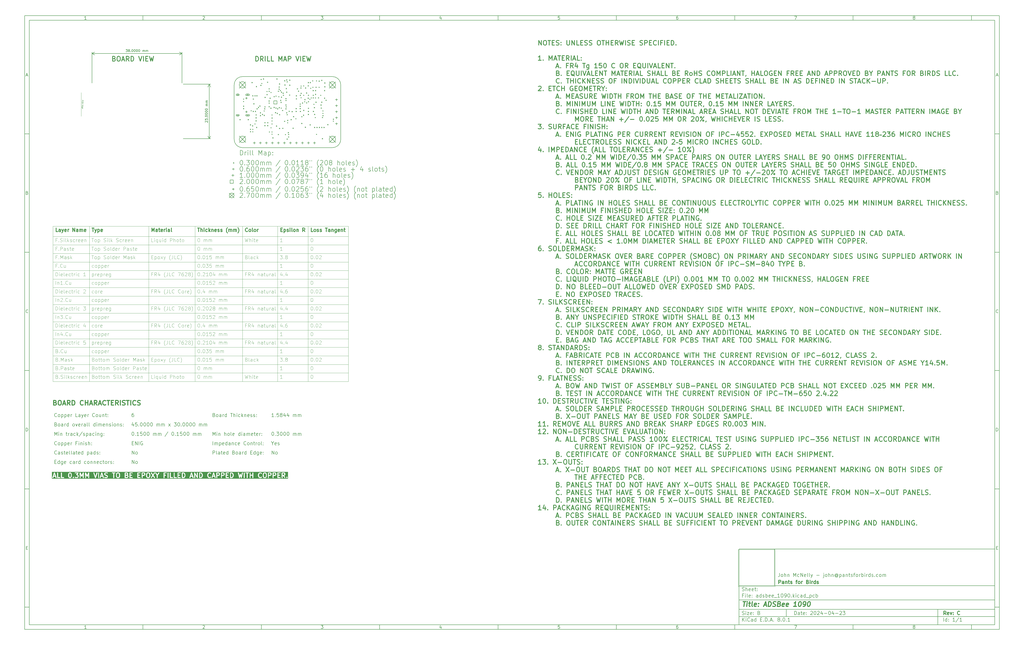
<source format=gbr>
G04 #@! TF.GenerationSoftware,KiCad,Pcbnew,8.0.1*
G04 #@! TF.CreationDate,2024-06-13T03:10:38-07:00*
G04 #@! TF.ProjectId,adsbee_1090,61647362-6565-45f3-9130-39302e6b6963,C*
G04 #@! TF.SameCoordinates,Original*
G04 #@! TF.FileFunction,OtherDrawing,Comment*
%FSLAX46Y46*%
G04 Gerber Fmt 4.6, Leading zero omitted, Abs format (unit mm)*
G04 Created by KiCad (PCBNEW 8.0.1) date 2024-06-13 03:10:38*
%MOMM*%
%LPD*%
G01*
G04 APERTURE LIST*
%ADD10C,0.100000*%
%ADD11C,0.150000*%
%ADD12C,0.300000*%
%ADD13C,0.400000*%
%ADD14C,0.200000*%
G04 APERTURE END LIST*
D10*
X311457819Y-235654619D02*
X311457819Y-251240982D01*
X327044182Y-251240982D01*
X327044182Y-235654619D01*
X311457819Y-235654619D01*
D11*
X311800000Y-235400000D02*
X419800000Y-235400000D01*
X419800000Y-267400000D01*
X311800000Y-267400000D01*
X311800000Y-235400000D01*
D10*
D11*
X10000000Y-10000000D02*
X421800000Y-10000000D01*
X421800000Y-269400000D01*
X10000000Y-269400000D01*
X10000000Y-10000000D01*
D10*
D11*
X12000000Y-12000000D02*
X419800000Y-12000000D01*
X419800000Y-267400000D01*
X12000000Y-267400000D01*
X12000000Y-12000000D01*
D10*
D11*
X60000000Y-12000000D02*
X60000000Y-10000000D01*
D10*
D11*
X110000000Y-12000000D02*
X110000000Y-10000000D01*
D10*
D11*
X160000000Y-12000000D02*
X160000000Y-10000000D01*
D10*
D11*
X210000000Y-12000000D02*
X210000000Y-10000000D01*
D10*
D11*
X260000000Y-12000000D02*
X260000000Y-10000000D01*
D10*
D11*
X310000000Y-12000000D02*
X310000000Y-10000000D01*
D10*
D11*
X360000000Y-12000000D02*
X360000000Y-10000000D01*
D10*
D11*
X410000000Y-12000000D02*
X410000000Y-10000000D01*
D10*
D11*
X36089160Y-11593604D02*
X35346303Y-11593604D01*
X35717731Y-11593604D02*
X35717731Y-10293604D01*
X35717731Y-10293604D02*
X35593922Y-10479319D01*
X35593922Y-10479319D02*
X35470112Y-10603128D01*
X35470112Y-10603128D02*
X35346303Y-10665033D01*
D10*
D11*
X85346303Y-10417414D02*
X85408207Y-10355509D01*
X85408207Y-10355509D02*
X85532017Y-10293604D01*
X85532017Y-10293604D02*
X85841541Y-10293604D01*
X85841541Y-10293604D02*
X85965350Y-10355509D01*
X85965350Y-10355509D02*
X86027255Y-10417414D01*
X86027255Y-10417414D02*
X86089160Y-10541223D01*
X86089160Y-10541223D02*
X86089160Y-10665033D01*
X86089160Y-10665033D02*
X86027255Y-10850747D01*
X86027255Y-10850747D02*
X85284398Y-11593604D01*
X85284398Y-11593604D02*
X86089160Y-11593604D01*
D10*
D11*
X135284398Y-10293604D02*
X136089160Y-10293604D01*
X136089160Y-10293604D02*
X135655826Y-10788842D01*
X135655826Y-10788842D02*
X135841541Y-10788842D01*
X135841541Y-10788842D02*
X135965350Y-10850747D01*
X135965350Y-10850747D02*
X136027255Y-10912652D01*
X136027255Y-10912652D02*
X136089160Y-11036461D01*
X136089160Y-11036461D02*
X136089160Y-11345985D01*
X136089160Y-11345985D02*
X136027255Y-11469795D01*
X136027255Y-11469795D02*
X135965350Y-11531700D01*
X135965350Y-11531700D02*
X135841541Y-11593604D01*
X135841541Y-11593604D02*
X135470112Y-11593604D01*
X135470112Y-11593604D02*
X135346303Y-11531700D01*
X135346303Y-11531700D02*
X135284398Y-11469795D01*
D10*
D11*
X185965350Y-10726938D02*
X185965350Y-11593604D01*
X185655826Y-10231700D02*
X185346303Y-11160271D01*
X185346303Y-11160271D02*
X186151064Y-11160271D01*
D10*
D11*
X236027255Y-10293604D02*
X235408207Y-10293604D01*
X235408207Y-10293604D02*
X235346303Y-10912652D01*
X235346303Y-10912652D02*
X235408207Y-10850747D01*
X235408207Y-10850747D02*
X235532017Y-10788842D01*
X235532017Y-10788842D02*
X235841541Y-10788842D01*
X235841541Y-10788842D02*
X235965350Y-10850747D01*
X235965350Y-10850747D02*
X236027255Y-10912652D01*
X236027255Y-10912652D02*
X236089160Y-11036461D01*
X236089160Y-11036461D02*
X236089160Y-11345985D01*
X236089160Y-11345985D02*
X236027255Y-11469795D01*
X236027255Y-11469795D02*
X235965350Y-11531700D01*
X235965350Y-11531700D02*
X235841541Y-11593604D01*
X235841541Y-11593604D02*
X235532017Y-11593604D01*
X235532017Y-11593604D02*
X235408207Y-11531700D01*
X235408207Y-11531700D02*
X235346303Y-11469795D01*
D10*
D11*
X285965350Y-10293604D02*
X285717731Y-10293604D01*
X285717731Y-10293604D02*
X285593922Y-10355509D01*
X285593922Y-10355509D02*
X285532017Y-10417414D01*
X285532017Y-10417414D02*
X285408207Y-10603128D01*
X285408207Y-10603128D02*
X285346303Y-10850747D01*
X285346303Y-10850747D02*
X285346303Y-11345985D01*
X285346303Y-11345985D02*
X285408207Y-11469795D01*
X285408207Y-11469795D02*
X285470112Y-11531700D01*
X285470112Y-11531700D02*
X285593922Y-11593604D01*
X285593922Y-11593604D02*
X285841541Y-11593604D01*
X285841541Y-11593604D02*
X285965350Y-11531700D01*
X285965350Y-11531700D02*
X286027255Y-11469795D01*
X286027255Y-11469795D02*
X286089160Y-11345985D01*
X286089160Y-11345985D02*
X286089160Y-11036461D01*
X286089160Y-11036461D02*
X286027255Y-10912652D01*
X286027255Y-10912652D02*
X285965350Y-10850747D01*
X285965350Y-10850747D02*
X285841541Y-10788842D01*
X285841541Y-10788842D02*
X285593922Y-10788842D01*
X285593922Y-10788842D02*
X285470112Y-10850747D01*
X285470112Y-10850747D02*
X285408207Y-10912652D01*
X285408207Y-10912652D02*
X285346303Y-11036461D01*
D10*
D11*
X335284398Y-10293604D02*
X336151064Y-10293604D01*
X336151064Y-10293604D02*
X335593922Y-11593604D01*
D10*
D11*
X385593922Y-10850747D02*
X385470112Y-10788842D01*
X385470112Y-10788842D02*
X385408207Y-10726938D01*
X385408207Y-10726938D02*
X385346303Y-10603128D01*
X385346303Y-10603128D02*
X385346303Y-10541223D01*
X385346303Y-10541223D02*
X385408207Y-10417414D01*
X385408207Y-10417414D02*
X385470112Y-10355509D01*
X385470112Y-10355509D02*
X385593922Y-10293604D01*
X385593922Y-10293604D02*
X385841541Y-10293604D01*
X385841541Y-10293604D02*
X385965350Y-10355509D01*
X385965350Y-10355509D02*
X386027255Y-10417414D01*
X386027255Y-10417414D02*
X386089160Y-10541223D01*
X386089160Y-10541223D02*
X386089160Y-10603128D01*
X386089160Y-10603128D02*
X386027255Y-10726938D01*
X386027255Y-10726938D02*
X385965350Y-10788842D01*
X385965350Y-10788842D02*
X385841541Y-10850747D01*
X385841541Y-10850747D02*
X385593922Y-10850747D01*
X385593922Y-10850747D02*
X385470112Y-10912652D01*
X385470112Y-10912652D02*
X385408207Y-10974557D01*
X385408207Y-10974557D02*
X385346303Y-11098366D01*
X385346303Y-11098366D02*
X385346303Y-11345985D01*
X385346303Y-11345985D02*
X385408207Y-11469795D01*
X385408207Y-11469795D02*
X385470112Y-11531700D01*
X385470112Y-11531700D02*
X385593922Y-11593604D01*
X385593922Y-11593604D02*
X385841541Y-11593604D01*
X385841541Y-11593604D02*
X385965350Y-11531700D01*
X385965350Y-11531700D02*
X386027255Y-11469795D01*
X386027255Y-11469795D02*
X386089160Y-11345985D01*
X386089160Y-11345985D02*
X386089160Y-11098366D01*
X386089160Y-11098366D02*
X386027255Y-10974557D01*
X386027255Y-10974557D02*
X385965350Y-10912652D01*
X385965350Y-10912652D02*
X385841541Y-10850747D01*
D10*
D11*
X60000000Y-267400000D02*
X60000000Y-269400000D01*
D10*
D11*
X110000000Y-267400000D02*
X110000000Y-269400000D01*
D10*
D11*
X160000000Y-267400000D02*
X160000000Y-269400000D01*
D10*
D11*
X210000000Y-267400000D02*
X210000000Y-269400000D01*
D10*
D11*
X260000000Y-267400000D02*
X260000000Y-269400000D01*
D10*
D11*
X310000000Y-267400000D02*
X310000000Y-269400000D01*
D10*
D11*
X360000000Y-267400000D02*
X360000000Y-269400000D01*
D10*
D11*
X410000000Y-267400000D02*
X410000000Y-269400000D01*
D10*
D11*
X36089160Y-268993604D02*
X35346303Y-268993604D01*
X35717731Y-268993604D02*
X35717731Y-267693604D01*
X35717731Y-267693604D02*
X35593922Y-267879319D01*
X35593922Y-267879319D02*
X35470112Y-268003128D01*
X35470112Y-268003128D02*
X35346303Y-268065033D01*
D10*
D11*
X85346303Y-267817414D02*
X85408207Y-267755509D01*
X85408207Y-267755509D02*
X85532017Y-267693604D01*
X85532017Y-267693604D02*
X85841541Y-267693604D01*
X85841541Y-267693604D02*
X85965350Y-267755509D01*
X85965350Y-267755509D02*
X86027255Y-267817414D01*
X86027255Y-267817414D02*
X86089160Y-267941223D01*
X86089160Y-267941223D02*
X86089160Y-268065033D01*
X86089160Y-268065033D02*
X86027255Y-268250747D01*
X86027255Y-268250747D02*
X85284398Y-268993604D01*
X85284398Y-268993604D02*
X86089160Y-268993604D01*
D10*
D11*
X135284398Y-267693604D02*
X136089160Y-267693604D01*
X136089160Y-267693604D02*
X135655826Y-268188842D01*
X135655826Y-268188842D02*
X135841541Y-268188842D01*
X135841541Y-268188842D02*
X135965350Y-268250747D01*
X135965350Y-268250747D02*
X136027255Y-268312652D01*
X136027255Y-268312652D02*
X136089160Y-268436461D01*
X136089160Y-268436461D02*
X136089160Y-268745985D01*
X136089160Y-268745985D02*
X136027255Y-268869795D01*
X136027255Y-268869795D02*
X135965350Y-268931700D01*
X135965350Y-268931700D02*
X135841541Y-268993604D01*
X135841541Y-268993604D02*
X135470112Y-268993604D01*
X135470112Y-268993604D02*
X135346303Y-268931700D01*
X135346303Y-268931700D02*
X135284398Y-268869795D01*
D10*
D11*
X185965350Y-268126938D02*
X185965350Y-268993604D01*
X185655826Y-267631700D02*
X185346303Y-268560271D01*
X185346303Y-268560271D02*
X186151064Y-268560271D01*
D10*
D11*
X236027255Y-267693604D02*
X235408207Y-267693604D01*
X235408207Y-267693604D02*
X235346303Y-268312652D01*
X235346303Y-268312652D02*
X235408207Y-268250747D01*
X235408207Y-268250747D02*
X235532017Y-268188842D01*
X235532017Y-268188842D02*
X235841541Y-268188842D01*
X235841541Y-268188842D02*
X235965350Y-268250747D01*
X235965350Y-268250747D02*
X236027255Y-268312652D01*
X236027255Y-268312652D02*
X236089160Y-268436461D01*
X236089160Y-268436461D02*
X236089160Y-268745985D01*
X236089160Y-268745985D02*
X236027255Y-268869795D01*
X236027255Y-268869795D02*
X235965350Y-268931700D01*
X235965350Y-268931700D02*
X235841541Y-268993604D01*
X235841541Y-268993604D02*
X235532017Y-268993604D01*
X235532017Y-268993604D02*
X235408207Y-268931700D01*
X235408207Y-268931700D02*
X235346303Y-268869795D01*
D10*
D11*
X285965350Y-267693604D02*
X285717731Y-267693604D01*
X285717731Y-267693604D02*
X285593922Y-267755509D01*
X285593922Y-267755509D02*
X285532017Y-267817414D01*
X285532017Y-267817414D02*
X285408207Y-268003128D01*
X285408207Y-268003128D02*
X285346303Y-268250747D01*
X285346303Y-268250747D02*
X285346303Y-268745985D01*
X285346303Y-268745985D02*
X285408207Y-268869795D01*
X285408207Y-268869795D02*
X285470112Y-268931700D01*
X285470112Y-268931700D02*
X285593922Y-268993604D01*
X285593922Y-268993604D02*
X285841541Y-268993604D01*
X285841541Y-268993604D02*
X285965350Y-268931700D01*
X285965350Y-268931700D02*
X286027255Y-268869795D01*
X286027255Y-268869795D02*
X286089160Y-268745985D01*
X286089160Y-268745985D02*
X286089160Y-268436461D01*
X286089160Y-268436461D02*
X286027255Y-268312652D01*
X286027255Y-268312652D02*
X285965350Y-268250747D01*
X285965350Y-268250747D02*
X285841541Y-268188842D01*
X285841541Y-268188842D02*
X285593922Y-268188842D01*
X285593922Y-268188842D02*
X285470112Y-268250747D01*
X285470112Y-268250747D02*
X285408207Y-268312652D01*
X285408207Y-268312652D02*
X285346303Y-268436461D01*
D10*
D11*
X335284398Y-267693604D02*
X336151064Y-267693604D01*
X336151064Y-267693604D02*
X335593922Y-268993604D01*
D10*
D11*
X385593922Y-268250747D02*
X385470112Y-268188842D01*
X385470112Y-268188842D02*
X385408207Y-268126938D01*
X385408207Y-268126938D02*
X385346303Y-268003128D01*
X385346303Y-268003128D02*
X385346303Y-267941223D01*
X385346303Y-267941223D02*
X385408207Y-267817414D01*
X385408207Y-267817414D02*
X385470112Y-267755509D01*
X385470112Y-267755509D02*
X385593922Y-267693604D01*
X385593922Y-267693604D02*
X385841541Y-267693604D01*
X385841541Y-267693604D02*
X385965350Y-267755509D01*
X385965350Y-267755509D02*
X386027255Y-267817414D01*
X386027255Y-267817414D02*
X386089160Y-267941223D01*
X386089160Y-267941223D02*
X386089160Y-268003128D01*
X386089160Y-268003128D02*
X386027255Y-268126938D01*
X386027255Y-268126938D02*
X385965350Y-268188842D01*
X385965350Y-268188842D02*
X385841541Y-268250747D01*
X385841541Y-268250747D02*
X385593922Y-268250747D01*
X385593922Y-268250747D02*
X385470112Y-268312652D01*
X385470112Y-268312652D02*
X385408207Y-268374557D01*
X385408207Y-268374557D02*
X385346303Y-268498366D01*
X385346303Y-268498366D02*
X385346303Y-268745985D01*
X385346303Y-268745985D02*
X385408207Y-268869795D01*
X385408207Y-268869795D02*
X385470112Y-268931700D01*
X385470112Y-268931700D02*
X385593922Y-268993604D01*
X385593922Y-268993604D02*
X385841541Y-268993604D01*
X385841541Y-268993604D02*
X385965350Y-268931700D01*
X385965350Y-268931700D02*
X386027255Y-268869795D01*
X386027255Y-268869795D02*
X386089160Y-268745985D01*
X386089160Y-268745985D02*
X386089160Y-268498366D01*
X386089160Y-268498366D02*
X386027255Y-268374557D01*
X386027255Y-268374557D02*
X385965350Y-268312652D01*
X385965350Y-268312652D02*
X385841541Y-268250747D01*
D10*
D11*
X10000000Y-60000000D02*
X12000000Y-60000000D01*
D10*
D11*
X10000000Y-110000000D02*
X12000000Y-110000000D01*
D10*
D11*
X10000000Y-160000000D02*
X12000000Y-160000000D01*
D10*
D11*
X10000000Y-210000000D02*
X12000000Y-210000000D01*
D10*
D11*
X10000000Y-260000000D02*
X12000000Y-260000000D01*
D10*
D11*
X10690476Y-35222176D02*
X11309523Y-35222176D01*
X10566666Y-35593604D02*
X10999999Y-34293604D01*
X10999999Y-34293604D02*
X11433333Y-35593604D01*
D10*
D11*
X11092857Y-84912652D02*
X11278571Y-84974557D01*
X11278571Y-84974557D02*
X11340476Y-85036461D01*
X11340476Y-85036461D02*
X11402380Y-85160271D01*
X11402380Y-85160271D02*
X11402380Y-85345985D01*
X11402380Y-85345985D02*
X11340476Y-85469795D01*
X11340476Y-85469795D02*
X11278571Y-85531700D01*
X11278571Y-85531700D02*
X11154761Y-85593604D01*
X11154761Y-85593604D02*
X10659523Y-85593604D01*
X10659523Y-85593604D02*
X10659523Y-84293604D01*
X10659523Y-84293604D02*
X11092857Y-84293604D01*
X11092857Y-84293604D02*
X11216666Y-84355509D01*
X11216666Y-84355509D02*
X11278571Y-84417414D01*
X11278571Y-84417414D02*
X11340476Y-84541223D01*
X11340476Y-84541223D02*
X11340476Y-84665033D01*
X11340476Y-84665033D02*
X11278571Y-84788842D01*
X11278571Y-84788842D02*
X11216666Y-84850747D01*
X11216666Y-84850747D02*
X11092857Y-84912652D01*
X11092857Y-84912652D02*
X10659523Y-84912652D01*
D10*
D11*
X11402380Y-135469795D02*
X11340476Y-135531700D01*
X11340476Y-135531700D02*
X11154761Y-135593604D01*
X11154761Y-135593604D02*
X11030952Y-135593604D01*
X11030952Y-135593604D02*
X10845238Y-135531700D01*
X10845238Y-135531700D02*
X10721428Y-135407890D01*
X10721428Y-135407890D02*
X10659523Y-135284080D01*
X10659523Y-135284080D02*
X10597619Y-135036461D01*
X10597619Y-135036461D02*
X10597619Y-134850747D01*
X10597619Y-134850747D02*
X10659523Y-134603128D01*
X10659523Y-134603128D02*
X10721428Y-134479319D01*
X10721428Y-134479319D02*
X10845238Y-134355509D01*
X10845238Y-134355509D02*
X11030952Y-134293604D01*
X11030952Y-134293604D02*
X11154761Y-134293604D01*
X11154761Y-134293604D02*
X11340476Y-134355509D01*
X11340476Y-134355509D02*
X11402380Y-134417414D01*
D10*
D11*
X10659523Y-185593604D02*
X10659523Y-184293604D01*
X10659523Y-184293604D02*
X10969047Y-184293604D01*
X10969047Y-184293604D02*
X11154761Y-184355509D01*
X11154761Y-184355509D02*
X11278571Y-184479319D01*
X11278571Y-184479319D02*
X11340476Y-184603128D01*
X11340476Y-184603128D02*
X11402380Y-184850747D01*
X11402380Y-184850747D02*
X11402380Y-185036461D01*
X11402380Y-185036461D02*
X11340476Y-185284080D01*
X11340476Y-185284080D02*
X11278571Y-185407890D01*
X11278571Y-185407890D02*
X11154761Y-185531700D01*
X11154761Y-185531700D02*
X10969047Y-185593604D01*
X10969047Y-185593604D02*
X10659523Y-185593604D01*
D10*
D11*
X10721428Y-234912652D02*
X11154762Y-234912652D01*
X11340476Y-235593604D02*
X10721428Y-235593604D01*
X10721428Y-235593604D02*
X10721428Y-234293604D01*
X10721428Y-234293604D02*
X11340476Y-234293604D01*
D10*
D11*
X421800000Y-60000000D02*
X419800000Y-60000000D01*
D10*
D11*
X421800000Y-110000000D02*
X419800000Y-110000000D01*
D10*
D11*
X421800000Y-160000000D02*
X419800000Y-160000000D01*
D10*
D11*
X421800000Y-210000000D02*
X419800000Y-210000000D01*
D10*
D11*
X421800000Y-260000000D02*
X419800000Y-260000000D01*
D10*
D11*
X420490476Y-35222176D02*
X421109523Y-35222176D01*
X420366666Y-35593604D02*
X420799999Y-34293604D01*
X420799999Y-34293604D02*
X421233333Y-35593604D01*
D10*
D11*
X420892857Y-84912652D02*
X421078571Y-84974557D01*
X421078571Y-84974557D02*
X421140476Y-85036461D01*
X421140476Y-85036461D02*
X421202380Y-85160271D01*
X421202380Y-85160271D02*
X421202380Y-85345985D01*
X421202380Y-85345985D02*
X421140476Y-85469795D01*
X421140476Y-85469795D02*
X421078571Y-85531700D01*
X421078571Y-85531700D02*
X420954761Y-85593604D01*
X420954761Y-85593604D02*
X420459523Y-85593604D01*
X420459523Y-85593604D02*
X420459523Y-84293604D01*
X420459523Y-84293604D02*
X420892857Y-84293604D01*
X420892857Y-84293604D02*
X421016666Y-84355509D01*
X421016666Y-84355509D02*
X421078571Y-84417414D01*
X421078571Y-84417414D02*
X421140476Y-84541223D01*
X421140476Y-84541223D02*
X421140476Y-84665033D01*
X421140476Y-84665033D02*
X421078571Y-84788842D01*
X421078571Y-84788842D02*
X421016666Y-84850747D01*
X421016666Y-84850747D02*
X420892857Y-84912652D01*
X420892857Y-84912652D02*
X420459523Y-84912652D01*
D10*
D11*
X421202380Y-135469795D02*
X421140476Y-135531700D01*
X421140476Y-135531700D02*
X420954761Y-135593604D01*
X420954761Y-135593604D02*
X420830952Y-135593604D01*
X420830952Y-135593604D02*
X420645238Y-135531700D01*
X420645238Y-135531700D02*
X420521428Y-135407890D01*
X420521428Y-135407890D02*
X420459523Y-135284080D01*
X420459523Y-135284080D02*
X420397619Y-135036461D01*
X420397619Y-135036461D02*
X420397619Y-134850747D01*
X420397619Y-134850747D02*
X420459523Y-134603128D01*
X420459523Y-134603128D02*
X420521428Y-134479319D01*
X420521428Y-134479319D02*
X420645238Y-134355509D01*
X420645238Y-134355509D02*
X420830952Y-134293604D01*
X420830952Y-134293604D02*
X420954761Y-134293604D01*
X420954761Y-134293604D02*
X421140476Y-134355509D01*
X421140476Y-134355509D02*
X421202380Y-134417414D01*
D10*
D11*
X420459523Y-185593604D02*
X420459523Y-184293604D01*
X420459523Y-184293604D02*
X420769047Y-184293604D01*
X420769047Y-184293604D02*
X420954761Y-184355509D01*
X420954761Y-184355509D02*
X421078571Y-184479319D01*
X421078571Y-184479319D02*
X421140476Y-184603128D01*
X421140476Y-184603128D02*
X421202380Y-184850747D01*
X421202380Y-184850747D02*
X421202380Y-185036461D01*
X421202380Y-185036461D02*
X421140476Y-185284080D01*
X421140476Y-185284080D02*
X421078571Y-185407890D01*
X421078571Y-185407890D02*
X420954761Y-185531700D01*
X420954761Y-185531700D02*
X420769047Y-185593604D01*
X420769047Y-185593604D02*
X420459523Y-185593604D01*
D10*
D11*
X420521428Y-234912652D02*
X420954762Y-234912652D01*
X421140476Y-235593604D02*
X420521428Y-235593604D01*
X420521428Y-235593604D02*
X420521428Y-234293604D01*
X420521428Y-234293604D02*
X421140476Y-234293604D01*
D10*
D11*
X335255826Y-263186128D02*
X335255826Y-261686128D01*
X335255826Y-261686128D02*
X335612969Y-261686128D01*
X335612969Y-261686128D02*
X335827255Y-261757557D01*
X335827255Y-261757557D02*
X335970112Y-261900414D01*
X335970112Y-261900414D02*
X336041541Y-262043271D01*
X336041541Y-262043271D02*
X336112969Y-262328985D01*
X336112969Y-262328985D02*
X336112969Y-262543271D01*
X336112969Y-262543271D02*
X336041541Y-262828985D01*
X336041541Y-262828985D02*
X335970112Y-262971842D01*
X335970112Y-262971842D02*
X335827255Y-263114700D01*
X335827255Y-263114700D02*
X335612969Y-263186128D01*
X335612969Y-263186128D02*
X335255826Y-263186128D01*
X337398684Y-263186128D02*
X337398684Y-262400414D01*
X337398684Y-262400414D02*
X337327255Y-262257557D01*
X337327255Y-262257557D02*
X337184398Y-262186128D01*
X337184398Y-262186128D02*
X336898684Y-262186128D01*
X336898684Y-262186128D02*
X336755826Y-262257557D01*
X337398684Y-263114700D02*
X337255826Y-263186128D01*
X337255826Y-263186128D02*
X336898684Y-263186128D01*
X336898684Y-263186128D02*
X336755826Y-263114700D01*
X336755826Y-263114700D02*
X336684398Y-262971842D01*
X336684398Y-262971842D02*
X336684398Y-262828985D01*
X336684398Y-262828985D02*
X336755826Y-262686128D01*
X336755826Y-262686128D02*
X336898684Y-262614700D01*
X336898684Y-262614700D02*
X337255826Y-262614700D01*
X337255826Y-262614700D02*
X337398684Y-262543271D01*
X337898684Y-262186128D02*
X338470112Y-262186128D01*
X338112969Y-261686128D02*
X338112969Y-262971842D01*
X338112969Y-262971842D02*
X338184398Y-263114700D01*
X338184398Y-263114700D02*
X338327255Y-263186128D01*
X338327255Y-263186128D02*
X338470112Y-263186128D01*
X339541541Y-263114700D02*
X339398684Y-263186128D01*
X339398684Y-263186128D02*
X339112970Y-263186128D01*
X339112970Y-263186128D02*
X338970112Y-263114700D01*
X338970112Y-263114700D02*
X338898684Y-262971842D01*
X338898684Y-262971842D02*
X338898684Y-262400414D01*
X338898684Y-262400414D02*
X338970112Y-262257557D01*
X338970112Y-262257557D02*
X339112970Y-262186128D01*
X339112970Y-262186128D02*
X339398684Y-262186128D01*
X339398684Y-262186128D02*
X339541541Y-262257557D01*
X339541541Y-262257557D02*
X339612970Y-262400414D01*
X339612970Y-262400414D02*
X339612970Y-262543271D01*
X339612970Y-262543271D02*
X338898684Y-262686128D01*
X340255826Y-263043271D02*
X340327255Y-263114700D01*
X340327255Y-263114700D02*
X340255826Y-263186128D01*
X340255826Y-263186128D02*
X340184398Y-263114700D01*
X340184398Y-263114700D02*
X340255826Y-263043271D01*
X340255826Y-263043271D02*
X340255826Y-263186128D01*
X340255826Y-262257557D02*
X340327255Y-262328985D01*
X340327255Y-262328985D02*
X340255826Y-262400414D01*
X340255826Y-262400414D02*
X340184398Y-262328985D01*
X340184398Y-262328985D02*
X340255826Y-262257557D01*
X340255826Y-262257557D02*
X340255826Y-262400414D01*
X342041541Y-261828985D02*
X342112969Y-261757557D01*
X342112969Y-261757557D02*
X342255827Y-261686128D01*
X342255827Y-261686128D02*
X342612969Y-261686128D01*
X342612969Y-261686128D02*
X342755827Y-261757557D01*
X342755827Y-261757557D02*
X342827255Y-261828985D01*
X342827255Y-261828985D02*
X342898684Y-261971842D01*
X342898684Y-261971842D02*
X342898684Y-262114700D01*
X342898684Y-262114700D02*
X342827255Y-262328985D01*
X342827255Y-262328985D02*
X341970112Y-263186128D01*
X341970112Y-263186128D02*
X342898684Y-263186128D01*
X343827255Y-261686128D02*
X343970112Y-261686128D01*
X343970112Y-261686128D02*
X344112969Y-261757557D01*
X344112969Y-261757557D02*
X344184398Y-261828985D01*
X344184398Y-261828985D02*
X344255826Y-261971842D01*
X344255826Y-261971842D02*
X344327255Y-262257557D01*
X344327255Y-262257557D02*
X344327255Y-262614700D01*
X344327255Y-262614700D02*
X344255826Y-262900414D01*
X344255826Y-262900414D02*
X344184398Y-263043271D01*
X344184398Y-263043271D02*
X344112969Y-263114700D01*
X344112969Y-263114700D02*
X343970112Y-263186128D01*
X343970112Y-263186128D02*
X343827255Y-263186128D01*
X343827255Y-263186128D02*
X343684398Y-263114700D01*
X343684398Y-263114700D02*
X343612969Y-263043271D01*
X343612969Y-263043271D02*
X343541540Y-262900414D01*
X343541540Y-262900414D02*
X343470112Y-262614700D01*
X343470112Y-262614700D02*
X343470112Y-262257557D01*
X343470112Y-262257557D02*
X343541540Y-261971842D01*
X343541540Y-261971842D02*
X343612969Y-261828985D01*
X343612969Y-261828985D02*
X343684398Y-261757557D01*
X343684398Y-261757557D02*
X343827255Y-261686128D01*
X344898683Y-261828985D02*
X344970111Y-261757557D01*
X344970111Y-261757557D02*
X345112969Y-261686128D01*
X345112969Y-261686128D02*
X345470111Y-261686128D01*
X345470111Y-261686128D02*
X345612969Y-261757557D01*
X345612969Y-261757557D02*
X345684397Y-261828985D01*
X345684397Y-261828985D02*
X345755826Y-261971842D01*
X345755826Y-261971842D02*
X345755826Y-262114700D01*
X345755826Y-262114700D02*
X345684397Y-262328985D01*
X345684397Y-262328985D02*
X344827254Y-263186128D01*
X344827254Y-263186128D02*
X345755826Y-263186128D01*
X347041540Y-262186128D02*
X347041540Y-263186128D01*
X346684397Y-261614700D02*
X346327254Y-262686128D01*
X346327254Y-262686128D02*
X347255825Y-262686128D01*
X347827253Y-262614700D02*
X348970111Y-262614700D01*
X349970111Y-261686128D02*
X350112968Y-261686128D01*
X350112968Y-261686128D02*
X350255825Y-261757557D01*
X350255825Y-261757557D02*
X350327254Y-261828985D01*
X350327254Y-261828985D02*
X350398682Y-261971842D01*
X350398682Y-261971842D02*
X350470111Y-262257557D01*
X350470111Y-262257557D02*
X350470111Y-262614700D01*
X350470111Y-262614700D02*
X350398682Y-262900414D01*
X350398682Y-262900414D02*
X350327254Y-263043271D01*
X350327254Y-263043271D02*
X350255825Y-263114700D01*
X350255825Y-263114700D02*
X350112968Y-263186128D01*
X350112968Y-263186128D02*
X349970111Y-263186128D01*
X349970111Y-263186128D02*
X349827254Y-263114700D01*
X349827254Y-263114700D02*
X349755825Y-263043271D01*
X349755825Y-263043271D02*
X349684396Y-262900414D01*
X349684396Y-262900414D02*
X349612968Y-262614700D01*
X349612968Y-262614700D02*
X349612968Y-262257557D01*
X349612968Y-262257557D02*
X349684396Y-261971842D01*
X349684396Y-261971842D02*
X349755825Y-261828985D01*
X349755825Y-261828985D02*
X349827254Y-261757557D01*
X349827254Y-261757557D02*
X349970111Y-261686128D01*
X351755825Y-262186128D02*
X351755825Y-263186128D01*
X351398682Y-261614700D02*
X351041539Y-262686128D01*
X351041539Y-262686128D02*
X351970110Y-262686128D01*
X352541538Y-262614700D02*
X353684396Y-262614700D01*
X354327253Y-261828985D02*
X354398681Y-261757557D01*
X354398681Y-261757557D02*
X354541539Y-261686128D01*
X354541539Y-261686128D02*
X354898681Y-261686128D01*
X354898681Y-261686128D02*
X355041539Y-261757557D01*
X355041539Y-261757557D02*
X355112967Y-261828985D01*
X355112967Y-261828985D02*
X355184396Y-261971842D01*
X355184396Y-261971842D02*
X355184396Y-262114700D01*
X355184396Y-262114700D02*
X355112967Y-262328985D01*
X355112967Y-262328985D02*
X354255824Y-263186128D01*
X354255824Y-263186128D02*
X355184396Y-263186128D01*
X355684395Y-261686128D02*
X356612967Y-261686128D01*
X356612967Y-261686128D02*
X356112967Y-262257557D01*
X356112967Y-262257557D02*
X356327252Y-262257557D01*
X356327252Y-262257557D02*
X356470110Y-262328985D01*
X356470110Y-262328985D02*
X356541538Y-262400414D01*
X356541538Y-262400414D02*
X356612967Y-262543271D01*
X356612967Y-262543271D02*
X356612967Y-262900414D01*
X356612967Y-262900414D02*
X356541538Y-263043271D01*
X356541538Y-263043271D02*
X356470110Y-263114700D01*
X356470110Y-263114700D02*
X356327252Y-263186128D01*
X356327252Y-263186128D02*
X355898681Y-263186128D01*
X355898681Y-263186128D02*
X355755824Y-263114700D01*
X355755824Y-263114700D02*
X355684395Y-263043271D01*
D10*
D11*
X311800000Y-263900000D02*
X419800000Y-263900000D01*
D10*
D11*
X313255826Y-265986128D02*
X313255826Y-264486128D01*
X314112969Y-265986128D02*
X313470112Y-265128985D01*
X314112969Y-264486128D02*
X313255826Y-265343271D01*
X314755826Y-265986128D02*
X314755826Y-264986128D01*
X314755826Y-264486128D02*
X314684398Y-264557557D01*
X314684398Y-264557557D02*
X314755826Y-264628985D01*
X314755826Y-264628985D02*
X314827255Y-264557557D01*
X314827255Y-264557557D02*
X314755826Y-264486128D01*
X314755826Y-264486128D02*
X314755826Y-264628985D01*
X316327255Y-265843271D02*
X316255827Y-265914700D01*
X316255827Y-265914700D02*
X316041541Y-265986128D01*
X316041541Y-265986128D02*
X315898684Y-265986128D01*
X315898684Y-265986128D02*
X315684398Y-265914700D01*
X315684398Y-265914700D02*
X315541541Y-265771842D01*
X315541541Y-265771842D02*
X315470112Y-265628985D01*
X315470112Y-265628985D02*
X315398684Y-265343271D01*
X315398684Y-265343271D02*
X315398684Y-265128985D01*
X315398684Y-265128985D02*
X315470112Y-264843271D01*
X315470112Y-264843271D02*
X315541541Y-264700414D01*
X315541541Y-264700414D02*
X315684398Y-264557557D01*
X315684398Y-264557557D02*
X315898684Y-264486128D01*
X315898684Y-264486128D02*
X316041541Y-264486128D01*
X316041541Y-264486128D02*
X316255827Y-264557557D01*
X316255827Y-264557557D02*
X316327255Y-264628985D01*
X317612970Y-265986128D02*
X317612970Y-265200414D01*
X317612970Y-265200414D02*
X317541541Y-265057557D01*
X317541541Y-265057557D02*
X317398684Y-264986128D01*
X317398684Y-264986128D02*
X317112970Y-264986128D01*
X317112970Y-264986128D02*
X316970112Y-265057557D01*
X317612970Y-265914700D02*
X317470112Y-265986128D01*
X317470112Y-265986128D02*
X317112970Y-265986128D01*
X317112970Y-265986128D02*
X316970112Y-265914700D01*
X316970112Y-265914700D02*
X316898684Y-265771842D01*
X316898684Y-265771842D02*
X316898684Y-265628985D01*
X316898684Y-265628985D02*
X316970112Y-265486128D01*
X316970112Y-265486128D02*
X317112970Y-265414700D01*
X317112970Y-265414700D02*
X317470112Y-265414700D01*
X317470112Y-265414700D02*
X317612970Y-265343271D01*
X318970113Y-265986128D02*
X318970113Y-264486128D01*
X318970113Y-265914700D02*
X318827255Y-265986128D01*
X318827255Y-265986128D02*
X318541541Y-265986128D01*
X318541541Y-265986128D02*
X318398684Y-265914700D01*
X318398684Y-265914700D02*
X318327255Y-265843271D01*
X318327255Y-265843271D02*
X318255827Y-265700414D01*
X318255827Y-265700414D02*
X318255827Y-265271842D01*
X318255827Y-265271842D02*
X318327255Y-265128985D01*
X318327255Y-265128985D02*
X318398684Y-265057557D01*
X318398684Y-265057557D02*
X318541541Y-264986128D01*
X318541541Y-264986128D02*
X318827255Y-264986128D01*
X318827255Y-264986128D02*
X318970113Y-265057557D01*
X320827255Y-265200414D02*
X321327255Y-265200414D01*
X321541541Y-265986128D02*
X320827255Y-265986128D01*
X320827255Y-265986128D02*
X320827255Y-264486128D01*
X320827255Y-264486128D02*
X321541541Y-264486128D01*
X322184398Y-265843271D02*
X322255827Y-265914700D01*
X322255827Y-265914700D02*
X322184398Y-265986128D01*
X322184398Y-265986128D02*
X322112970Y-265914700D01*
X322112970Y-265914700D02*
X322184398Y-265843271D01*
X322184398Y-265843271D02*
X322184398Y-265986128D01*
X322898684Y-265986128D02*
X322898684Y-264486128D01*
X322898684Y-264486128D02*
X323255827Y-264486128D01*
X323255827Y-264486128D02*
X323470113Y-264557557D01*
X323470113Y-264557557D02*
X323612970Y-264700414D01*
X323612970Y-264700414D02*
X323684399Y-264843271D01*
X323684399Y-264843271D02*
X323755827Y-265128985D01*
X323755827Y-265128985D02*
X323755827Y-265343271D01*
X323755827Y-265343271D02*
X323684399Y-265628985D01*
X323684399Y-265628985D02*
X323612970Y-265771842D01*
X323612970Y-265771842D02*
X323470113Y-265914700D01*
X323470113Y-265914700D02*
X323255827Y-265986128D01*
X323255827Y-265986128D02*
X322898684Y-265986128D01*
X324398684Y-265843271D02*
X324470113Y-265914700D01*
X324470113Y-265914700D02*
X324398684Y-265986128D01*
X324398684Y-265986128D02*
X324327256Y-265914700D01*
X324327256Y-265914700D02*
X324398684Y-265843271D01*
X324398684Y-265843271D02*
X324398684Y-265986128D01*
X325041542Y-265557557D02*
X325755828Y-265557557D01*
X324898685Y-265986128D02*
X325398685Y-264486128D01*
X325398685Y-264486128D02*
X325898685Y-265986128D01*
X326398684Y-265843271D02*
X326470113Y-265914700D01*
X326470113Y-265914700D02*
X326398684Y-265986128D01*
X326398684Y-265986128D02*
X326327256Y-265914700D01*
X326327256Y-265914700D02*
X326398684Y-265843271D01*
X326398684Y-265843271D02*
X326398684Y-265986128D01*
X328470113Y-265128985D02*
X328327256Y-265057557D01*
X328327256Y-265057557D02*
X328255827Y-264986128D01*
X328255827Y-264986128D02*
X328184399Y-264843271D01*
X328184399Y-264843271D02*
X328184399Y-264771842D01*
X328184399Y-264771842D02*
X328255827Y-264628985D01*
X328255827Y-264628985D02*
X328327256Y-264557557D01*
X328327256Y-264557557D02*
X328470113Y-264486128D01*
X328470113Y-264486128D02*
X328755827Y-264486128D01*
X328755827Y-264486128D02*
X328898685Y-264557557D01*
X328898685Y-264557557D02*
X328970113Y-264628985D01*
X328970113Y-264628985D02*
X329041542Y-264771842D01*
X329041542Y-264771842D02*
X329041542Y-264843271D01*
X329041542Y-264843271D02*
X328970113Y-264986128D01*
X328970113Y-264986128D02*
X328898685Y-265057557D01*
X328898685Y-265057557D02*
X328755827Y-265128985D01*
X328755827Y-265128985D02*
X328470113Y-265128985D01*
X328470113Y-265128985D02*
X328327256Y-265200414D01*
X328327256Y-265200414D02*
X328255827Y-265271842D01*
X328255827Y-265271842D02*
X328184399Y-265414700D01*
X328184399Y-265414700D02*
X328184399Y-265700414D01*
X328184399Y-265700414D02*
X328255827Y-265843271D01*
X328255827Y-265843271D02*
X328327256Y-265914700D01*
X328327256Y-265914700D02*
X328470113Y-265986128D01*
X328470113Y-265986128D02*
X328755827Y-265986128D01*
X328755827Y-265986128D02*
X328898685Y-265914700D01*
X328898685Y-265914700D02*
X328970113Y-265843271D01*
X328970113Y-265843271D02*
X329041542Y-265700414D01*
X329041542Y-265700414D02*
X329041542Y-265414700D01*
X329041542Y-265414700D02*
X328970113Y-265271842D01*
X328970113Y-265271842D02*
X328898685Y-265200414D01*
X328898685Y-265200414D02*
X328755827Y-265128985D01*
X329684398Y-265843271D02*
X329755827Y-265914700D01*
X329755827Y-265914700D02*
X329684398Y-265986128D01*
X329684398Y-265986128D02*
X329612970Y-265914700D01*
X329612970Y-265914700D02*
X329684398Y-265843271D01*
X329684398Y-265843271D02*
X329684398Y-265986128D01*
X330684399Y-264486128D02*
X330827256Y-264486128D01*
X330827256Y-264486128D02*
X330970113Y-264557557D01*
X330970113Y-264557557D02*
X331041542Y-264628985D01*
X331041542Y-264628985D02*
X331112970Y-264771842D01*
X331112970Y-264771842D02*
X331184399Y-265057557D01*
X331184399Y-265057557D02*
X331184399Y-265414700D01*
X331184399Y-265414700D02*
X331112970Y-265700414D01*
X331112970Y-265700414D02*
X331041542Y-265843271D01*
X331041542Y-265843271D02*
X330970113Y-265914700D01*
X330970113Y-265914700D02*
X330827256Y-265986128D01*
X330827256Y-265986128D02*
X330684399Y-265986128D01*
X330684399Y-265986128D02*
X330541542Y-265914700D01*
X330541542Y-265914700D02*
X330470113Y-265843271D01*
X330470113Y-265843271D02*
X330398684Y-265700414D01*
X330398684Y-265700414D02*
X330327256Y-265414700D01*
X330327256Y-265414700D02*
X330327256Y-265057557D01*
X330327256Y-265057557D02*
X330398684Y-264771842D01*
X330398684Y-264771842D02*
X330470113Y-264628985D01*
X330470113Y-264628985D02*
X330541542Y-264557557D01*
X330541542Y-264557557D02*
X330684399Y-264486128D01*
X331827255Y-265843271D02*
X331898684Y-265914700D01*
X331898684Y-265914700D02*
X331827255Y-265986128D01*
X331827255Y-265986128D02*
X331755827Y-265914700D01*
X331755827Y-265914700D02*
X331827255Y-265843271D01*
X331827255Y-265843271D02*
X331827255Y-265986128D01*
X333327256Y-265986128D02*
X332470113Y-265986128D01*
X332898684Y-265986128D02*
X332898684Y-264486128D01*
X332898684Y-264486128D02*
X332755827Y-264700414D01*
X332755827Y-264700414D02*
X332612970Y-264843271D01*
X332612970Y-264843271D02*
X332470113Y-264914700D01*
D10*
D11*
X311800000Y-260900000D02*
X419800000Y-260900000D01*
D10*
D12*
X399211653Y-263178328D02*
X398711653Y-262464042D01*
X398354510Y-263178328D02*
X398354510Y-261678328D01*
X398354510Y-261678328D02*
X398925939Y-261678328D01*
X398925939Y-261678328D02*
X399068796Y-261749757D01*
X399068796Y-261749757D02*
X399140225Y-261821185D01*
X399140225Y-261821185D02*
X399211653Y-261964042D01*
X399211653Y-261964042D02*
X399211653Y-262178328D01*
X399211653Y-262178328D02*
X399140225Y-262321185D01*
X399140225Y-262321185D02*
X399068796Y-262392614D01*
X399068796Y-262392614D02*
X398925939Y-262464042D01*
X398925939Y-262464042D02*
X398354510Y-262464042D01*
X400425939Y-263106900D02*
X400283082Y-263178328D01*
X400283082Y-263178328D02*
X399997368Y-263178328D01*
X399997368Y-263178328D02*
X399854510Y-263106900D01*
X399854510Y-263106900D02*
X399783082Y-262964042D01*
X399783082Y-262964042D02*
X399783082Y-262392614D01*
X399783082Y-262392614D02*
X399854510Y-262249757D01*
X399854510Y-262249757D02*
X399997368Y-262178328D01*
X399997368Y-262178328D02*
X400283082Y-262178328D01*
X400283082Y-262178328D02*
X400425939Y-262249757D01*
X400425939Y-262249757D02*
X400497368Y-262392614D01*
X400497368Y-262392614D02*
X400497368Y-262535471D01*
X400497368Y-262535471D02*
X399783082Y-262678328D01*
X400997367Y-262178328D02*
X401354510Y-263178328D01*
X401354510Y-263178328D02*
X401711653Y-262178328D01*
X402283081Y-263035471D02*
X402354510Y-263106900D01*
X402354510Y-263106900D02*
X402283081Y-263178328D01*
X402283081Y-263178328D02*
X402211653Y-263106900D01*
X402211653Y-263106900D02*
X402283081Y-263035471D01*
X402283081Y-263035471D02*
X402283081Y-263178328D01*
X402283081Y-262249757D02*
X402354510Y-262321185D01*
X402354510Y-262321185D02*
X402283081Y-262392614D01*
X402283081Y-262392614D02*
X402211653Y-262321185D01*
X402211653Y-262321185D02*
X402283081Y-262249757D01*
X402283081Y-262249757D02*
X402283081Y-262392614D01*
X404997367Y-263035471D02*
X404925939Y-263106900D01*
X404925939Y-263106900D02*
X404711653Y-263178328D01*
X404711653Y-263178328D02*
X404568796Y-263178328D01*
X404568796Y-263178328D02*
X404354510Y-263106900D01*
X404354510Y-263106900D02*
X404211653Y-262964042D01*
X404211653Y-262964042D02*
X404140224Y-262821185D01*
X404140224Y-262821185D02*
X404068796Y-262535471D01*
X404068796Y-262535471D02*
X404068796Y-262321185D01*
X404068796Y-262321185D02*
X404140224Y-262035471D01*
X404140224Y-262035471D02*
X404211653Y-261892614D01*
X404211653Y-261892614D02*
X404354510Y-261749757D01*
X404354510Y-261749757D02*
X404568796Y-261678328D01*
X404568796Y-261678328D02*
X404711653Y-261678328D01*
X404711653Y-261678328D02*
X404925939Y-261749757D01*
X404925939Y-261749757D02*
X404997367Y-261821185D01*
D10*
D11*
X313184398Y-263114700D02*
X313398684Y-263186128D01*
X313398684Y-263186128D02*
X313755826Y-263186128D01*
X313755826Y-263186128D02*
X313898684Y-263114700D01*
X313898684Y-263114700D02*
X313970112Y-263043271D01*
X313970112Y-263043271D02*
X314041541Y-262900414D01*
X314041541Y-262900414D02*
X314041541Y-262757557D01*
X314041541Y-262757557D02*
X313970112Y-262614700D01*
X313970112Y-262614700D02*
X313898684Y-262543271D01*
X313898684Y-262543271D02*
X313755826Y-262471842D01*
X313755826Y-262471842D02*
X313470112Y-262400414D01*
X313470112Y-262400414D02*
X313327255Y-262328985D01*
X313327255Y-262328985D02*
X313255826Y-262257557D01*
X313255826Y-262257557D02*
X313184398Y-262114700D01*
X313184398Y-262114700D02*
X313184398Y-261971842D01*
X313184398Y-261971842D02*
X313255826Y-261828985D01*
X313255826Y-261828985D02*
X313327255Y-261757557D01*
X313327255Y-261757557D02*
X313470112Y-261686128D01*
X313470112Y-261686128D02*
X313827255Y-261686128D01*
X313827255Y-261686128D02*
X314041541Y-261757557D01*
X314684397Y-263186128D02*
X314684397Y-262186128D01*
X314684397Y-261686128D02*
X314612969Y-261757557D01*
X314612969Y-261757557D02*
X314684397Y-261828985D01*
X314684397Y-261828985D02*
X314755826Y-261757557D01*
X314755826Y-261757557D02*
X314684397Y-261686128D01*
X314684397Y-261686128D02*
X314684397Y-261828985D01*
X315255826Y-262186128D02*
X316041541Y-262186128D01*
X316041541Y-262186128D02*
X315255826Y-263186128D01*
X315255826Y-263186128D02*
X316041541Y-263186128D01*
X317184398Y-263114700D02*
X317041541Y-263186128D01*
X317041541Y-263186128D02*
X316755827Y-263186128D01*
X316755827Y-263186128D02*
X316612969Y-263114700D01*
X316612969Y-263114700D02*
X316541541Y-262971842D01*
X316541541Y-262971842D02*
X316541541Y-262400414D01*
X316541541Y-262400414D02*
X316612969Y-262257557D01*
X316612969Y-262257557D02*
X316755827Y-262186128D01*
X316755827Y-262186128D02*
X317041541Y-262186128D01*
X317041541Y-262186128D02*
X317184398Y-262257557D01*
X317184398Y-262257557D02*
X317255827Y-262400414D01*
X317255827Y-262400414D02*
X317255827Y-262543271D01*
X317255827Y-262543271D02*
X316541541Y-262686128D01*
X317898683Y-263043271D02*
X317970112Y-263114700D01*
X317970112Y-263114700D02*
X317898683Y-263186128D01*
X317898683Y-263186128D02*
X317827255Y-263114700D01*
X317827255Y-263114700D02*
X317898683Y-263043271D01*
X317898683Y-263043271D02*
X317898683Y-263186128D01*
X317898683Y-262257557D02*
X317970112Y-262328985D01*
X317970112Y-262328985D02*
X317898683Y-262400414D01*
X317898683Y-262400414D02*
X317827255Y-262328985D01*
X317827255Y-262328985D02*
X317898683Y-262257557D01*
X317898683Y-262257557D02*
X317898683Y-262400414D01*
X320255826Y-262400414D02*
X320470112Y-262471842D01*
X320470112Y-262471842D02*
X320541541Y-262543271D01*
X320541541Y-262543271D02*
X320612969Y-262686128D01*
X320612969Y-262686128D02*
X320612969Y-262900414D01*
X320612969Y-262900414D02*
X320541541Y-263043271D01*
X320541541Y-263043271D02*
X320470112Y-263114700D01*
X320470112Y-263114700D02*
X320327255Y-263186128D01*
X320327255Y-263186128D02*
X319755826Y-263186128D01*
X319755826Y-263186128D02*
X319755826Y-261686128D01*
X319755826Y-261686128D02*
X320255826Y-261686128D01*
X320255826Y-261686128D02*
X320398684Y-261757557D01*
X320398684Y-261757557D02*
X320470112Y-261828985D01*
X320470112Y-261828985D02*
X320541541Y-261971842D01*
X320541541Y-261971842D02*
X320541541Y-262114700D01*
X320541541Y-262114700D02*
X320470112Y-262257557D01*
X320470112Y-262257557D02*
X320398684Y-262328985D01*
X320398684Y-262328985D02*
X320255826Y-262400414D01*
X320255826Y-262400414D02*
X319755826Y-262400414D01*
D10*
D11*
X398255826Y-265986128D02*
X398255826Y-264486128D01*
X399612970Y-265986128D02*
X399612970Y-264486128D01*
X399612970Y-265914700D02*
X399470112Y-265986128D01*
X399470112Y-265986128D02*
X399184398Y-265986128D01*
X399184398Y-265986128D02*
X399041541Y-265914700D01*
X399041541Y-265914700D02*
X398970112Y-265843271D01*
X398970112Y-265843271D02*
X398898684Y-265700414D01*
X398898684Y-265700414D02*
X398898684Y-265271842D01*
X398898684Y-265271842D02*
X398970112Y-265128985D01*
X398970112Y-265128985D02*
X399041541Y-265057557D01*
X399041541Y-265057557D02*
X399184398Y-264986128D01*
X399184398Y-264986128D02*
X399470112Y-264986128D01*
X399470112Y-264986128D02*
X399612970Y-265057557D01*
X400327255Y-265843271D02*
X400398684Y-265914700D01*
X400398684Y-265914700D02*
X400327255Y-265986128D01*
X400327255Y-265986128D02*
X400255827Y-265914700D01*
X400255827Y-265914700D02*
X400327255Y-265843271D01*
X400327255Y-265843271D02*
X400327255Y-265986128D01*
X400327255Y-265057557D02*
X400398684Y-265128985D01*
X400398684Y-265128985D02*
X400327255Y-265200414D01*
X400327255Y-265200414D02*
X400255827Y-265128985D01*
X400255827Y-265128985D02*
X400327255Y-265057557D01*
X400327255Y-265057557D02*
X400327255Y-265200414D01*
X402970113Y-265986128D02*
X402112970Y-265986128D01*
X402541541Y-265986128D02*
X402541541Y-264486128D01*
X402541541Y-264486128D02*
X402398684Y-264700414D01*
X402398684Y-264700414D02*
X402255827Y-264843271D01*
X402255827Y-264843271D02*
X402112970Y-264914700D01*
X404684398Y-264414700D02*
X403398684Y-266343271D01*
X405970113Y-265986128D02*
X405112970Y-265986128D01*
X405541541Y-265986128D02*
X405541541Y-264486128D01*
X405541541Y-264486128D02*
X405398684Y-264700414D01*
X405398684Y-264700414D02*
X405255827Y-264843271D01*
X405255827Y-264843271D02*
X405112970Y-264914700D01*
D10*
D11*
X311800000Y-256900000D02*
X419800000Y-256900000D01*
D10*
D13*
X313491728Y-257604438D02*
X314634585Y-257604438D01*
X313813157Y-259604438D02*
X314063157Y-257604438D01*
X315051252Y-259604438D02*
X315217919Y-258271104D01*
X315301252Y-257604438D02*
X315194109Y-257699676D01*
X315194109Y-257699676D02*
X315277443Y-257794914D01*
X315277443Y-257794914D02*
X315384586Y-257699676D01*
X315384586Y-257699676D02*
X315301252Y-257604438D01*
X315301252Y-257604438D02*
X315277443Y-257794914D01*
X315884586Y-258271104D02*
X316646490Y-258271104D01*
X316253633Y-257604438D02*
X316039348Y-259318723D01*
X316039348Y-259318723D02*
X316110776Y-259509200D01*
X316110776Y-259509200D02*
X316289348Y-259604438D01*
X316289348Y-259604438D02*
X316479824Y-259604438D01*
X317432205Y-259604438D02*
X317253633Y-259509200D01*
X317253633Y-259509200D02*
X317182205Y-259318723D01*
X317182205Y-259318723D02*
X317396490Y-257604438D01*
X318967919Y-259509200D02*
X318765538Y-259604438D01*
X318765538Y-259604438D02*
X318384585Y-259604438D01*
X318384585Y-259604438D02*
X318206014Y-259509200D01*
X318206014Y-259509200D02*
X318134585Y-259318723D01*
X318134585Y-259318723D02*
X318229824Y-258556819D01*
X318229824Y-258556819D02*
X318348871Y-258366342D01*
X318348871Y-258366342D02*
X318551252Y-258271104D01*
X318551252Y-258271104D02*
X318932204Y-258271104D01*
X318932204Y-258271104D02*
X319110776Y-258366342D01*
X319110776Y-258366342D02*
X319182204Y-258556819D01*
X319182204Y-258556819D02*
X319158395Y-258747295D01*
X319158395Y-258747295D02*
X318182204Y-258937771D01*
X319932205Y-259413961D02*
X320015538Y-259509200D01*
X320015538Y-259509200D02*
X319908395Y-259604438D01*
X319908395Y-259604438D02*
X319825062Y-259509200D01*
X319825062Y-259509200D02*
X319932205Y-259413961D01*
X319932205Y-259413961D02*
X319908395Y-259604438D01*
X320063157Y-258366342D02*
X320146490Y-258461580D01*
X320146490Y-258461580D02*
X320039348Y-258556819D01*
X320039348Y-258556819D02*
X319956014Y-258461580D01*
X319956014Y-258461580D02*
X320063157Y-258366342D01*
X320063157Y-258366342D02*
X320039348Y-258556819D01*
X322360777Y-259033009D02*
X323313158Y-259033009D01*
X322098872Y-259604438D02*
X323015539Y-257604438D01*
X323015539Y-257604438D02*
X323432205Y-259604438D01*
X324098872Y-259604438D02*
X324348872Y-257604438D01*
X324348872Y-257604438D02*
X324825063Y-257604438D01*
X324825063Y-257604438D02*
X325098872Y-257699676D01*
X325098872Y-257699676D02*
X325265539Y-257890152D01*
X325265539Y-257890152D02*
X325336967Y-258080628D01*
X325336967Y-258080628D02*
X325384587Y-258461580D01*
X325384587Y-258461580D02*
X325348872Y-258747295D01*
X325348872Y-258747295D02*
X325206015Y-259128247D01*
X325206015Y-259128247D02*
X325086967Y-259318723D01*
X325086967Y-259318723D02*
X324872682Y-259509200D01*
X324872682Y-259509200D02*
X324575063Y-259604438D01*
X324575063Y-259604438D02*
X324098872Y-259604438D01*
X326015539Y-259509200D02*
X326289348Y-259604438D01*
X326289348Y-259604438D02*
X326765539Y-259604438D01*
X326765539Y-259604438D02*
X326967920Y-259509200D01*
X326967920Y-259509200D02*
X327075063Y-259413961D01*
X327075063Y-259413961D02*
X327194110Y-259223485D01*
X327194110Y-259223485D02*
X327217920Y-259033009D01*
X327217920Y-259033009D02*
X327146491Y-258842533D01*
X327146491Y-258842533D02*
X327063158Y-258747295D01*
X327063158Y-258747295D02*
X326884587Y-258652057D01*
X326884587Y-258652057D02*
X326515539Y-258556819D01*
X326515539Y-258556819D02*
X326336967Y-258461580D01*
X326336967Y-258461580D02*
X326253634Y-258366342D01*
X326253634Y-258366342D02*
X326182206Y-258175866D01*
X326182206Y-258175866D02*
X326206015Y-257985390D01*
X326206015Y-257985390D02*
X326325063Y-257794914D01*
X326325063Y-257794914D02*
X326432206Y-257699676D01*
X326432206Y-257699676D02*
X326634587Y-257604438D01*
X326634587Y-257604438D02*
X327110777Y-257604438D01*
X327110777Y-257604438D02*
X327384587Y-257699676D01*
X328801253Y-258556819D02*
X329075063Y-258652057D01*
X329075063Y-258652057D02*
X329158396Y-258747295D01*
X329158396Y-258747295D02*
X329229825Y-258937771D01*
X329229825Y-258937771D02*
X329194110Y-259223485D01*
X329194110Y-259223485D02*
X329075063Y-259413961D01*
X329075063Y-259413961D02*
X328967920Y-259509200D01*
X328967920Y-259509200D02*
X328765539Y-259604438D01*
X328765539Y-259604438D02*
X328003634Y-259604438D01*
X328003634Y-259604438D02*
X328253634Y-257604438D01*
X328253634Y-257604438D02*
X328920301Y-257604438D01*
X328920301Y-257604438D02*
X329098872Y-257699676D01*
X329098872Y-257699676D02*
X329182206Y-257794914D01*
X329182206Y-257794914D02*
X329253634Y-257985390D01*
X329253634Y-257985390D02*
X329229825Y-258175866D01*
X329229825Y-258175866D02*
X329110777Y-258366342D01*
X329110777Y-258366342D02*
X329003634Y-258461580D01*
X329003634Y-258461580D02*
X328801253Y-258556819D01*
X328801253Y-258556819D02*
X328134587Y-258556819D01*
X330777444Y-259509200D02*
X330575063Y-259604438D01*
X330575063Y-259604438D02*
X330194110Y-259604438D01*
X330194110Y-259604438D02*
X330015539Y-259509200D01*
X330015539Y-259509200D02*
X329944110Y-259318723D01*
X329944110Y-259318723D02*
X330039349Y-258556819D01*
X330039349Y-258556819D02*
X330158396Y-258366342D01*
X330158396Y-258366342D02*
X330360777Y-258271104D01*
X330360777Y-258271104D02*
X330741729Y-258271104D01*
X330741729Y-258271104D02*
X330920301Y-258366342D01*
X330920301Y-258366342D02*
X330991729Y-258556819D01*
X330991729Y-258556819D02*
X330967920Y-258747295D01*
X330967920Y-258747295D02*
X329991729Y-258937771D01*
X332491730Y-259509200D02*
X332289349Y-259604438D01*
X332289349Y-259604438D02*
X331908396Y-259604438D01*
X331908396Y-259604438D02*
X331729825Y-259509200D01*
X331729825Y-259509200D02*
X331658396Y-259318723D01*
X331658396Y-259318723D02*
X331753635Y-258556819D01*
X331753635Y-258556819D02*
X331872682Y-258366342D01*
X331872682Y-258366342D02*
X332075063Y-258271104D01*
X332075063Y-258271104D02*
X332456015Y-258271104D01*
X332456015Y-258271104D02*
X332634587Y-258366342D01*
X332634587Y-258366342D02*
X332706015Y-258556819D01*
X332706015Y-258556819D02*
X332682206Y-258747295D01*
X332682206Y-258747295D02*
X331706015Y-258937771D01*
X336003635Y-259604438D02*
X334860778Y-259604438D01*
X335432207Y-259604438D02*
X335682207Y-257604438D01*
X335682207Y-257604438D02*
X335456016Y-257890152D01*
X335456016Y-257890152D02*
X335241731Y-258080628D01*
X335241731Y-258080628D02*
X335039350Y-258175866D01*
X337491731Y-257604438D02*
X337682207Y-257604438D01*
X337682207Y-257604438D02*
X337860778Y-257699676D01*
X337860778Y-257699676D02*
X337944112Y-257794914D01*
X337944112Y-257794914D02*
X338015540Y-257985390D01*
X338015540Y-257985390D02*
X338063159Y-258366342D01*
X338063159Y-258366342D02*
X338003635Y-258842533D01*
X338003635Y-258842533D02*
X337860778Y-259223485D01*
X337860778Y-259223485D02*
X337741731Y-259413961D01*
X337741731Y-259413961D02*
X337634588Y-259509200D01*
X337634588Y-259509200D02*
X337432207Y-259604438D01*
X337432207Y-259604438D02*
X337241731Y-259604438D01*
X337241731Y-259604438D02*
X337063159Y-259509200D01*
X337063159Y-259509200D02*
X336979826Y-259413961D01*
X336979826Y-259413961D02*
X336908397Y-259223485D01*
X336908397Y-259223485D02*
X336860778Y-258842533D01*
X336860778Y-258842533D02*
X336920302Y-258366342D01*
X336920302Y-258366342D02*
X337063159Y-257985390D01*
X337063159Y-257985390D02*
X337182207Y-257794914D01*
X337182207Y-257794914D02*
X337289350Y-257699676D01*
X337289350Y-257699676D02*
X337491731Y-257604438D01*
X338860778Y-259604438D02*
X339241731Y-259604438D01*
X339241731Y-259604438D02*
X339444112Y-259509200D01*
X339444112Y-259509200D02*
X339551255Y-259413961D01*
X339551255Y-259413961D02*
X339777445Y-259128247D01*
X339777445Y-259128247D02*
X339920302Y-258747295D01*
X339920302Y-258747295D02*
X340015540Y-257985390D01*
X340015540Y-257985390D02*
X339944112Y-257794914D01*
X339944112Y-257794914D02*
X339860778Y-257699676D01*
X339860778Y-257699676D02*
X339682207Y-257604438D01*
X339682207Y-257604438D02*
X339301255Y-257604438D01*
X339301255Y-257604438D02*
X339098874Y-257699676D01*
X339098874Y-257699676D02*
X338991731Y-257794914D01*
X338991731Y-257794914D02*
X338872683Y-257985390D01*
X338872683Y-257985390D02*
X338813159Y-258461580D01*
X338813159Y-258461580D02*
X338884588Y-258652057D01*
X338884588Y-258652057D02*
X338967921Y-258747295D01*
X338967921Y-258747295D02*
X339146493Y-258842533D01*
X339146493Y-258842533D02*
X339527445Y-258842533D01*
X339527445Y-258842533D02*
X339729826Y-258747295D01*
X339729826Y-258747295D02*
X339836969Y-258652057D01*
X339836969Y-258652057D02*
X339956016Y-258461580D01*
X341301255Y-257604438D02*
X341491731Y-257604438D01*
X341491731Y-257604438D02*
X341670302Y-257699676D01*
X341670302Y-257699676D02*
X341753636Y-257794914D01*
X341753636Y-257794914D02*
X341825064Y-257985390D01*
X341825064Y-257985390D02*
X341872683Y-258366342D01*
X341872683Y-258366342D02*
X341813159Y-258842533D01*
X341813159Y-258842533D02*
X341670302Y-259223485D01*
X341670302Y-259223485D02*
X341551255Y-259413961D01*
X341551255Y-259413961D02*
X341444112Y-259509200D01*
X341444112Y-259509200D02*
X341241731Y-259604438D01*
X341241731Y-259604438D02*
X341051255Y-259604438D01*
X341051255Y-259604438D02*
X340872683Y-259509200D01*
X340872683Y-259509200D02*
X340789350Y-259413961D01*
X340789350Y-259413961D02*
X340717921Y-259223485D01*
X340717921Y-259223485D02*
X340670302Y-258842533D01*
X340670302Y-258842533D02*
X340729826Y-258366342D01*
X340729826Y-258366342D02*
X340872683Y-257985390D01*
X340872683Y-257985390D02*
X340991731Y-257794914D01*
X340991731Y-257794914D02*
X341098874Y-257699676D01*
X341098874Y-257699676D02*
X341301255Y-257604438D01*
D10*
D11*
X313755826Y-255000414D02*
X313255826Y-255000414D01*
X313255826Y-255786128D02*
X313255826Y-254286128D01*
X313255826Y-254286128D02*
X313970112Y-254286128D01*
X314541540Y-255786128D02*
X314541540Y-254786128D01*
X314541540Y-254286128D02*
X314470112Y-254357557D01*
X314470112Y-254357557D02*
X314541540Y-254428985D01*
X314541540Y-254428985D02*
X314612969Y-254357557D01*
X314612969Y-254357557D02*
X314541540Y-254286128D01*
X314541540Y-254286128D02*
X314541540Y-254428985D01*
X315470112Y-255786128D02*
X315327255Y-255714700D01*
X315327255Y-255714700D02*
X315255826Y-255571842D01*
X315255826Y-255571842D02*
X315255826Y-254286128D01*
X316612969Y-255714700D02*
X316470112Y-255786128D01*
X316470112Y-255786128D02*
X316184398Y-255786128D01*
X316184398Y-255786128D02*
X316041540Y-255714700D01*
X316041540Y-255714700D02*
X315970112Y-255571842D01*
X315970112Y-255571842D02*
X315970112Y-255000414D01*
X315970112Y-255000414D02*
X316041540Y-254857557D01*
X316041540Y-254857557D02*
X316184398Y-254786128D01*
X316184398Y-254786128D02*
X316470112Y-254786128D01*
X316470112Y-254786128D02*
X316612969Y-254857557D01*
X316612969Y-254857557D02*
X316684398Y-255000414D01*
X316684398Y-255000414D02*
X316684398Y-255143271D01*
X316684398Y-255143271D02*
X315970112Y-255286128D01*
X317327254Y-255643271D02*
X317398683Y-255714700D01*
X317398683Y-255714700D02*
X317327254Y-255786128D01*
X317327254Y-255786128D02*
X317255826Y-255714700D01*
X317255826Y-255714700D02*
X317327254Y-255643271D01*
X317327254Y-255643271D02*
X317327254Y-255786128D01*
X317327254Y-254857557D02*
X317398683Y-254928985D01*
X317398683Y-254928985D02*
X317327254Y-255000414D01*
X317327254Y-255000414D02*
X317255826Y-254928985D01*
X317255826Y-254928985D02*
X317327254Y-254857557D01*
X317327254Y-254857557D02*
X317327254Y-255000414D01*
X319827255Y-255786128D02*
X319827255Y-255000414D01*
X319827255Y-255000414D02*
X319755826Y-254857557D01*
X319755826Y-254857557D02*
X319612969Y-254786128D01*
X319612969Y-254786128D02*
X319327255Y-254786128D01*
X319327255Y-254786128D02*
X319184397Y-254857557D01*
X319827255Y-255714700D02*
X319684397Y-255786128D01*
X319684397Y-255786128D02*
X319327255Y-255786128D01*
X319327255Y-255786128D02*
X319184397Y-255714700D01*
X319184397Y-255714700D02*
X319112969Y-255571842D01*
X319112969Y-255571842D02*
X319112969Y-255428985D01*
X319112969Y-255428985D02*
X319184397Y-255286128D01*
X319184397Y-255286128D02*
X319327255Y-255214700D01*
X319327255Y-255214700D02*
X319684397Y-255214700D01*
X319684397Y-255214700D02*
X319827255Y-255143271D01*
X321184398Y-255786128D02*
X321184398Y-254286128D01*
X321184398Y-255714700D02*
X321041540Y-255786128D01*
X321041540Y-255786128D02*
X320755826Y-255786128D01*
X320755826Y-255786128D02*
X320612969Y-255714700D01*
X320612969Y-255714700D02*
X320541540Y-255643271D01*
X320541540Y-255643271D02*
X320470112Y-255500414D01*
X320470112Y-255500414D02*
X320470112Y-255071842D01*
X320470112Y-255071842D02*
X320541540Y-254928985D01*
X320541540Y-254928985D02*
X320612969Y-254857557D01*
X320612969Y-254857557D02*
X320755826Y-254786128D01*
X320755826Y-254786128D02*
X321041540Y-254786128D01*
X321041540Y-254786128D02*
X321184398Y-254857557D01*
X321827255Y-255714700D02*
X321970112Y-255786128D01*
X321970112Y-255786128D02*
X322255826Y-255786128D01*
X322255826Y-255786128D02*
X322398683Y-255714700D01*
X322398683Y-255714700D02*
X322470112Y-255571842D01*
X322470112Y-255571842D02*
X322470112Y-255500414D01*
X322470112Y-255500414D02*
X322398683Y-255357557D01*
X322398683Y-255357557D02*
X322255826Y-255286128D01*
X322255826Y-255286128D02*
X322041541Y-255286128D01*
X322041541Y-255286128D02*
X321898683Y-255214700D01*
X321898683Y-255214700D02*
X321827255Y-255071842D01*
X321827255Y-255071842D02*
X321827255Y-255000414D01*
X321827255Y-255000414D02*
X321898683Y-254857557D01*
X321898683Y-254857557D02*
X322041541Y-254786128D01*
X322041541Y-254786128D02*
X322255826Y-254786128D01*
X322255826Y-254786128D02*
X322398683Y-254857557D01*
X323112969Y-255786128D02*
X323112969Y-254286128D01*
X323112969Y-254857557D02*
X323255827Y-254786128D01*
X323255827Y-254786128D02*
X323541541Y-254786128D01*
X323541541Y-254786128D02*
X323684398Y-254857557D01*
X323684398Y-254857557D02*
X323755827Y-254928985D01*
X323755827Y-254928985D02*
X323827255Y-255071842D01*
X323827255Y-255071842D02*
X323827255Y-255500414D01*
X323827255Y-255500414D02*
X323755827Y-255643271D01*
X323755827Y-255643271D02*
X323684398Y-255714700D01*
X323684398Y-255714700D02*
X323541541Y-255786128D01*
X323541541Y-255786128D02*
X323255827Y-255786128D01*
X323255827Y-255786128D02*
X323112969Y-255714700D01*
X325041541Y-255714700D02*
X324898684Y-255786128D01*
X324898684Y-255786128D02*
X324612970Y-255786128D01*
X324612970Y-255786128D02*
X324470112Y-255714700D01*
X324470112Y-255714700D02*
X324398684Y-255571842D01*
X324398684Y-255571842D02*
X324398684Y-255000414D01*
X324398684Y-255000414D02*
X324470112Y-254857557D01*
X324470112Y-254857557D02*
X324612970Y-254786128D01*
X324612970Y-254786128D02*
X324898684Y-254786128D01*
X324898684Y-254786128D02*
X325041541Y-254857557D01*
X325041541Y-254857557D02*
X325112970Y-255000414D01*
X325112970Y-255000414D02*
X325112970Y-255143271D01*
X325112970Y-255143271D02*
X324398684Y-255286128D01*
X326327255Y-255714700D02*
X326184398Y-255786128D01*
X326184398Y-255786128D02*
X325898684Y-255786128D01*
X325898684Y-255786128D02*
X325755826Y-255714700D01*
X325755826Y-255714700D02*
X325684398Y-255571842D01*
X325684398Y-255571842D02*
X325684398Y-255000414D01*
X325684398Y-255000414D02*
X325755826Y-254857557D01*
X325755826Y-254857557D02*
X325898684Y-254786128D01*
X325898684Y-254786128D02*
X326184398Y-254786128D01*
X326184398Y-254786128D02*
X326327255Y-254857557D01*
X326327255Y-254857557D02*
X326398684Y-255000414D01*
X326398684Y-255000414D02*
X326398684Y-255143271D01*
X326398684Y-255143271D02*
X325684398Y-255286128D01*
X326684398Y-255928985D02*
X327827255Y-255928985D01*
X328970112Y-255786128D02*
X328112969Y-255786128D01*
X328541540Y-255786128D02*
X328541540Y-254286128D01*
X328541540Y-254286128D02*
X328398683Y-254500414D01*
X328398683Y-254500414D02*
X328255826Y-254643271D01*
X328255826Y-254643271D02*
X328112969Y-254714700D01*
X329898683Y-254286128D02*
X330041540Y-254286128D01*
X330041540Y-254286128D02*
X330184397Y-254357557D01*
X330184397Y-254357557D02*
X330255826Y-254428985D01*
X330255826Y-254428985D02*
X330327254Y-254571842D01*
X330327254Y-254571842D02*
X330398683Y-254857557D01*
X330398683Y-254857557D02*
X330398683Y-255214700D01*
X330398683Y-255214700D02*
X330327254Y-255500414D01*
X330327254Y-255500414D02*
X330255826Y-255643271D01*
X330255826Y-255643271D02*
X330184397Y-255714700D01*
X330184397Y-255714700D02*
X330041540Y-255786128D01*
X330041540Y-255786128D02*
X329898683Y-255786128D01*
X329898683Y-255786128D02*
X329755826Y-255714700D01*
X329755826Y-255714700D02*
X329684397Y-255643271D01*
X329684397Y-255643271D02*
X329612968Y-255500414D01*
X329612968Y-255500414D02*
X329541540Y-255214700D01*
X329541540Y-255214700D02*
X329541540Y-254857557D01*
X329541540Y-254857557D02*
X329612968Y-254571842D01*
X329612968Y-254571842D02*
X329684397Y-254428985D01*
X329684397Y-254428985D02*
X329755826Y-254357557D01*
X329755826Y-254357557D02*
X329898683Y-254286128D01*
X331112968Y-255786128D02*
X331398682Y-255786128D01*
X331398682Y-255786128D02*
X331541539Y-255714700D01*
X331541539Y-255714700D02*
X331612968Y-255643271D01*
X331612968Y-255643271D02*
X331755825Y-255428985D01*
X331755825Y-255428985D02*
X331827254Y-255143271D01*
X331827254Y-255143271D02*
X331827254Y-254571842D01*
X331827254Y-254571842D02*
X331755825Y-254428985D01*
X331755825Y-254428985D02*
X331684397Y-254357557D01*
X331684397Y-254357557D02*
X331541539Y-254286128D01*
X331541539Y-254286128D02*
X331255825Y-254286128D01*
X331255825Y-254286128D02*
X331112968Y-254357557D01*
X331112968Y-254357557D02*
X331041539Y-254428985D01*
X331041539Y-254428985D02*
X330970111Y-254571842D01*
X330970111Y-254571842D02*
X330970111Y-254928985D01*
X330970111Y-254928985D02*
X331041539Y-255071842D01*
X331041539Y-255071842D02*
X331112968Y-255143271D01*
X331112968Y-255143271D02*
X331255825Y-255214700D01*
X331255825Y-255214700D02*
X331541539Y-255214700D01*
X331541539Y-255214700D02*
X331684397Y-255143271D01*
X331684397Y-255143271D02*
X331755825Y-255071842D01*
X331755825Y-255071842D02*
X331827254Y-254928985D01*
X332755825Y-254286128D02*
X332898682Y-254286128D01*
X332898682Y-254286128D02*
X333041539Y-254357557D01*
X333041539Y-254357557D02*
X333112968Y-254428985D01*
X333112968Y-254428985D02*
X333184396Y-254571842D01*
X333184396Y-254571842D02*
X333255825Y-254857557D01*
X333255825Y-254857557D02*
X333255825Y-255214700D01*
X333255825Y-255214700D02*
X333184396Y-255500414D01*
X333184396Y-255500414D02*
X333112968Y-255643271D01*
X333112968Y-255643271D02*
X333041539Y-255714700D01*
X333041539Y-255714700D02*
X332898682Y-255786128D01*
X332898682Y-255786128D02*
X332755825Y-255786128D01*
X332755825Y-255786128D02*
X332612968Y-255714700D01*
X332612968Y-255714700D02*
X332541539Y-255643271D01*
X332541539Y-255643271D02*
X332470110Y-255500414D01*
X332470110Y-255500414D02*
X332398682Y-255214700D01*
X332398682Y-255214700D02*
X332398682Y-254857557D01*
X332398682Y-254857557D02*
X332470110Y-254571842D01*
X332470110Y-254571842D02*
X332541539Y-254428985D01*
X332541539Y-254428985D02*
X332612968Y-254357557D01*
X332612968Y-254357557D02*
X332755825Y-254286128D01*
X333898681Y-255643271D02*
X333970110Y-255714700D01*
X333970110Y-255714700D02*
X333898681Y-255786128D01*
X333898681Y-255786128D02*
X333827253Y-255714700D01*
X333827253Y-255714700D02*
X333898681Y-255643271D01*
X333898681Y-255643271D02*
X333898681Y-255786128D01*
X334612967Y-255786128D02*
X334612967Y-254286128D01*
X334755825Y-255214700D02*
X335184396Y-255786128D01*
X335184396Y-254786128D02*
X334612967Y-255357557D01*
X335827253Y-255786128D02*
X335827253Y-254786128D01*
X335827253Y-254286128D02*
X335755825Y-254357557D01*
X335755825Y-254357557D02*
X335827253Y-254428985D01*
X335827253Y-254428985D02*
X335898682Y-254357557D01*
X335898682Y-254357557D02*
X335827253Y-254286128D01*
X335827253Y-254286128D02*
X335827253Y-254428985D01*
X337184397Y-255714700D02*
X337041539Y-255786128D01*
X337041539Y-255786128D02*
X336755825Y-255786128D01*
X336755825Y-255786128D02*
X336612968Y-255714700D01*
X336612968Y-255714700D02*
X336541539Y-255643271D01*
X336541539Y-255643271D02*
X336470111Y-255500414D01*
X336470111Y-255500414D02*
X336470111Y-255071842D01*
X336470111Y-255071842D02*
X336541539Y-254928985D01*
X336541539Y-254928985D02*
X336612968Y-254857557D01*
X336612968Y-254857557D02*
X336755825Y-254786128D01*
X336755825Y-254786128D02*
X337041539Y-254786128D01*
X337041539Y-254786128D02*
X337184397Y-254857557D01*
X338470111Y-255786128D02*
X338470111Y-255000414D01*
X338470111Y-255000414D02*
X338398682Y-254857557D01*
X338398682Y-254857557D02*
X338255825Y-254786128D01*
X338255825Y-254786128D02*
X337970111Y-254786128D01*
X337970111Y-254786128D02*
X337827253Y-254857557D01*
X338470111Y-255714700D02*
X338327253Y-255786128D01*
X338327253Y-255786128D02*
X337970111Y-255786128D01*
X337970111Y-255786128D02*
X337827253Y-255714700D01*
X337827253Y-255714700D02*
X337755825Y-255571842D01*
X337755825Y-255571842D02*
X337755825Y-255428985D01*
X337755825Y-255428985D02*
X337827253Y-255286128D01*
X337827253Y-255286128D02*
X337970111Y-255214700D01*
X337970111Y-255214700D02*
X338327253Y-255214700D01*
X338327253Y-255214700D02*
X338470111Y-255143271D01*
X339827254Y-255786128D02*
X339827254Y-254286128D01*
X339827254Y-255714700D02*
X339684396Y-255786128D01*
X339684396Y-255786128D02*
X339398682Y-255786128D01*
X339398682Y-255786128D02*
X339255825Y-255714700D01*
X339255825Y-255714700D02*
X339184396Y-255643271D01*
X339184396Y-255643271D02*
X339112968Y-255500414D01*
X339112968Y-255500414D02*
X339112968Y-255071842D01*
X339112968Y-255071842D02*
X339184396Y-254928985D01*
X339184396Y-254928985D02*
X339255825Y-254857557D01*
X339255825Y-254857557D02*
X339398682Y-254786128D01*
X339398682Y-254786128D02*
X339684396Y-254786128D01*
X339684396Y-254786128D02*
X339827254Y-254857557D01*
X340184397Y-255928985D02*
X341327254Y-255928985D01*
X341684396Y-254786128D02*
X341684396Y-256286128D01*
X341684396Y-254857557D02*
X341827254Y-254786128D01*
X341827254Y-254786128D02*
X342112968Y-254786128D01*
X342112968Y-254786128D02*
X342255825Y-254857557D01*
X342255825Y-254857557D02*
X342327254Y-254928985D01*
X342327254Y-254928985D02*
X342398682Y-255071842D01*
X342398682Y-255071842D02*
X342398682Y-255500414D01*
X342398682Y-255500414D02*
X342327254Y-255643271D01*
X342327254Y-255643271D02*
X342255825Y-255714700D01*
X342255825Y-255714700D02*
X342112968Y-255786128D01*
X342112968Y-255786128D02*
X341827254Y-255786128D01*
X341827254Y-255786128D02*
X341684396Y-255714700D01*
X343684397Y-255714700D02*
X343541539Y-255786128D01*
X343541539Y-255786128D02*
X343255825Y-255786128D01*
X343255825Y-255786128D02*
X343112968Y-255714700D01*
X343112968Y-255714700D02*
X343041539Y-255643271D01*
X343041539Y-255643271D02*
X342970111Y-255500414D01*
X342970111Y-255500414D02*
X342970111Y-255071842D01*
X342970111Y-255071842D02*
X343041539Y-254928985D01*
X343041539Y-254928985D02*
X343112968Y-254857557D01*
X343112968Y-254857557D02*
X343255825Y-254786128D01*
X343255825Y-254786128D02*
X343541539Y-254786128D01*
X343541539Y-254786128D02*
X343684397Y-254857557D01*
X344327253Y-255786128D02*
X344327253Y-254286128D01*
X344327253Y-254857557D02*
X344470111Y-254786128D01*
X344470111Y-254786128D02*
X344755825Y-254786128D01*
X344755825Y-254786128D02*
X344898682Y-254857557D01*
X344898682Y-254857557D02*
X344970111Y-254928985D01*
X344970111Y-254928985D02*
X345041539Y-255071842D01*
X345041539Y-255071842D02*
X345041539Y-255500414D01*
X345041539Y-255500414D02*
X344970111Y-255643271D01*
X344970111Y-255643271D02*
X344898682Y-255714700D01*
X344898682Y-255714700D02*
X344755825Y-255786128D01*
X344755825Y-255786128D02*
X344470111Y-255786128D01*
X344470111Y-255786128D02*
X344327253Y-255714700D01*
D10*
D11*
X311800000Y-250900000D02*
X419800000Y-250900000D01*
D10*
D11*
X313184398Y-253014700D02*
X313398684Y-253086128D01*
X313398684Y-253086128D02*
X313755826Y-253086128D01*
X313755826Y-253086128D02*
X313898684Y-253014700D01*
X313898684Y-253014700D02*
X313970112Y-252943271D01*
X313970112Y-252943271D02*
X314041541Y-252800414D01*
X314041541Y-252800414D02*
X314041541Y-252657557D01*
X314041541Y-252657557D02*
X313970112Y-252514700D01*
X313970112Y-252514700D02*
X313898684Y-252443271D01*
X313898684Y-252443271D02*
X313755826Y-252371842D01*
X313755826Y-252371842D02*
X313470112Y-252300414D01*
X313470112Y-252300414D02*
X313327255Y-252228985D01*
X313327255Y-252228985D02*
X313255826Y-252157557D01*
X313255826Y-252157557D02*
X313184398Y-252014700D01*
X313184398Y-252014700D02*
X313184398Y-251871842D01*
X313184398Y-251871842D02*
X313255826Y-251728985D01*
X313255826Y-251728985D02*
X313327255Y-251657557D01*
X313327255Y-251657557D02*
X313470112Y-251586128D01*
X313470112Y-251586128D02*
X313827255Y-251586128D01*
X313827255Y-251586128D02*
X314041541Y-251657557D01*
X314684397Y-253086128D02*
X314684397Y-251586128D01*
X315327255Y-253086128D02*
X315327255Y-252300414D01*
X315327255Y-252300414D02*
X315255826Y-252157557D01*
X315255826Y-252157557D02*
X315112969Y-252086128D01*
X315112969Y-252086128D02*
X314898683Y-252086128D01*
X314898683Y-252086128D02*
X314755826Y-252157557D01*
X314755826Y-252157557D02*
X314684397Y-252228985D01*
X316612969Y-253014700D02*
X316470112Y-253086128D01*
X316470112Y-253086128D02*
X316184398Y-253086128D01*
X316184398Y-253086128D02*
X316041540Y-253014700D01*
X316041540Y-253014700D02*
X315970112Y-252871842D01*
X315970112Y-252871842D02*
X315970112Y-252300414D01*
X315970112Y-252300414D02*
X316041540Y-252157557D01*
X316041540Y-252157557D02*
X316184398Y-252086128D01*
X316184398Y-252086128D02*
X316470112Y-252086128D01*
X316470112Y-252086128D02*
X316612969Y-252157557D01*
X316612969Y-252157557D02*
X316684398Y-252300414D01*
X316684398Y-252300414D02*
X316684398Y-252443271D01*
X316684398Y-252443271D02*
X315970112Y-252586128D01*
X317898683Y-253014700D02*
X317755826Y-253086128D01*
X317755826Y-253086128D02*
X317470112Y-253086128D01*
X317470112Y-253086128D02*
X317327254Y-253014700D01*
X317327254Y-253014700D02*
X317255826Y-252871842D01*
X317255826Y-252871842D02*
X317255826Y-252300414D01*
X317255826Y-252300414D02*
X317327254Y-252157557D01*
X317327254Y-252157557D02*
X317470112Y-252086128D01*
X317470112Y-252086128D02*
X317755826Y-252086128D01*
X317755826Y-252086128D02*
X317898683Y-252157557D01*
X317898683Y-252157557D02*
X317970112Y-252300414D01*
X317970112Y-252300414D02*
X317970112Y-252443271D01*
X317970112Y-252443271D02*
X317255826Y-252586128D01*
X318398683Y-252086128D02*
X318970111Y-252086128D01*
X318612968Y-251586128D02*
X318612968Y-252871842D01*
X318612968Y-252871842D02*
X318684397Y-253014700D01*
X318684397Y-253014700D02*
X318827254Y-253086128D01*
X318827254Y-253086128D02*
X318970111Y-253086128D01*
X319470111Y-252943271D02*
X319541540Y-253014700D01*
X319541540Y-253014700D02*
X319470111Y-253086128D01*
X319470111Y-253086128D02*
X319398683Y-253014700D01*
X319398683Y-253014700D02*
X319470111Y-252943271D01*
X319470111Y-252943271D02*
X319470111Y-253086128D01*
X319470111Y-252157557D02*
X319541540Y-252228985D01*
X319541540Y-252228985D02*
X319470111Y-252300414D01*
X319470111Y-252300414D02*
X319398683Y-252228985D01*
X319398683Y-252228985D02*
X319470111Y-252157557D01*
X319470111Y-252157557D02*
X319470111Y-252300414D01*
D10*
D12*
X328594510Y-250078128D02*
X328594510Y-248578128D01*
X328594510Y-248578128D02*
X329165939Y-248578128D01*
X329165939Y-248578128D02*
X329308796Y-248649557D01*
X329308796Y-248649557D02*
X329380225Y-248720985D01*
X329380225Y-248720985D02*
X329451653Y-248863842D01*
X329451653Y-248863842D02*
X329451653Y-249078128D01*
X329451653Y-249078128D02*
X329380225Y-249220985D01*
X329380225Y-249220985D02*
X329308796Y-249292414D01*
X329308796Y-249292414D02*
X329165939Y-249363842D01*
X329165939Y-249363842D02*
X328594510Y-249363842D01*
X330737368Y-250078128D02*
X330737368Y-249292414D01*
X330737368Y-249292414D02*
X330665939Y-249149557D01*
X330665939Y-249149557D02*
X330523082Y-249078128D01*
X330523082Y-249078128D02*
X330237368Y-249078128D01*
X330237368Y-249078128D02*
X330094510Y-249149557D01*
X330737368Y-250006700D02*
X330594510Y-250078128D01*
X330594510Y-250078128D02*
X330237368Y-250078128D01*
X330237368Y-250078128D02*
X330094510Y-250006700D01*
X330094510Y-250006700D02*
X330023082Y-249863842D01*
X330023082Y-249863842D02*
X330023082Y-249720985D01*
X330023082Y-249720985D02*
X330094510Y-249578128D01*
X330094510Y-249578128D02*
X330237368Y-249506700D01*
X330237368Y-249506700D02*
X330594510Y-249506700D01*
X330594510Y-249506700D02*
X330737368Y-249435271D01*
X331451653Y-249078128D02*
X331451653Y-250078128D01*
X331451653Y-249220985D02*
X331523082Y-249149557D01*
X331523082Y-249149557D02*
X331665939Y-249078128D01*
X331665939Y-249078128D02*
X331880225Y-249078128D01*
X331880225Y-249078128D02*
X332023082Y-249149557D01*
X332023082Y-249149557D02*
X332094511Y-249292414D01*
X332094511Y-249292414D02*
X332094511Y-250078128D01*
X332594511Y-249078128D02*
X333165939Y-249078128D01*
X332808796Y-248578128D02*
X332808796Y-249863842D01*
X332808796Y-249863842D02*
X332880225Y-250006700D01*
X332880225Y-250006700D02*
X333023082Y-250078128D01*
X333023082Y-250078128D02*
X333165939Y-250078128D01*
X333594511Y-250006700D02*
X333737368Y-250078128D01*
X333737368Y-250078128D02*
X334023082Y-250078128D01*
X334023082Y-250078128D02*
X334165939Y-250006700D01*
X334165939Y-250006700D02*
X334237368Y-249863842D01*
X334237368Y-249863842D02*
X334237368Y-249792414D01*
X334237368Y-249792414D02*
X334165939Y-249649557D01*
X334165939Y-249649557D02*
X334023082Y-249578128D01*
X334023082Y-249578128D02*
X333808797Y-249578128D01*
X333808797Y-249578128D02*
X333665939Y-249506700D01*
X333665939Y-249506700D02*
X333594511Y-249363842D01*
X333594511Y-249363842D02*
X333594511Y-249292414D01*
X333594511Y-249292414D02*
X333665939Y-249149557D01*
X333665939Y-249149557D02*
X333808797Y-249078128D01*
X333808797Y-249078128D02*
X334023082Y-249078128D01*
X334023082Y-249078128D02*
X334165939Y-249149557D01*
X335808797Y-249078128D02*
X336380225Y-249078128D01*
X336023082Y-250078128D02*
X336023082Y-248792414D01*
X336023082Y-248792414D02*
X336094511Y-248649557D01*
X336094511Y-248649557D02*
X336237368Y-248578128D01*
X336237368Y-248578128D02*
X336380225Y-248578128D01*
X337094511Y-250078128D02*
X336951654Y-250006700D01*
X336951654Y-250006700D02*
X336880225Y-249935271D01*
X336880225Y-249935271D02*
X336808797Y-249792414D01*
X336808797Y-249792414D02*
X336808797Y-249363842D01*
X336808797Y-249363842D02*
X336880225Y-249220985D01*
X336880225Y-249220985D02*
X336951654Y-249149557D01*
X336951654Y-249149557D02*
X337094511Y-249078128D01*
X337094511Y-249078128D02*
X337308797Y-249078128D01*
X337308797Y-249078128D02*
X337451654Y-249149557D01*
X337451654Y-249149557D02*
X337523083Y-249220985D01*
X337523083Y-249220985D02*
X337594511Y-249363842D01*
X337594511Y-249363842D02*
X337594511Y-249792414D01*
X337594511Y-249792414D02*
X337523083Y-249935271D01*
X337523083Y-249935271D02*
X337451654Y-250006700D01*
X337451654Y-250006700D02*
X337308797Y-250078128D01*
X337308797Y-250078128D02*
X337094511Y-250078128D01*
X338237368Y-250078128D02*
X338237368Y-249078128D01*
X338237368Y-249363842D02*
X338308797Y-249220985D01*
X338308797Y-249220985D02*
X338380226Y-249149557D01*
X338380226Y-249149557D02*
X338523083Y-249078128D01*
X338523083Y-249078128D02*
X338665940Y-249078128D01*
X340808796Y-249292414D02*
X341023082Y-249363842D01*
X341023082Y-249363842D02*
X341094511Y-249435271D01*
X341094511Y-249435271D02*
X341165939Y-249578128D01*
X341165939Y-249578128D02*
X341165939Y-249792414D01*
X341165939Y-249792414D02*
X341094511Y-249935271D01*
X341094511Y-249935271D02*
X341023082Y-250006700D01*
X341023082Y-250006700D02*
X340880225Y-250078128D01*
X340880225Y-250078128D02*
X340308796Y-250078128D01*
X340308796Y-250078128D02*
X340308796Y-248578128D01*
X340308796Y-248578128D02*
X340808796Y-248578128D01*
X340808796Y-248578128D02*
X340951654Y-248649557D01*
X340951654Y-248649557D02*
X341023082Y-248720985D01*
X341023082Y-248720985D02*
X341094511Y-248863842D01*
X341094511Y-248863842D02*
X341094511Y-249006700D01*
X341094511Y-249006700D02*
X341023082Y-249149557D01*
X341023082Y-249149557D02*
X340951654Y-249220985D01*
X340951654Y-249220985D02*
X340808796Y-249292414D01*
X340808796Y-249292414D02*
X340308796Y-249292414D01*
X341808796Y-250078128D02*
X341808796Y-249078128D01*
X341808796Y-248578128D02*
X341737368Y-248649557D01*
X341737368Y-248649557D02*
X341808796Y-248720985D01*
X341808796Y-248720985D02*
X341880225Y-248649557D01*
X341880225Y-248649557D02*
X341808796Y-248578128D01*
X341808796Y-248578128D02*
X341808796Y-248720985D01*
X342523082Y-250078128D02*
X342523082Y-249078128D01*
X342523082Y-249363842D02*
X342594511Y-249220985D01*
X342594511Y-249220985D02*
X342665940Y-249149557D01*
X342665940Y-249149557D02*
X342808797Y-249078128D01*
X342808797Y-249078128D02*
X342951654Y-249078128D01*
X344094511Y-250078128D02*
X344094511Y-248578128D01*
X344094511Y-250006700D02*
X343951653Y-250078128D01*
X343951653Y-250078128D02*
X343665939Y-250078128D01*
X343665939Y-250078128D02*
X343523082Y-250006700D01*
X343523082Y-250006700D02*
X343451653Y-249935271D01*
X343451653Y-249935271D02*
X343380225Y-249792414D01*
X343380225Y-249792414D02*
X343380225Y-249363842D01*
X343380225Y-249363842D02*
X343451653Y-249220985D01*
X343451653Y-249220985D02*
X343523082Y-249149557D01*
X343523082Y-249149557D02*
X343665939Y-249078128D01*
X343665939Y-249078128D02*
X343951653Y-249078128D01*
X343951653Y-249078128D02*
X344094511Y-249149557D01*
X344737368Y-250006700D02*
X344880225Y-250078128D01*
X344880225Y-250078128D02*
X345165939Y-250078128D01*
X345165939Y-250078128D02*
X345308796Y-250006700D01*
X345308796Y-250006700D02*
X345380225Y-249863842D01*
X345380225Y-249863842D02*
X345380225Y-249792414D01*
X345380225Y-249792414D02*
X345308796Y-249649557D01*
X345308796Y-249649557D02*
X345165939Y-249578128D01*
X345165939Y-249578128D02*
X344951654Y-249578128D01*
X344951654Y-249578128D02*
X344808796Y-249506700D01*
X344808796Y-249506700D02*
X344737368Y-249363842D01*
X344737368Y-249363842D02*
X344737368Y-249292414D01*
X344737368Y-249292414D02*
X344808796Y-249149557D01*
X344808796Y-249149557D02*
X344951654Y-249078128D01*
X344951654Y-249078128D02*
X345165939Y-249078128D01*
X345165939Y-249078128D02*
X345308796Y-249149557D01*
D10*
D11*
X328924398Y-245585928D02*
X328924398Y-246657357D01*
X328924398Y-246657357D02*
X328852969Y-246871642D01*
X328852969Y-246871642D02*
X328710112Y-247014500D01*
X328710112Y-247014500D02*
X328495826Y-247085928D01*
X328495826Y-247085928D02*
X328352969Y-247085928D01*
X329852969Y-247085928D02*
X329710112Y-247014500D01*
X329710112Y-247014500D02*
X329638683Y-246943071D01*
X329638683Y-246943071D02*
X329567255Y-246800214D01*
X329567255Y-246800214D02*
X329567255Y-246371642D01*
X329567255Y-246371642D02*
X329638683Y-246228785D01*
X329638683Y-246228785D02*
X329710112Y-246157357D01*
X329710112Y-246157357D02*
X329852969Y-246085928D01*
X329852969Y-246085928D02*
X330067255Y-246085928D01*
X330067255Y-246085928D02*
X330210112Y-246157357D01*
X330210112Y-246157357D02*
X330281541Y-246228785D01*
X330281541Y-246228785D02*
X330352969Y-246371642D01*
X330352969Y-246371642D02*
X330352969Y-246800214D01*
X330352969Y-246800214D02*
X330281541Y-246943071D01*
X330281541Y-246943071D02*
X330210112Y-247014500D01*
X330210112Y-247014500D02*
X330067255Y-247085928D01*
X330067255Y-247085928D02*
X329852969Y-247085928D01*
X330995826Y-247085928D02*
X330995826Y-245585928D01*
X331638684Y-247085928D02*
X331638684Y-246300214D01*
X331638684Y-246300214D02*
X331567255Y-246157357D01*
X331567255Y-246157357D02*
X331424398Y-246085928D01*
X331424398Y-246085928D02*
X331210112Y-246085928D01*
X331210112Y-246085928D02*
X331067255Y-246157357D01*
X331067255Y-246157357D02*
X330995826Y-246228785D01*
X332352969Y-246085928D02*
X332352969Y-247085928D01*
X332352969Y-246228785D02*
X332424398Y-246157357D01*
X332424398Y-246157357D02*
X332567255Y-246085928D01*
X332567255Y-246085928D02*
X332781541Y-246085928D01*
X332781541Y-246085928D02*
X332924398Y-246157357D01*
X332924398Y-246157357D02*
X332995827Y-246300214D01*
X332995827Y-246300214D02*
X332995827Y-247085928D01*
X334852969Y-247085928D02*
X334852969Y-245585928D01*
X334852969Y-245585928D02*
X335352969Y-246657357D01*
X335352969Y-246657357D02*
X335852969Y-245585928D01*
X335852969Y-245585928D02*
X335852969Y-247085928D01*
X337210113Y-247014500D02*
X337067255Y-247085928D01*
X337067255Y-247085928D02*
X336781541Y-247085928D01*
X336781541Y-247085928D02*
X336638684Y-247014500D01*
X336638684Y-247014500D02*
X336567255Y-246943071D01*
X336567255Y-246943071D02*
X336495827Y-246800214D01*
X336495827Y-246800214D02*
X336495827Y-246371642D01*
X336495827Y-246371642D02*
X336567255Y-246228785D01*
X336567255Y-246228785D02*
X336638684Y-246157357D01*
X336638684Y-246157357D02*
X336781541Y-246085928D01*
X336781541Y-246085928D02*
X337067255Y-246085928D01*
X337067255Y-246085928D02*
X337210113Y-246157357D01*
X337852969Y-247085928D02*
X337852969Y-245585928D01*
X337852969Y-245585928D02*
X338710112Y-247085928D01*
X338710112Y-247085928D02*
X338710112Y-245585928D01*
X339995827Y-247014500D02*
X339852970Y-247085928D01*
X339852970Y-247085928D02*
X339567256Y-247085928D01*
X339567256Y-247085928D02*
X339424398Y-247014500D01*
X339424398Y-247014500D02*
X339352970Y-246871642D01*
X339352970Y-246871642D02*
X339352970Y-246300214D01*
X339352970Y-246300214D02*
X339424398Y-246157357D01*
X339424398Y-246157357D02*
X339567256Y-246085928D01*
X339567256Y-246085928D02*
X339852970Y-246085928D01*
X339852970Y-246085928D02*
X339995827Y-246157357D01*
X339995827Y-246157357D02*
X340067256Y-246300214D01*
X340067256Y-246300214D02*
X340067256Y-246443071D01*
X340067256Y-246443071D02*
X339352970Y-246585928D01*
X340924398Y-247085928D02*
X340781541Y-247014500D01*
X340781541Y-247014500D02*
X340710112Y-246871642D01*
X340710112Y-246871642D02*
X340710112Y-245585928D01*
X341710112Y-247085928D02*
X341567255Y-247014500D01*
X341567255Y-247014500D02*
X341495826Y-246871642D01*
X341495826Y-246871642D02*
X341495826Y-245585928D01*
X342138683Y-246085928D02*
X342495826Y-247085928D01*
X342852969Y-246085928D02*
X342495826Y-247085928D01*
X342495826Y-247085928D02*
X342352969Y-247443071D01*
X342352969Y-247443071D02*
X342281540Y-247514500D01*
X342281540Y-247514500D02*
X342138683Y-247585928D01*
X344567254Y-246514500D02*
X345710112Y-246514500D01*
X347567254Y-246085928D02*
X347567254Y-247371642D01*
X347567254Y-247371642D02*
X347495826Y-247514500D01*
X347495826Y-247514500D02*
X347352969Y-247585928D01*
X347352969Y-247585928D02*
X347281540Y-247585928D01*
X347567254Y-245585928D02*
X347495826Y-245657357D01*
X347495826Y-245657357D02*
X347567254Y-245728785D01*
X347567254Y-245728785D02*
X347638683Y-245657357D01*
X347638683Y-245657357D02*
X347567254Y-245585928D01*
X347567254Y-245585928D02*
X347567254Y-245728785D01*
X348495826Y-247085928D02*
X348352969Y-247014500D01*
X348352969Y-247014500D02*
X348281540Y-246943071D01*
X348281540Y-246943071D02*
X348210112Y-246800214D01*
X348210112Y-246800214D02*
X348210112Y-246371642D01*
X348210112Y-246371642D02*
X348281540Y-246228785D01*
X348281540Y-246228785D02*
X348352969Y-246157357D01*
X348352969Y-246157357D02*
X348495826Y-246085928D01*
X348495826Y-246085928D02*
X348710112Y-246085928D01*
X348710112Y-246085928D02*
X348852969Y-246157357D01*
X348852969Y-246157357D02*
X348924398Y-246228785D01*
X348924398Y-246228785D02*
X348995826Y-246371642D01*
X348995826Y-246371642D02*
X348995826Y-246800214D01*
X348995826Y-246800214D02*
X348924398Y-246943071D01*
X348924398Y-246943071D02*
X348852969Y-247014500D01*
X348852969Y-247014500D02*
X348710112Y-247085928D01*
X348710112Y-247085928D02*
X348495826Y-247085928D01*
X349638683Y-247085928D02*
X349638683Y-245585928D01*
X350281541Y-247085928D02*
X350281541Y-246300214D01*
X350281541Y-246300214D02*
X350210112Y-246157357D01*
X350210112Y-246157357D02*
X350067255Y-246085928D01*
X350067255Y-246085928D02*
X349852969Y-246085928D01*
X349852969Y-246085928D02*
X349710112Y-246157357D01*
X349710112Y-246157357D02*
X349638683Y-246228785D01*
X350995826Y-246085928D02*
X350995826Y-247085928D01*
X350995826Y-246228785D02*
X351067255Y-246157357D01*
X351067255Y-246157357D02*
X351210112Y-246085928D01*
X351210112Y-246085928D02*
X351424398Y-246085928D01*
X351424398Y-246085928D02*
X351567255Y-246157357D01*
X351567255Y-246157357D02*
X351638684Y-246300214D01*
X351638684Y-246300214D02*
X351638684Y-247085928D01*
X353281541Y-246371642D02*
X353210112Y-246300214D01*
X353210112Y-246300214D02*
X353067255Y-246228785D01*
X353067255Y-246228785D02*
X352924398Y-246228785D01*
X352924398Y-246228785D02*
X352781541Y-246300214D01*
X352781541Y-246300214D02*
X352710112Y-246371642D01*
X352710112Y-246371642D02*
X352638684Y-246514500D01*
X352638684Y-246514500D02*
X352638684Y-246657357D01*
X352638684Y-246657357D02*
X352710112Y-246800214D01*
X352710112Y-246800214D02*
X352781541Y-246871642D01*
X352781541Y-246871642D02*
X352924398Y-246943071D01*
X352924398Y-246943071D02*
X353067255Y-246943071D01*
X353067255Y-246943071D02*
X353210112Y-246871642D01*
X353210112Y-246871642D02*
X353281541Y-246800214D01*
X353281541Y-246228785D02*
X353281541Y-246800214D01*
X353281541Y-246800214D02*
X353352969Y-246871642D01*
X353352969Y-246871642D02*
X353424398Y-246871642D01*
X353424398Y-246871642D02*
X353567255Y-246800214D01*
X353567255Y-246800214D02*
X353638684Y-246657357D01*
X353638684Y-246657357D02*
X353638684Y-246300214D01*
X353638684Y-246300214D02*
X353495827Y-246085928D01*
X353495827Y-246085928D02*
X353281541Y-245943071D01*
X353281541Y-245943071D02*
X352995827Y-245871642D01*
X352995827Y-245871642D02*
X352710112Y-245943071D01*
X352710112Y-245943071D02*
X352495827Y-246085928D01*
X352495827Y-246085928D02*
X352352969Y-246300214D01*
X352352969Y-246300214D02*
X352281541Y-246585928D01*
X352281541Y-246585928D02*
X352352969Y-246871642D01*
X352352969Y-246871642D02*
X352495827Y-247085928D01*
X352495827Y-247085928D02*
X352710112Y-247228785D01*
X352710112Y-247228785D02*
X352995827Y-247300214D01*
X352995827Y-247300214D02*
X353281541Y-247228785D01*
X353281541Y-247228785D02*
X353495827Y-247085928D01*
X354281540Y-246085928D02*
X354281540Y-247585928D01*
X354281540Y-246157357D02*
X354424398Y-246085928D01*
X354424398Y-246085928D02*
X354710112Y-246085928D01*
X354710112Y-246085928D02*
X354852969Y-246157357D01*
X354852969Y-246157357D02*
X354924398Y-246228785D01*
X354924398Y-246228785D02*
X354995826Y-246371642D01*
X354995826Y-246371642D02*
X354995826Y-246800214D01*
X354995826Y-246800214D02*
X354924398Y-246943071D01*
X354924398Y-246943071D02*
X354852969Y-247014500D01*
X354852969Y-247014500D02*
X354710112Y-247085928D01*
X354710112Y-247085928D02*
X354424398Y-247085928D01*
X354424398Y-247085928D02*
X354281540Y-247014500D01*
X356281541Y-247085928D02*
X356281541Y-246300214D01*
X356281541Y-246300214D02*
X356210112Y-246157357D01*
X356210112Y-246157357D02*
X356067255Y-246085928D01*
X356067255Y-246085928D02*
X355781541Y-246085928D01*
X355781541Y-246085928D02*
X355638683Y-246157357D01*
X356281541Y-247014500D02*
X356138683Y-247085928D01*
X356138683Y-247085928D02*
X355781541Y-247085928D01*
X355781541Y-247085928D02*
X355638683Y-247014500D01*
X355638683Y-247014500D02*
X355567255Y-246871642D01*
X355567255Y-246871642D02*
X355567255Y-246728785D01*
X355567255Y-246728785D02*
X355638683Y-246585928D01*
X355638683Y-246585928D02*
X355781541Y-246514500D01*
X355781541Y-246514500D02*
X356138683Y-246514500D01*
X356138683Y-246514500D02*
X356281541Y-246443071D01*
X356995826Y-246085928D02*
X356995826Y-247085928D01*
X356995826Y-246228785D02*
X357067255Y-246157357D01*
X357067255Y-246157357D02*
X357210112Y-246085928D01*
X357210112Y-246085928D02*
X357424398Y-246085928D01*
X357424398Y-246085928D02*
X357567255Y-246157357D01*
X357567255Y-246157357D02*
X357638684Y-246300214D01*
X357638684Y-246300214D02*
X357638684Y-247085928D01*
X358138684Y-246085928D02*
X358710112Y-246085928D01*
X358352969Y-245585928D02*
X358352969Y-246871642D01*
X358352969Y-246871642D02*
X358424398Y-247014500D01*
X358424398Y-247014500D02*
X358567255Y-247085928D01*
X358567255Y-247085928D02*
X358710112Y-247085928D01*
X359138684Y-247014500D02*
X359281541Y-247085928D01*
X359281541Y-247085928D02*
X359567255Y-247085928D01*
X359567255Y-247085928D02*
X359710112Y-247014500D01*
X359710112Y-247014500D02*
X359781541Y-246871642D01*
X359781541Y-246871642D02*
X359781541Y-246800214D01*
X359781541Y-246800214D02*
X359710112Y-246657357D01*
X359710112Y-246657357D02*
X359567255Y-246585928D01*
X359567255Y-246585928D02*
X359352970Y-246585928D01*
X359352970Y-246585928D02*
X359210112Y-246514500D01*
X359210112Y-246514500D02*
X359138684Y-246371642D01*
X359138684Y-246371642D02*
X359138684Y-246300214D01*
X359138684Y-246300214D02*
X359210112Y-246157357D01*
X359210112Y-246157357D02*
X359352970Y-246085928D01*
X359352970Y-246085928D02*
X359567255Y-246085928D01*
X359567255Y-246085928D02*
X359710112Y-246157357D01*
X360210113Y-246085928D02*
X360781541Y-246085928D01*
X360424398Y-247085928D02*
X360424398Y-245800214D01*
X360424398Y-245800214D02*
X360495827Y-245657357D01*
X360495827Y-245657357D02*
X360638684Y-245585928D01*
X360638684Y-245585928D02*
X360781541Y-245585928D01*
X361495827Y-247085928D02*
X361352970Y-247014500D01*
X361352970Y-247014500D02*
X361281541Y-246943071D01*
X361281541Y-246943071D02*
X361210113Y-246800214D01*
X361210113Y-246800214D02*
X361210113Y-246371642D01*
X361210113Y-246371642D02*
X361281541Y-246228785D01*
X361281541Y-246228785D02*
X361352970Y-246157357D01*
X361352970Y-246157357D02*
X361495827Y-246085928D01*
X361495827Y-246085928D02*
X361710113Y-246085928D01*
X361710113Y-246085928D02*
X361852970Y-246157357D01*
X361852970Y-246157357D02*
X361924399Y-246228785D01*
X361924399Y-246228785D02*
X361995827Y-246371642D01*
X361995827Y-246371642D02*
X361995827Y-246800214D01*
X361995827Y-246800214D02*
X361924399Y-246943071D01*
X361924399Y-246943071D02*
X361852970Y-247014500D01*
X361852970Y-247014500D02*
X361710113Y-247085928D01*
X361710113Y-247085928D02*
X361495827Y-247085928D01*
X362638684Y-247085928D02*
X362638684Y-246085928D01*
X362638684Y-246371642D02*
X362710113Y-246228785D01*
X362710113Y-246228785D02*
X362781542Y-246157357D01*
X362781542Y-246157357D02*
X362924399Y-246085928D01*
X362924399Y-246085928D02*
X363067256Y-246085928D01*
X363567255Y-247085928D02*
X363567255Y-245585928D01*
X363567255Y-246157357D02*
X363710113Y-246085928D01*
X363710113Y-246085928D02*
X363995827Y-246085928D01*
X363995827Y-246085928D02*
X364138684Y-246157357D01*
X364138684Y-246157357D02*
X364210113Y-246228785D01*
X364210113Y-246228785D02*
X364281541Y-246371642D01*
X364281541Y-246371642D02*
X364281541Y-246800214D01*
X364281541Y-246800214D02*
X364210113Y-246943071D01*
X364210113Y-246943071D02*
X364138684Y-247014500D01*
X364138684Y-247014500D02*
X363995827Y-247085928D01*
X363995827Y-247085928D02*
X363710113Y-247085928D01*
X363710113Y-247085928D02*
X363567255Y-247014500D01*
X364924398Y-247085928D02*
X364924398Y-246085928D01*
X364924398Y-245585928D02*
X364852970Y-245657357D01*
X364852970Y-245657357D02*
X364924398Y-245728785D01*
X364924398Y-245728785D02*
X364995827Y-245657357D01*
X364995827Y-245657357D02*
X364924398Y-245585928D01*
X364924398Y-245585928D02*
X364924398Y-245728785D01*
X365638684Y-247085928D02*
X365638684Y-246085928D01*
X365638684Y-246371642D02*
X365710113Y-246228785D01*
X365710113Y-246228785D02*
X365781542Y-246157357D01*
X365781542Y-246157357D02*
X365924399Y-246085928D01*
X365924399Y-246085928D02*
X366067256Y-246085928D01*
X367210113Y-247085928D02*
X367210113Y-245585928D01*
X367210113Y-247014500D02*
X367067255Y-247085928D01*
X367067255Y-247085928D02*
X366781541Y-247085928D01*
X366781541Y-247085928D02*
X366638684Y-247014500D01*
X366638684Y-247014500D02*
X366567255Y-246943071D01*
X366567255Y-246943071D02*
X366495827Y-246800214D01*
X366495827Y-246800214D02*
X366495827Y-246371642D01*
X366495827Y-246371642D02*
X366567255Y-246228785D01*
X366567255Y-246228785D02*
X366638684Y-246157357D01*
X366638684Y-246157357D02*
X366781541Y-246085928D01*
X366781541Y-246085928D02*
X367067255Y-246085928D01*
X367067255Y-246085928D02*
X367210113Y-246157357D01*
X367852970Y-247014500D02*
X367995827Y-247085928D01*
X367995827Y-247085928D02*
X368281541Y-247085928D01*
X368281541Y-247085928D02*
X368424398Y-247014500D01*
X368424398Y-247014500D02*
X368495827Y-246871642D01*
X368495827Y-246871642D02*
X368495827Y-246800214D01*
X368495827Y-246800214D02*
X368424398Y-246657357D01*
X368424398Y-246657357D02*
X368281541Y-246585928D01*
X368281541Y-246585928D02*
X368067256Y-246585928D01*
X368067256Y-246585928D02*
X367924398Y-246514500D01*
X367924398Y-246514500D02*
X367852970Y-246371642D01*
X367852970Y-246371642D02*
X367852970Y-246300214D01*
X367852970Y-246300214D02*
X367924398Y-246157357D01*
X367924398Y-246157357D02*
X368067256Y-246085928D01*
X368067256Y-246085928D02*
X368281541Y-246085928D01*
X368281541Y-246085928D02*
X368424398Y-246157357D01*
X369138684Y-246943071D02*
X369210113Y-247014500D01*
X369210113Y-247014500D02*
X369138684Y-247085928D01*
X369138684Y-247085928D02*
X369067256Y-247014500D01*
X369067256Y-247014500D02*
X369138684Y-246943071D01*
X369138684Y-246943071D02*
X369138684Y-247085928D01*
X370495828Y-247014500D02*
X370352970Y-247085928D01*
X370352970Y-247085928D02*
X370067256Y-247085928D01*
X370067256Y-247085928D02*
X369924399Y-247014500D01*
X369924399Y-247014500D02*
X369852970Y-246943071D01*
X369852970Y-246943071D02*
X369781542Y-246800214D01*
X369781542Y-246800214D02*
X369781542Y-246371642D01*
X369781542Y-246371642D02*
X369852970Y-246228785D01*
X369852970Y-246228785D02*
X369924399Y-246157357D01*
X369924399Y-246157357D02*
X370067256Y-246085928D01*
X370067256Y-246085928D02*
X370352970Y-246085928D01*
X370352970Y-246085928D02*
X370495828Y-246157357D01*
X371352970Y-247085928D02*
X371210113Y-247014500D01*
X371210113Y-247014500D02*
X371138684Y-246943071D01*
X371138684Y-246943071D02*
X371067256Y-246800214D01*
X371067256Y-246800214D02*
X371067256Y-246371642D01*
X371067256Y-246371642D02*
X371138684Y-246228785D01*
X371138684Y-246228785D02*
X371210113Y-246157357D01*
X371210113Y-246157357D02*
X371352970Y-246085928D01*
X371352970Y-246085928D02*
X371567256Y-246085928D01*
X371567256Y-246085928D02*
X371710113Y-246157357D01*
X371710113Y-246157357D02*
X371781542Y-246228785D01*
X371781542Y-246228785D02*
X371852970Y-246371642D01*
X371852970Y-246371642D02*
X371852970Y-246800214D01*
X371852970Y-246800214D02*
X371781542Y-246943071D01*
X371781542Y-246943071D02*
X371710113Y-247014500D01*
X371710113Y-247014500D02*
X371567256Y-247085928D01*
X371567256Y-247085928D02*
X371352970Y-247085928D01*
X372495827Y-247085928D02*
X372495827Y-246085928D01*
X372495827Y-246228785D02*
X372567256Y-246157357D01*
X372567256Y-246157357D02*
X372710113Y-246085928D01*
X372710113Y-246085928D02*
X372924399Y-246085928D01*
X372924399Y-246085928D02*
X373067256Y-246157357D01*
X373067256Y-246157357D02*
X373138685Y-246300214D01*
X373138685Y-246300214D02*
X373138685Y-247085928D01*
X373138685Y-246300214D02*
X373210113Y-246157357D01*
X373210113Y-246157357D02*
X373352970Y-246085928D01*
X373352970Y-246085928D02*
X373567256Y-246085928D01*
X373567256Y-246085928D02*
X373710113Y-246157357D01*
X373710113Y-246157357D02*
X373781542Y-246300214D01*
X373781542Y-246300214D02*
X373781542Y-247085928D01*
D10*
D11*
D10*
D11*
D10*
D11*
D10*
D11*
X331800000Y-260900000D02*
X331800000Y-263900000D01*
D10*
D11*
X395800000Y-260900000D02*
X395800000Y-267400000D01*
D10*
D11*
X326811000Y-235497800D02*
X326811000Y-250897800D01*
D12*
X227173558Y-22483166D02*
X227173558Y-20483166D01*
X227173558Y-20483166D02*
X228316415Y-22483166D01*
X228316415Y-22483166D02*
X228316415Y-20483166D01*
X229649748Y-20483166D02*
X230030701Y-20483166D01*
X230030701Y-20483166D02*
X230221177Y-20578404D01*
X230221177Y-20578404D02*
X230411653Y-20768880D01*
X230411653Y-20768880D02*
X230506891Y-21149832D01*
X230506891Y-21149832D02*
X230506891Y-21816499D01*
X230506891Y-21816499D02*
X230411653Y-22197451D01*
X230411653Y-22197451D02*
X230221177Y-22387928D01*
X230221177Y-22387928D02*
X230030701Y-22483166D01*
X230030701Y-22483166D02*
X229649748Y-22483166D01*
X229649748Y-22483166D02*
X229459272Y-22387928D01*
X229459272Y-22387928D02*
X229268796Y-22197451D01*
X229268796Y-22197451D02*
X229173558Y-21816499D01*
X229173558Y-21816499D02*
X229173558Y-21149832D01*
X229173558Y-21149832D02*
X229268796Y-20768880D01*
X229268796Y-20768880D02*
X229459272Y-20578404D01*
X229459272Y-20578404D02*
X229649748Y-20483166D01*
X231078320Y-20483166D02*
X232221177Y-20483166D01*
X231649748Y-22483166D02*
X231649748Y-20483166D01*
X232887844Y-21435547D02*
X233554511Y-21435547D01*
X233840225Y-22483166D02*
X232887844Y-22483166D01*
X232887844Y-22483166D02*
X232887844Y-20483166D01*
X232887844Y-20483166D02*
X233840225Y-20483166D01*
X234602130Y-22387928D02*
X234887844Y-22483166D01*
X234887844Y-22483166D02*
X235364035Y-22483166D01*
X235364035Y-22483166D02*
X235554511Y-22387928D01*
X235554511Y-22387928D02*
X235649749Y-22292689D01*
X235649749Y-22292689D02*
X235744987Y-22102213D01*
X235744987Y-22102213D02*
X235744987Y-21911737D01*
X235744987Y-21911737D02*
X235649749Y-21721261D01*
X235649749Y-21721261D02*
X235554511Y-21626023D01*
X235554511Y-21626023D02*
X235364035Y-21530785D01*
X235364035Y-21530785D02*
X234983082Y-21435547D01*
X234983082Y-21435547D02*
X234792606Y-21340308D01*
X234792606Y-21340308D02*
X234697368Y-21245070D01*
X234697368Y-21245070D02*
X234602130Y-21054594D01*
X234602130Y-21054594D02*
X234602130Y-20864118D01*
X234602130Y-20864118D02*
X234697368Y-20673642D01*
X234697368Y-20673642D02*
X234792606Y-20578404D01*
X234792606Y-20578404D02*
X234983082Y-20483166D01*
X234983082Y-20483166D02*
X235459273Y-20483166D01*
X235459273Y-20483166D02*
X235744987Y-20578404D01*
X236602130Y-22292689D02*
X236697368Y-22387928D01*
X236697368Y-22387928D02*
X236602130Y-22483166D01*
X236602130Y-22483166D02*
X236506892Y-22387928D01*
X236506892Y-22387928D02*
X236602130Y-22292689D01*
X236602130Y-22292689D02*
X236602130Y-22483166D01*
X236602130Y-21245070D02*
X236697368Y-21340308D01*
X236697368Y-21340308D02*
X236602130Y-21435547D01*
X236602130Y-21435547D02*
X236506892Y-21340308D01*
X236506892Y-21340308D02*
X236602130Y-21245070D01*
X236602130Y-21245070D02*
X236602130Y-21435547D01*
X239078321Y-20483166D02*
X239078321Y-22102213D01*
X239078321Y-22102213D02*
X239173559Y-22292689D01*
X239173559Y-22292689D02*
X239268797Y-22387928D01*
X239268797Y-22387928D02*
X239459273Y-22483166D01*
X239459273Y-22483166D02*
X239840226Y-22483166D01*
X239840226Y-22483166D02*
X240030702Y-22387928D01*
X240030702Y-22387928D02*
X240125940Y-22292689D01*
X240125940Y-22292689D02*
X240221178Y-22102213D01*
X240221178Y-22102213D02*
X240221178Y-20483166D01*
X241173559Y-22483166D02*
X241173559Y-20483166D01*
X241173559Y-20483166D02*
X242316416Y-22483166D01*
X242316416Y-22483166D02*
X242316416Y-20483166D01*
X244221178Y-22483166D02*
X243268797Y-22483166D01*
X243268797Y-22483166D02*
X243268797Y-20483166D01*
X244887845Y-21435547D02*
X245554512Y-21435547D01*
X245840226Y-22483166D02*
X244887845Y-22483166D01*
X244887845Y-22483166D02*
X244887845Y-20483166D01*
X244887845Y-20483166D02*
X245840226Y-20483166D01*
X246602131Y-22387928D02*
X246887845Y-22483166D01*
X246887845Y-22483166D02*
X247364036Y-22483166D01*
X247364036Y-22483166D02*
X247554512Y-22387928D01*
X247554512Y-22387928D02*
X247649750Y-22292689D01*
X247649750Y-22292689D02*
X247744988Y-22102213D01*
X247744988Y-22102213D02*
X247744988Y-21911737D01*
X247744988Y-21911737D02*
X247649750Y-21721261D01*
X247649750Y-21721261D02*
X247554512Y-21626023D01*
X247554512Y-21626023D02*
X247364036Y-21530785D01*
X247364036Y-21530785D02*
X246983083Y-21435547D01*
X246983083Y-21435547D02*
X246792607Y-21340308D01*
X246792607Y-21340308D02*
X246697369Y-21245070D01*
X246697369Y-21245070D02*
X246602131Y-21054594D01*
X246602131Y-21054594D02*
X246602131Y-20864118D01*
X246602131Y-20864118D02*
X246697369Y-20673642D01*
X246697369Y-20673642D02*
X246792607Y-20578404D01*
X246792607Y-20578404D02*
X246983083Y-20483166D01*
X246983083Y-20483166D02*
X247459274Y-20483166D01*
X247459274Y-20483166D02*
X247744988Y-20578404D01*
X248506893Y-22387928D02*
X248792607Y-22483166D01*
X248792607Y-22483166D02*
X249268798Y-22483166D01*
X249268798Y-22483166D02*
X249459274Y-22387928D01*
X249459274Y-22387928D02*
X249554512Y-22292689D01*
X249554512Y-22292689D02*
X249649750Y-22102213D01*
X249649750Y-22102213D02*
X249649750Y-21911737D01*
X249649750Y-21911737D02*
X249554512Y-21721261D01*
X249554512Y-21721261D02*
X249459274Y-21626023D01*
X249459274Y-21626023D02*
X249268798Y-21530785D01*
X249268798Y-21530785D02*
X248887845Y-21435547D01*
X248887845Y-21435547D02*
X248697369Y-21340308D01*
X248697369Y-21340308D02*
X248602131Y-21245070D01*
X248602131Y-21245070D02*
X248506893Y-21054594D01*
X248506893Y-21054594D02*
X248506893Y-20864118D01*
X248506893Y-20864118D02*
X248602131Y-20673642D01*
X248602131Y-20673642D02*
X248697369Y-20578404D01*
X248697369Y-20578404D02*
X248887845Y-20483166D01*
X248887845Y-20483166D02*
X249364036Y-20483166D01*
X249364036Y-20483166D02*
X249649750Y-20578404D01*
X252411655Y-20483166D02*
X252792608Y-20483166D01*
X252792608Y-20483166D02*
X252983084Y-20578404D01*
X252983084Y-20578404D02*
X253173560Y-20768880D01*
X253173560Y-20768880D02*
X253268798Y-21149832D01*
X253268798Y-21149832D02*
X253268798Y-21816499D01*
X253268798Y-21816499D02*
X253173560Y-22197451D01*
X253173560Y-22197451D02*
X252983084Y-22387928D01*
X252983084Y-22387928D02*
X252792608Y-22483166D01*
X252792608Y-22483166D02*
X252411655Y-22483166D01*
X252411655Y-22483166D02*
X252221179Y-22387928D01*
X252221179Y-22387928D02*
X252030703Y-22197451D01*
X252030703Y-22197451D02*
X251935465Y-21816499D01*
X251935465Y-21816499D02*
X251935465Y-21149832D01*
X251935465Y-21149832D02*
X252030703Y-20768880D01*
X252030703Y-20768880D02*
X252221179Y-20578404D01*
X252221179Y-20578404D02*
X252411655Y-20483166D01*
X253840227Y-20483166D02*
X254983084Y-20483166D01*
X254411655Y-22483166D02*
X254411655Y-20483166D01*
X255649751Y-22483166D02*
X255649751Y-20483166D01*
X255649751Y-21435547D02*
X256792608Y-21435547D01*
X256792608Y-22483166D02*
X256792608Y-20483166D01*
X257744989Y-21435547D02*
X258411656Y-21435547D01*
X258697370Y-22483166D02*
X257744989Y-22483166D01*
X257744989Y-22483166D02*
X257744989Y-20483166D01*
X257744989Y-20483166D02*
X258697370Y-20483166D01*
X260697370Y-22483166D02*
X260030703Y-21530785D01*
X259554513Y-22483166D02*
X259554513Y-20483166D01*
X259554513Y-20483166D02*
X260316418Y-20483166D01*
X260316418Y-20483166D02*
X260506894Y-20578404D01*
X260506894Y-20578404D02*
X260602132Y-20673642D01*
X260602132Y-20673642D02*
X260697370Y-20864118D01*
X260697370Y-20864118D02*
X260697370Y-21149832D01*
X260697370Y-21149832D02*
X260602132Y-21340308D01*
X260602132Y-21340308D02*
X260506894Y-21435547D01*
X260506894Y-21435547D02*
X260316418Y-21530785D01*
X260316418Y-21530785D02*
X259554513Y-21530785D01*
X261364037Y-20483166D02*
X261840227Y-22483166D01*
X261840227Y-22483166D02*
X262221180Y-21054594D01*
X262221180Y-21054594D02*
X262602132Y-22483166D01*
X262602132Y-22483166D02*
X263078323Y-20483166D01*
X263840227Y-22483166D02*
X263840227Y-20483166D01*
X264697370Y-22387928D02*
X264983084Y-22483166D01*
X264983084Y-22483166D02*
X265459275Y-22483166D01*
X265459275Y-22483166D02*
X265649751Y-22387928D01*
X265649751Y-22387928D02*
X265744989Y-22292689D01*
X265744989Y-22292689D02*
X265840227Y-22102213D01*
X265840227Y-22102213D02*
X265840227Y-21911737D01*
X265840227Y-21911737D02*
X265744989Y-21721261D01*
X265744989Y-21721261D02*
X265649751Y-21626023D01*
X265649751Y-21626023D02*
X265459275Y-21530785D01*
X265459275Y-21530785D02*
X265078322Y-21435547D01*
X265078322Y-21435547D02*
X264887846Y-21340308D01*
X264887846Y-21340308D02*
X264792608Y-21245070D01*
X264792608Y-21245070D02*
X264697370Y-21054594D01*
X264697370Y-21054594D02*
X264697370Y-20864118D01*
X264697370Y-20864118D02*
X264792608Y-20673642D01*
X264792608Y-20673642D02*
X264887846Y-20578404D01*
X264887846Y-20578404D02*
X265078322Y-20483166D01*
X265078322Y-20483166D02*
X265554513Y-20483166D01*
X265554513Y-20483166D02*
X265840227Y-20578404D01*
X266697370Y-21435547D02*
X267364037Y-21435547D01*
X267649751Y-22483166D02*
X266697370Y-22483166D01*
X266697370Y-22483166D02*
X266697370Y-20483166D01*
X266697370Y-20483166D02*
X267649751Y-20483166D01*
X269935466Y-22387928D02*
X270221180Y-22483166D01*
X270221180Y-22483166D02*
X270697371Y-22483166D01*
X270697371Y-22483166D02*
X270887847Y-22387928D01*
X270887847Y-22387928D02*
X270983085Y-22292689D01*
X270983085Y-22292689D02*
X271078323Y-22102213D01*
X271078323Y-22102213D02*
X271078323Y-21911737D01*
X271078323Y-21911737D02*
X270983085Y-21721261D01*
X270983085Y-21721261D02*
X270887847Y-21626023D01*
X270887847Y-21626023D02*
X270697371Y-21530785D01*
X270697371Y-21530785D02*
X270316418Y-21435547D01*
X270316418Y-21435547D02*
X270125942Y-21340308D01*
X270125942Y-21340308D02*
X270030704Y-21245070D01*
X270030704Y-21245070D02*
X269935466Y-21054594D01*
X269935466Y-21054594D02*
X269935466Y-20864118D01*
X269935466Y-20864118D02*
X270030704Y-20673642D01*
X270030704Y-20673642D02*
X270125942Y-20578404D01*
X270125942Y-20578404D02*
X270316418Y-20483166D01*
X270316418Y-20483166D02*
X270792609Y-20483166D01*
X270792609Y-20483166D02*
X271078323Y-20578404D01*
X271935466Y-22483166D02*
X271935466Y-20483166D01*
X271935466Y-20483166D02*
X272697371Y-20483166D01*
X272697371Y-20483166D02*
X272887847Y-20578404D01*
X272887847Y-20578404D02*
X272983085Y-20673642D01*
X272983085Y-20673642D02*
X273078323Y-20864118D01*
X273078323Y-20864118D02*
X273078323Y-21149832D01*
X273078323Y-21149832D02*
X272983085Y-21340308D01*
X272983085Y-21340308D02*
X272887847Y-21435547D01*
X272887847Y-21435547D02*
X272697371Y-21530785D01*
X272697371Y-21530785D02*
X271935466Y-21530785D01*
X273935466Y-21435547D02*
X274602133Y-21435547D01*
X274887847Y-22483166D02*
X273935466Y-22483166D01*
X273935466Y-22483166D02*
X273935466Y-20483166D01*
X273935466Y-20483166D02*
X274887847Y-20483166D01*
X276887847Y-22292689D02*
X276792609Y-22387928D01*
X276792609Y-22387928D02*
X276506895Y-22483166D01*
X276506895Y-22483166D02*
X276316419Y-22483166D01*
X276316419Y-22483166D02*
X276030704Y-22387928D01*
X276030704Y-22387928D02*
X275840228Y-22197451D01*
X275840228Y-22197451D02*
X275744990Y-22006975D01*
X275744990Y-22006975D02*
X275649752Y-21626023D01*
X275649752Y-21626023D02*
X275649752Y-21340308D01*
X275649752Y-21340308D02*
X275744990Y-20959356D01*
X275744990Y-20959356D02*
X275840228Y-20768880D01*
X275840228Y-20768880D02*
X276030704Y-20578404D01*
X276030704Y-20578404D02*
X276316419Y-20483166D01*
X276316419Y-20483166D02*
X276506895Y-20483166D01*
X276506895Y-20483166D02*
X276792609Y-20578404D01*
X276792609Y-20578404D02*
X276887847Y-20673642D01*
X277744990Y-22483166D02*
X277744990Y-20483166D01*
X279364038Y-21435547D02*
X278697371Y-21435547D01*
X278697371Y-22483166D02*
X278697371Y-20483166D01*
X278697371Y-20483166D02*
X279649752Y-20483166D01*
X280411657Y-22483166D02*
X280411657Y-20483166D01*
X281364038Y-21435547D02*
X282030705Y-21435547D01*
X282316419Y-22483166D02*
X281364038Y-22483166D01*
X281364038Y-22483166D02*
X281364038Y-20483166D01*
X281364038Y-20483166D02*
X282316419Y-20483166D01*
X283173562Y-22483166D02*
X283173562Y-20483166D01*
X283173562Y-20483166D02*
X283649752Y-20483166D01*
X283649752Y-20483166D02*
X283935467Y-20578404D01*
X283935467Y-20578404D02*
X284125943Y-20768880D01*
X284125943Y-20768880D02*
X284221181Y-20959356D01*
X284221181Y-20959356D02*
X284316419Y-21340308D01*
X284316419Y-21340308D02*
X284316419Y-21626023D01*
X284316419Y-21626023D02*
X284221181Y-22006975D01*
X284221181Y-22006975D02*
X284125943Y-22197451D01*
X284125943Y-22197451D02*
X283935467Y-22387928D01*
X283935467Y-22387928D02*
X283649752Y-22483166D01*
X283649752Y-22483166D02*
X283173562Y-22483166D01*
X285173562Y-22292689D02*
X285268800Y-22387928D01*
X285268800Y-22387928D02*
X285173562Y-22483166D01*
X285173562Y-22483166D02*
X285078324Y-22387928D01*
X285078324Y-22387928D02*
X285173562Y-22292689D01*
X285173562Y-22292689D02*
X285173562Y-22483166D01*
X228221177Y-28922942D02*
X227078320Y-28922942D01*
X227649748Y-28922942D02*
X227649748Y-26922942D01*
X227649748Y-26922942D02*
X227459272Y-27208656D01*
X227459272Y-27208656D02*
X227268796Y-27399132D01*
X227268796Y-27399132D02*
X227078320Y-27494370D01*
X229078320Y-28732465D02*
X229173558Y-28827704D01*
X229173558Y-28827704D02*
X229078320Y-28922942D01*
X229078320Y-28922942D02*
X228983082Y-28827704D01*
X228983082Y-28827704D02*
X229078320Y-28732465D01*
X229078320Y-28732465D02*
X229078320Y-28922942D01*
X231554511Y-28922942D02*
X231554511Y-26922942D01*
X231554511Y-26922942D02*
X232221178Y-28351513D01*
X232221178Y-28351513D02*
X232887844Y-26922942D01*
X232887844Y-26922942D02*
X232887844Y-28922942D01*
X233744987Y-28351513D02*
X234697368Y-28351513D01*
X233554511Y-28922942D02*
X234221177Y-26922942D01*
X234221177Y-26922942D02*
X234887844Y-28922942D01*
X235268797Y-26922942D02*
X236411654Y-26922942D01*
X235840225Y-28922942D02*
X235840225Y-26922942D01*
X237078321Y-27875323D02*
X237744988Y-27875323D01*
X238030702Y-28922942D02*
X237078321Y-28922942D01*
X237078321Y-28922942D02*
X237078321Y-26922942D01*
X237078321Y-26922942D02*
X238030702Y-26922942D01*
X240030702Y-28922942D02*
X239364035Y-27970561D01*
X238887845Y-28922942D02*
X238887845Y-26922942D01*
X238887845Y-26922942D02*
X239649750Y-26922942D01*
X239649750Y-26922942D02*
X239840226Y-27018180D01*
X239840226Y-27018180D02*
X239935464Y-27113418D01*
X239935464Y-27113418D02*
X240030702Y-27303894D01*
X240030702Y-27303894D02*
X240030702Y-27589608D01*
X240030702Y-27589608D02*
X239935464Y-27780084D01*
X239935464Y-27780084D02*
X239840226Y-27875323D01*
X239840226Y-27875323D02*
X239649750Y-27970561D01*
X239649750Y-27970561D02*
X238887845Y-27970561D01*
X240887845Y-28922942D02*
X240887845Y-26922942D01*
X241744988Y-28351513D02*
X242697369Y-28351513D01*
X241554512Y-28922942D02*
X242221178Y-26922942D01*
X242221178Y-26922942D02*
X242887845Y-28922942D01*
X244506893Y-28922942D02*
X243554512Y-28922942D01*
X243554512Y-28922942D02*
X243554512Y-26922942D01*
X245173560Y-28732465D02*
X245268798Y-28827704D01*
X245268798Y-28827704D02*
X245173560Y-28922942D01*
X245173560Y-28922942D02*
X245078322Y-28827704D01*
X245078322Y-28827704D02*
X245173560Y-28732465D01*
X245173560Y-28732465D02*
X245173560Y-28922942D01*
X245173560Y-27684846D02*
X245268798Y-27780084D01*
X245268798Y-27780084D02*
X245173560Y-27875323D01*
X245173560Y-27875323D02*
X245078322Y-27780084D01*
X245078322Y-27780084D02*
X245173560Y-27684846D01*
X245173560Y-27684846D02*
X245173560Y-27875323D01*
X234602129Y-31571401D02*
X235554510Y-31571401D01*
X234411653Y-32142830D02*
X235078319Y-30142830D01*
X235078319Y-30142830D02*
X235744986Y-32142830D01*
X236411653Y-31952353D02*
X236506891Y-32047592D01*
X236506891Y-32047592D02*
X236411653Y-32142830D01*
X236411653Y-32142830D02*
X236316415Y-32047592D01*
X236316415Y-32047592D02*
X236411653Y-31952353D01*
X236411653Y-31952353D02*
X236411653Y-32142830D01*
X239554511Y-31095211D02*
X238887844Y-31095211D01*
X238887844Y-32142830D02*
X238887844Y-30142830D01*
X238887844Y-30142830D02*
X239840225Y-30142830D01*
X241744987Y-32142830D02*
X241078320Y-31190449D01*
X240602130Y-32142830D02*
X240602130Y-30142830D01*
X240602130Y-30142830D02*
X241364035Y-30142830D01*
X241364035Y-30142830D02*
X241554511Y-30238068D01*
X241554511Y-30238068D02*
X241649749Y-30333306D01*
X241649749Y-30333306D02*
X241744987Y-30523782D01*
X241744987Y-30523782D02*
X241744987Y-30809496D01*
X241744987Y-30809496D02*
X241649749Y-30999972D01*
X241649749Y-30999972D02*
X241554511Y-31095211D01*
X241554511Y-31095211D02*
X241364035Y-31190449D01*
X241364035Y-31190449D02*
X240602130Y-31190449D01*
X243459273Y-30809496D02*
X243459273Y-32142830D01*
X242983082Y-30047592D02*
X242506892Y-31476163D01*
X242506892Y-31476163D02*
X243744987Y-31476163D01*
X245744988Y-30142830D02*
X246887845Y-30142830D01*
X246316416Y-32142830D02*
X246316416Y-30142830D01*
X248411655Y-30809496D02*
X248411655Y-32428544D01*
X248411655Y-32428544D02*
X248316417Y-32619020D01*
X248316417Y-32619020D02*
X248221179Y-32714258D01*
X248221179Y-32714258D02*
X248030702Y-32809496D01*
X248030702Y-32809496D02*
X247744988Y-32809496D01*
X247744988Y-32809496D02*
X247554512Y-32714258D01*
X248411655Y-32047592D02*
X248221179Y-32142830D01*
X248221179Y-32142830D02*
X247840226Y-32142830D01*
X247840226Y-32142830D02*
X247649750Y-32047592D01*
X247649750Y-32047592D02*
X247554512Y-31952353D01*
X247554512Y-31952353D02*
X247459274Y-31761877D01*
X247459274Y-31761877D02*
X247459274Y-31190449D01*
X247459274Y-31190449D02*
X247554512Y-30999972D01*
X247554512Y-30999972D02*
X247649750Y-30904734D01*
X247649750Y-30904734D02*
X247840226Y-30809496D01*
X247840226Y-30809496D02*
X248221179Y-30809496D01*
X248221179Y-30809496D02*
X248411655Y-30904734D01*
X251935465Y-32142830D02*
X250792608Y-32142830D01*
X251364036Y-32142830D02*
X251364036Y-30142830D01*
X251364036Y-30142830D02*
X251173560Y-30428544D01*
X251173560Y-30428544D02*
X250983084Y-30619020D01*
X250983084Y-30619020D02*
X250792608Y-30714258D01*
X253744989Y-30142830D02*
X252792608Y-30142830D01*
X252792608Y-30142830D02*
X252697370Y-31095211D01*
X252697370Y-31095211D02*
X252792608Y-30999972D01*
X252792608Y-30999972D02*
X252983084Y-30904734D01*
X252983084Y-30904734D02*
X253459275Y-30904734D01*
X253459275Y-30904734D02*
X253649751Y-30999972D01*
X253649751Y-30999972D02*
X253744989Y-31095211D01*
X253744989Y-31095211D02*
X253840227Y-31285687D01*
X253840227Y-31285687D02*
X253840227Y-31761877D01*
X253840227Y-31761877D02*
X253744989Y-31952353D01*
X253744989Y-31952353D02*
X253649751Y-32047592D01*
X253649751Y-32047592D02*
X253459275Y-32142830D01*
X253459275Y-32142830D02*
X252983084Y-32142830D01*
X252983084Y-32142830D02*
X252792608Y-32047592D01*
X252792608Y-32047592D02*
X252697370Y-31952353D01*
X255078322Y-30142830D02*
X255268799Y-30142830D01*
X255268799Y-30142830D02*
X255459275Y-30238068D01*
X255459275Y-30238068D02*
X255554513Y-30333306D01*
X255554513Y-30333306D02*
X255649751Y-30523782D01*
X255649751Y-30523782D02*
X255744989Y-30904734D01*
X255744989Y-30904734D02*
X255744989Y-31380925D01*
X255744989Y-31380925D02*
X255649751Y-31761877D01*
X255649751Y-31761877D02*
X255554513Y-31952353D01*
X255554513Y-31952353D02*
X255459275Y-32047592D01*
X255459275Y-32047592D02*
X255268799Y-32142830D01*
X255268799Y-32142830D02*
X255078322Y-32142830D01*
X255078322Y-32142830D02*
X254887846Y-32047592D01*
X254887846Y-32047592D02*
X254792608Y-31952353D01*
X254792608Y-31952353D02*
X254697370Y-31761877D01*
X254697370Y-31761877D02*
X254602132Y-31380925D01*
X254602132Y-31380925D02*
X254602132Y-30904734D01*
X254602132Y-30904734D02*
X254697370Y-30523782D01*
X254697370Y-30523782D02*
X254792608Y-30333306D01*
X254792608Y-30333306D02*
X254887846Y-30238068D01*
X254887846Y-30238068D02*
X255078322Y-30142830D01*
X259268799Y-31952353D02*
X259173561Y-32047592D01*
X259173561Y-32047592D02*
X258887847Y-32142830D01*
X258887847Y-32142830D02*
X258697371Y-32142830D01*
X258697371Y-32142830D02*
X258411656Y-32047592D01*
X258411656Y-32047592D02*
X258221180Y-31857115D01*
X258221180Y-31857115D02*
X258125942Y-31666639D01*
X258125942Y-31666639D02*
X258030704Y-31285687D01*
X258030704Y-31285687D02*
X258030704Y-30999972D01*
X258030704Y-30999972D02*
X258125942Y-30619020D01*
X258125942Y-30619020D02*
X258221180Y-30428544D01*
X258221180Y-30428544D02*
X258411656Y-30238068D01*
X258411656Y-30238068D02*
X258697371Y-30142830D01*
X258697371Y-30142830D02*
X258887847Y-30142830D01*
X258887847Y-30142830D02*
X259173561Y-30238068D01*
X259173561Y-30238068D02*
X259268799Y-30333306D01*
X262030704Y-30142830D02*
X262411657Y-30142830D01*
X262411657Y-30142830D02*
X262602133Y-30238068D01*
X262602133Y-30238068D02*
X262792609Y-30428544D01*
X262792609Y-30428544D02*
X262887847Y-30809496D01*
X262887847Y-30809496D02*
X262887847Y-31476163D01*
X262887847Y-31476163D02*
X262792609Y-31857115D01*
X262792609Y-31857115D02*
X262602133Y-32047592D01*
X262602133Y-32047592D02*
X262411657Y-32142830D01*
X262411657Y-32142830D02*
X262030704Y-32142830D01*
X262030704Y-32142830D02*
X261840228Y-32047592D01*
X261840228Y-32047592D02*
X261649752Y-31857115D01*
X261649752Y-31857115D02*
X261554514Y-31476163D01*
X261554514Y-31476163D02*
X261554514Y-30809496D01*
X261554514Y-30809496D02*
X261649752Y-30428544D01*
X261649752Y-30428544D02*
X261840228Y-30238068D01*
X261840228Y-30238068D02*
X262030704Y-30142830D01*
X264887847Y-32142830D02*
X264221180Y-31190449D01*
X263744990Y-32142830D02*
X263744990Y-30142830D01*
X263744990Y-30142830D02*
X264506895Y-30142830D01*
X264506895Y-30142830D02*
X264697371Y-30238068D01*
X264697371Y-30238068D02*
X264792609Y-30333306D01*
X264792609Y-30333306D02*
X264887847Y-30523782D01*
X264887847Y-30523782D02*
X264887847Y-30809496D01*
X264887847Y-30809496D02*
X264792609Y-30999972D01*
X264792609Y-30999972D02*
X264697371Y-31095211D01*
X264697371Y-31095211D02*
X264506895Y-31190449D01*
X264506895Y-31190449D02*
X263744990Y-31190449D01*
X267268800Y-31095211D02*
X267935467Y-31095211D01*
X268221181Y-32142830D02*
X267268800Y-32142830D01*
X267268800Y-32142830D02*
X267268800Y-30142830D01*
X267268800Y-30142830D02*
X268221181Y-30142830D01*
X270411657Y-32333306D02*
X270221181Y-32238068D01*
X270221181Y-32238068D02*
X270030705Y-32047592D01*
X270030705Y-32047592D02*
X269744991Y-31761877D01*
X269744991Y-31761877D02*
X269554514Y-31666639D01*
X269554514Y-31666639D02*
X269364038Y-31666639D01*
X269459276Y-32142830D02*
X269268800Y-32047592D01*
X269268800Y-32047592D02*
X269078324Y-31857115D01*
X269078324Y-31857115D02*
X268983086Y-31476163D01*
X268983086Y-31476163D02*
X268983086Y-30809496D01*
X268983086Y-30809496D02*
X269078324Y-30428544D01*
X269078324Y-30428544D02*
X269268800Y-30238068D01*
X269268800Y-30238068D02*
X269459276Y-30142830D01*
X269459276Y-30142830D02*
X269840229Y-30142830D01*
X269840229Y-30142830D02*
X270030705Y-30238068D01*
X270030705Y-30238068D02*
X270221181Y-30428544D01*
X270221181Y-30428544D02*
X270316419Y-30809496D01*
X270316419Y-30809496D02*
X270316419Y-31476163D01*
X270316419Y-31476163D02*
X270221181Y-31857115D01*
X270221181Y-31857115D02*
X270030705Y-32047592D01*
X270030705Y-32047592D02*
X269840229Y-32142830D01*
X269840229Y-32142830D02*
X269459276Y-32142830D01*
X271173562Y-30142830D02*
X271173562Y-31761877D01*
X271173562Y-31761877D02*
X271268800Y-31952353D01*
X271268800Y-31952353D02*
X271364038Y-32047592D01*
X271364038Y-32047592D02*
X271554514Y-32142830D01*
X271554514Y-32142830D02*
X271935467Y-32142830D01*
X271935467Y-32142830D02*
X272125943Y-32047592D01*
X272125943Y-32047592D02*
X272221181Y-31952353D01*
X272221181Y-31952353D02*
X272316419Y-31761877D01*
X272316419Y-31761877D02*
X272316419Y-30142830D01*
X273268800Y-32142830D02*
X273268800Y-30142830D01*
X273935467Y-30142830D02*
X274602133Y-32142830D01*
X274602133Y-32142830D02*
X275268800Y-30142830D01*
X275840229Y-31571401D02*
X276792610Y-31571401D01*
X275649753Y-32142830D02*
X276316419Y-30142830D01*
X276316419Y-30142830D02*
X276983086Y-32142830D01*
X278602134Y-32142830D02*
X277649753Y-32142830D01*
X277649753Y-32142830D02*
X277649753Y-30142830D01*
X279268801Y-31095211D02*
X279935468Y-31095211D01*
X280221182Y-32142830D02*
X279268801Y-32142830D01*
X279268801Y-32142830D02*
X279268801Y-30142830D01*
X279268801Y-30142830D02*
X280221182Y-30142830D01*
X281078325Y-32142830D02*
X281078325Y-30142830D01*
X281078325Y-30142830D02*
X282221182Y-32142830D01*
X282221182Y-32142830D02*
X282221182Y-30142830D01*
X282887849Y-30142830D02*
X284030706Y-30142830D01*
X283459277Y-32142830D02*
X283459277Y-30142830D01*
X284697373Y-31952353D02*
X284792611Y-32047592D01*
X284792611Y-32047592D02*
X284697373Y-32142830D01*
X284697373Y-32142830D02*
X284602135Y-32047592D01*
X284602135Y-32047592D02*
X284697373Y-31952353D01*
X284697373Y-31952353D02*
X284697373Y-32142830D01*
X235364034Y-34315099D02*
X235649748Y-34410337D01*
X235649748Y-34410337D02*
X235744986Y-34505575D01*
X235744986Y-34505575D02*
X235840224Y-34696051D01*
X235840224Y-34696051D02*
X235840224Y-34981765D01*
X235840224Y-34981765D02*
X235744986Y-35172241D01*
X235744986Y-35172241D02*
X235649748Y-35267480D01*
X235649748Y-35267480D02*
X235459272Y-35362718D01*
X235459272Y-35362718D02*
X234697367Y-35362718D01*
X234697367Y-35362718D02*
X234697367Y-33362718D01*
X234697367Y-33362718D02*
X235364034Y-33362718D01*
X235364034Y-33362718D02*
X235554510Y-33457956D01*
X235554510Y-33457956D02*
X235649748Y-33553194D01*
X235649748Y-33553194D02*
X235744986Y-33743670D01*
X235744986Y-33743670D02*
X235744986Y-33934146D01*
X235744986Y-33934146D02*
X235649748Y-34124622D01*
X235649748Y-34124622D02*
X235554510Y-34219860D01*
X235554510Y-34219860D02*
X235364034Y-34315099D01*
X235364034Y-34315099D02*
X234697367Y-34315099D01*
X236697367Y-35172241D02*
X236792605Y-35267480D01*
X236792605Y-35267480D02*
X236697367Y-35362718D01*
X236697367Y-35362718D02*
X236602129Y-35267480D01*
X236602129Y-35267480D02*
X236697367Y-35172241D01*
X236697367Y-35172241D02*
X236697367Y-35362718D01*
X239173558Y-34315099D02*
X239840225Y-34315099D01*
X240125939Y-35362718D02*
X239173558Y-35362718D01*
X239173558Y-35362718D02*
X239173558Y-33362718D01*
X239173558Y-33362718D02*
X240125939Y-33362718D01*
X242316415Y-35553194D02*
X242125939Y-35457956D01*
X242125939Y-35457956D02*
X241935463Y-35267480D01*
X241935463Y-35267480D02*
X241649749Y-34981765D01*
X241649749Y-34981765D02*
X241459272Y-34886527D01*
X241459272Y-34886527D02*
X241268796Y-34886527D01*
X241364034Y-35362718D02*
X241173558Y-35267480D01*
X241173558Y-35267480D02*
X240983082Y-35077003D01*
X240983082Y-35077003D02*
X240887844Y-34696051D01*
X240887844Y-34696051D02*
X240887844Y-34029384D01*
X240887844Y-34029384D02*
X240983082Y-33648432D01*
X240983082Y-33648432D02*
X241173558Y-33457956D01*
X241173558Y-33457956D02*
X241364034Y-33362718D01*
X241364034Y-33362718D02*
X241744987Y-33362718D01*
X241744987Y-33362718D02*
X241935463Y-33457956D01*
X241935463Y-33457956D02*
X242125939Y-33648432D01*
X242125939Y-33648432D02*
X242221177Y-34029384D01*
X242221177Y-34029384D02*
X242221177Y-34696051D01*
X242221177Y-34696051D02*
X242125939Y-35077003D01*
X242125939Y-35077003D02*
X241935463Y-35267480D01*
X241935463Y-35267480D02*
X241744987Y-35362718D01*
X241744987Y-35362718D02*
X241364034Y-35362718D01*
X243078320Y-33362718D02*
X243078320Y-34981765D01*
X243078320Y-34981765D02*
X243173558Y-35172241D01*
X243173558Y-35172241D02*
X243268796Y-35267480D01*
X243268796Y-35267480D02*
X243459272Y-35362718D01*
X243459272Y-35362718D02*
X243840225Y-35362718D01*
X243840225Y-35362718D02*
X244030701Y-35267480D01*
X244030701Y-35267480D02*
X244125939Y-35172241D01*
X244125939Y-35172241D02*
X244221177Y-34981765D01*
X244221177Y-34981765D02*
X244221177Y-33362718D01*
X245173558Y-35362718D02*
X245173558Y-33362718D01*
X245840225Y-33362718D02*
X246506891Y-35362718D01*
X246506891Y-35362718D02*
X247173558Y-33362718D01*
X247744987Y-34791289D02*
X248697368Y-34791289D01*
X247554511Y-35362718D02*
X248221177Y-33362718D01*
X248221177Y-33362718D02*
X248887844Y-35362718D01*
X250506892Y-35362718D02*
X249554511Y-35362718D01*
X249554511Y-35362718D02*
X249554511Y-33362718D01*
X251173559Y-34315099D02*
X251840226Y-34315099D01*
X252125940Y-35362718D02*
X251173559Y-35362718D01*
X251173559Y-35362718D02*
X251173559Y-33362718D01*
X251173559Y-33362718D02*
X252125940Y-33362718D01*
X252983083Y-35362718D02*
X252983083Y-33362718D01*
X252983083Y-33362718D02*
X254125940Y-35362718D01*
X254125940Y-35362718D02*
X254125940Y-33362718D01*
X254792607Y-33362718D02*
X255935464Y-33362718D01*
X255364035Y-35362718D02*
X255364035Y-33362718D01*
X258125941Y-35362718D02*
X258125941Y-33362718D01*
X258125941Y-33362718D02*
X258792608Y-34791289D01*
X258792608Y-34791289D02*
X259459274Y-33362718D01*
X259459274Y-33362718D02*
X259459274Y-35362718D01*
X260316417Y-34791289D02*
X261268798Y-34791289D01*
X260125941Y-35362718D02*
X260792607Y-33362718D01*
X260792607Y-33362718D02*
X261459274Y-35362718D01*
X261840227Y-33362718D02*
X262983084Y-33362718D01*
X262411655Y-35362718D02*
X262411655Y-33362718D01*
X263649751Y-34315099D02*
X264316418Y-34315099D01*
X264602132Y-35362718D02*
X263649751Y-35362718D01*
X263649751Y-35362718D02*
X263649751Y-33362718D01*
X263649751Y-33362718D02*
X264602132Y-33362718D01*
X266602132Y-35362718D02*
X265935465Y-34410337D01*
X265459275Y-35362718D02*
X265459275Y-33362718D01*
X265459275Y-33362718D02*
X266221180Y-33362718D01*
X266221180Y-33362718D02*
X266411656Y-33457956D01*
X266411656Y-33457956D02*
X266506894Y-33553194D01*
X266506894Y-33553194D02*
X266602132Y-33743670D01*
X266602132Y-33743670D02*
X266602132Y-34029384D01*
X266602132Y-34029384D02*
X266506894Y-34219860D01*
X266506894Y-34219860D02*
X266411656Y-34315099D01*
X266411656Y-34315099D02*
X266221180Y-34410337D01*
X266221180Y-34410337D02*
X265459275Y-34410337D01*
X267459275Y-35362718D02*
X267459275Y-33362718D01*
X268316418Y-34791289D02*
X269268799Y-34791289D01*
X268125942Y-35362718D02*
X268792608Y-33362718D01*
X268792608Y-33362718D02*
X269459275Y-35362718D01*
X271078323Y-35362718D02*
X270125942Y-35362718D01*
X270125942Y-35362718D02*
X270125942Y-33362718D01*
X273173562Y-35267480D02*
X273459276Y-35362718D01*
X273459276Y-35362718D02*
X273935467Y-35362718D01*
X273935467Y-35362718D02*
X274125943Y-35267480D01*
X274125943Y-35267480D02*
X274221181Y-35172241D01*
X274221181Y-35172241D02*
X274316419Y-34981765D01*
X274316419Y-34981765D02*
X274316419Y-34791289D01*
X274316419Y-34791289D02*
X274221181Y-34600813D01*
X274221181Y-34600813D02*
X274125943Y-34505575D01*
X274125943Y-34505575D02*
X273935467Y-34410337D01*
X273935467Y-34410337D02*
X273554514Y-34315099D01*
X273554514Y-34315099D02*
X273364038Y-34219860D01*
X273364038Y-34219860D02*
X273268800Y-34124622D01*
X273268800Y-34124622D02*
X273173562Y-33934146D01*
X273173562Y-33934146D02*
X273173562Y-33743670D01*
X273173562Y-33743670D02*
X273268800Y-33553194D01*
X273268800Y-33553194D02*
X273364038Y-33457956D01*
X273364038Y-33457956D02*
X273554514Y-33362718D01*
X273554514Y-33362718D02*
X274030705Y-33362718D01*
X274030705Y-33362718D02*
X274316419Y-33457956D01*
X275173562Y-35362718D02*
X275173562Y-33362718D01*
X275173562Y-34315099D02*
X276316419Y-34315099D01*
X276316419Y-35362718D02*
X276316419Y-33362718D01*
X277173562Y-34791289D02*
X278125943Y-34791289D01*
X276983086Y-35362718D02*
X277649752Y-33362718D01*
X277649752Y-33362718D02*
X278316419Y-35362718D01*
X279935467Y-35362718D02*
X278983086Y-35362718D01*
X278983086Y-35362718D02*
X278983086Y-33362718D01*
X281554515Y-35362718D02*
X280602134Y-35362718D01*
X280602134Y-35362718D02*
X280602134Y-33362718D01*
X284411659Y-34315099D02*
X284697373Y-34410337D01*
X284697373Y-34410337D02*
X284792611Y-34505575D01*
X284792611Y-34505575D02*
X284887849Y-34696051D01*
X284887849Y-34696051D02*
X284887849Y-34981765D01*
X284887849Y-34981765D02*
X284792611Y-35172241D01*
X284792611Y-35172241D02*
X284697373Y-35267480D01*
X284697373Y-35267480D02*
X284506897Y-35362718D01*
X284506897Y-35362718D02*
X283744992Y-35362718D01*
X283744992Y-35362718D02*
X283744992Y-33362718D01*
X283744992Y-33362718D02*
X284411659Y-33362718D01*
X284411659Y-33362718D02*
X284602135Y-33457956D01*
X284602135Y-33457956D02*
X284697373Y-33553194D01*
X284697373Y-33553194D02*
X284792611Y-33743670D01*
X284792611Y-33743670D02*
X284792611Y-33934146D01*
X284792611Y-33934146D02*
X284697373Y-34124622D01*
X284697373Y-34124622D02*
X284602135Y-34219860D01*
X284602135Y-34219860D02*
X284411659Y-34315099D01*
X284411659Y-34315099D02*
X283744992Y-34315099D01*
X285744992Y-34315099D02*
X286411659Y-34315099D01*
X286697373Y-35362718D02*
X285744992Y-35362718D01*
X285744992Y-35362718D02*
X285744992Y-33362718D01*
X285744992Y-33362718D02*
X286697373Y-33362718D01*
X290221183Y-35362718D02*
X289554516Y-34410337D01*
X289078326Y-35362718D02*
X289078326Y-33362718D01*
X289078326Y-33362718D02*
X289840231Y-33362718D01*
X289840231Y-33362718D02*
X290030707Y-33457956D01*
X290030707Y-33457956D02*
X290125945Y-33553194D01*
X290125945Y-33553194D02*
X290221183Y-33743670D01*
X290221183Y-33743670D02*
X290221183Y-34029384D01*
X290221183Y-34029384D02*
X290125945Y-34219860D01*
X290125945Y-34219860D02*
X290030707Y-34315099D01*
X290030707Y-34315099D02*
X289840231Y-34410337D01*
X289840231Y-34410337D02*
X289078326Y-34410337D01*
X291364040Y-35362718D02*
X291173564Y-35267480D01*
X291173564Y-35267480D02*
X291078326Y-35172241D01*
X291078326Y-35172241D02*
X290983088Y-34981765D01*
X290983088Y-34981765D02*
X290983088Y-34410337D01*
X290983088Y-34410337D02*
X291078326Y-34219860D01*
X291078326Y-34219860D02*
X291173564Y-34124622D01*
X291173564Y-34124622D02*
X291364040Y-34029384D01*
X291364040Y-34029384D02*
X291649755Y-34029384D01*
X291649755Y-34029384D02*
X291840231Y-34124622D01*
X291840231Y-34124622D02*
X291935469Y-34219860D01*
X291935469Y-34219860D02*
X292030707Y-34410337D01*
X292030707Y-34410337D02*
X292030707Y-34981765D01*
X292030707Y-34981765D02*
X291935469Y-35172241D01*
X291935469Y-35172241D02*
X291840231Y-35267480D01*
X291840231Y-35267480D02*
X291649755Y-35362718D01*
X291649755Y-35362718D02*
X291364040Y-35362718D01*
X292887850Y-35362718D02*
X292887850Y-33362718D01*
X292887850Y-34315099D02*
X294030707Y-34315099D01*
X294030707Y-35362718D02*
X294030707Y-33362718D01*
X294887850Y-35267480D02*
X295173564Y-35362718D01*
X295173564Y-35362718D02*
X295649755Y-35362718D01*
X295649755Y-35362718D02*
X295840231Y-35267480D01*
X295840231Y-35267480D02*
X295935469Y-35172241D01*
X295935469Y-35172241D02*
X296030707Y-34981765D01*
X296030707Y-34981765D02*
X296030707Y-34791289D01*
X296030707Y-34791289D02*
X295935469Y-34600813D01*
X295935469Y-34600813D02*
X295840231Y-34505575D01*
X295840231Y-34505575D02*
X295649755Y-34410337D01*
X295649755Y-34410337D02*
X295268802Y-34315099D01*
X295268802Y-34315099D02*
X295078326Y-34219860D01*
X295078326Y-34219860D02*
X294983088Y-34124622D01*
X294983088Y-34124622D02*
X294887850Y-33934146D01*
X294887850Y-33934146D02*
X294887850Y-33743670D01*
X294887850Y-33743670D02*
X294983088Y-33553194D01*
X294983088Y-33553194D02*
X295078326Y-33457956D01*
X295078326Y-33457956D02*
X295268802Y-33362718D01*
X295268802Y-33362718D02*
X295744993Y-33362718D01*
X295744993Y-33362718D02*
X296030707Y-33457956D01*
X299554517Y-35172241D02*
X299459279Y-35267480D01*
X299459279Y-35267480D02*
X299173565Y-35362718D01*
X299173565Y-35362718D02*
X298983089Y-35362718D01*
X298983089Y-35362718D02*
X298697374Y-35267480D01*
X298697374Y-35267480D02*
X298506898Y-35077003D01*
X298506898Y-35077003D02*
X298411660Y-34886527D01*
X298411660Y-34886527D02*
X298316422Y-34505575D01*
X298316422Y-34505575D02*
X298316422Y-34219860D01*
X298316422Y-34219860D02*
X298411660Y-33838908D01*
X298411660Y-33838908D02*
X298506898Y-33648432D01*
X298506898Y-33648432D02*
X298697374Y-33457956D01*
X298697374Y-33457956D02*
X298983089Y-33362718D01*
X298983089Y-33362718D02*
X299173565Y-33362718D01*
X299173565Y-33362718D02*
X299459279Y-33457956D01*
X299459279Y-33457956D02*
X299554517Y-33553194D01*
X300792612Y-33362718D02*
X301173565Y-33362718D01*
X301173565Y-33362718D02*
X301364041Y-33457956D01*
X301364041Y-33457956D02*
X301554517Y-33648432D01*
X301554517Y-33648432D02*
X301649755Y-34029384D01*
X301649755Y-34029384D02*
X301649755Y-34696051D01*
X301649755Y-34696051D02*
X301554517Y-35077003D01*
X301554517Y-35077003D02*
X301364041Y-35267480D01*
X301364041Y-35267480D02*
X301173565Y-35362718D01*
X301173565Y-35362718D02*
X300792612Y-35362718D01*
X300792612Y-35362718D02*
X300602136Y-35267480D01*
X300602136Y-35267480D02*
X300411660Y-35077003D01*
X300411660Y-35077003D02*
X300316422Y-34696051D01*
X300316422Y-34696051D02*
X300316422Y-34029384D01*
X300316422Y-34029384D02*
X300411660Y-33648432D01*
X300411660Y-33648432D02*
X300602136Y-33457956D01*
X300602136Y-33457956D02*
X300792612Y-33362718D01*
X302506898Y-35362718D02*
X302506898Y-33362718D01*
X302506898Y-33362718D02*
X303173565Y-34791289D01*
X303173565Y-34791289D02*
X303840231Y-33362718D01*
X303840231Y-33362718D02*
X303840231Y-35362718D01*
X304792612Y-35362718D02*
X304792612Y-33362718D01*
X304792612Y-33362718D02*
X305554517Y-33362718D01*
X305554517Y-33362718D02*
X305744993Y-33457956D01*
X305744993Y-33457956D02*
X305840231Y-33553194D01*
X305840231Y-33553194D02*
X305935469Y-33743670D01*
X305935469Y-33743670D02*
X305935469Y-34029384D01*
X305935469Y-34029384D02*
X305840231Y-34219860D01*
X305840231Y-34219860D02*
X305744993Y-34315099D01*
X305744993Y-34315099D02*
X305554517Y-34410337D01*
X305554517Y-34410337D02*
X304792612Y-34410337D01*
X307744993Y-35362718D02*
X306792612Y-35362718D01*
X306792612Y-35362718D02*
X306792612Y-33362718D01*
X308411660Y-35362718D02*
X308411660Y-33362718D01*
X309268803Y-34791289D02*
X310221184Y-34791289D01*
X309078327Y-35362718D02*
X309744993Y-33362718D01*
X309744993Y-33362718D02*
X310411660Y-35362718D01*
X311078327Y-35362718D02*
X311078327Y-33362718D01*
X311078327Y-33362718D02*
X312221184Y-35362718D01*
X312221184Y-35362718D02*
X312221184Y-33362718D01*
X312887851Y-33362718D02*
X314030708Y-33362718D01*
X313459279Y-35362718D02*
X313459279Y-33362718D01*
X314792613Y-35267480D02*
X314792613Y-35362718D01*
X314792613Y-35362718D02*
X314697375Y-35553194D01*
X314697375Y-35553194D02*
X314602137Y-35648432D01*
X317173566Y-35362718D02*
X317173566Y-33362718D01*
X317173566Y-34315099D02*
X318316423Y-34315099D01*
X318316423Y-35362718D02*
X318316423Y-33362718D01*
X319173566Y-34791289D02*
X320125947Y-34791289D01*
X318983090Y-35362718D02*
X319649756Y-33362718D01*
X319649756Y-33362718D02*
X320316423Y-35362718D01*
X321935471Y-35362718D02*
X320983090Y-35362718D01*
X320983090Y-35362718D02*
X320983090Y-33362718D01*
X322983090Y-33362718D02*
X323364043Y-33362718D01*
X323364043Y-33362718D02*
X323554519Y-33457956D01*
X323554519Y-33457956D02*
X323744995Y-33648432D01*
X323744995Y-33648432D02*
X323840233Y-34029384D01*
X323840233Y-34029384D02*
X323840233Y-34696051D01*
X323840233Y-34696051D02*
X323744995Y-35077003D01*
X323744995Y-35077003D02*
X323554519Y-35267480D01*
X323554519Y-35267480D02*
X323364043Y-35362718D01*
X323364043Y-35362718D02*
X322983090Y-35362718D01*
X322983090Y-35362718D02*
X322792614Y-35267480D01*
X322792614Y-35267480D02*
X322602138Y-35077003D01*
X322602138Y-35077003D02*
X322506900Y-34696051D01*
X322506900Y-34696051D02*
X322506900Y-34029384D01*
X322506900Y-34029384D02*
X322602138Y-33648432D01*
X322602138Y-33648432D02*
X322792614Y-33457956D01*
X322792614Y-33457956D02*
X322983090Y-33362718D01*
X325744995Y-33457956D02*
X325554519Y-33362718D01*
X325554519Y-33362718D02*
X325268805Y-33362718D01*
X325268805Y-33362718D02*
X324983090Y-33457956D01*
X324983090Y-33457956D02*
X324792614Y-33648432D01*
X324792614Y-33648432D02*
X324697376Y-33838908D01*
X324697376Y-33838908D02*
X324602138Y-34219860D01*
X324602138Y-34219860D02*
X324602138Y-34505575D01*
X324602138Y-34505575D02*
X324697376Y-34886527D01*
X324697376Y-34886527D02*
X324792614Y-35077003D01*
X324792614Y-35077003D02*
X324983090Y-35267480D01*
X324983090Y-35267480D02*
X325268805Y-35362718D01*
X325268805Y-35362718D02*
X325459281Y-35362718D01*
X325459281Y-35362718D02*
X325744995Y-35267480D01*
X325744995Y-35267480D02*
X325840233Y-35172241D01*
X325840233Y-35172241D02*
X325840233Y-34505575D01*
X325840233Y-34505575D02*
X325459281Y-34505575D01*
X326697376Y-34315099D02*
X327364043Y-34315099D01*
X327649757Y-35362718D02*
X326697376Y-35362718D01*
X326697376Y-35362718D02*
X326697376Y-33362718D01*
X326697376Y-33362718D02*
X327649757Y-33362718D01*
X328506900Y-35362718D02*
X328506900Y-33362718D01*
X328506900Y-33362718D02*
X329649757Y-35362718D01*
X329649757Y-35362718D02*
X329649757Y-33362718D01*
X332792615Y-34315099D02*
X332125948Y-34315099D01*
X332125948Y-35362718D02*
X332125948Y-33362718D01*
X332125948Y-33362718D02*
X333078329Y-33362718D01*
X334983091Y-35362718D02*
X334316424Y-34410337D01*
X333840234Y-35362718D02*
X333840234Y-33362718D01*
X333840234Y-33362718D02*
X334602139Y-33362718D01*
X334602139Y-33362718D02*
X334792615Y-33457956D01*
X334792615Y-33457956D02*
X334887853Y-33553194D01*
X334887853Y-33553194D02*
X334983091Y-33743670D01*
X334983091Y-33743670D02*
X334983091Y-34029384D01*
X334983091Y-34029384D02*
X334887853Y-34219860D01*
X334887853Y-34219860D02*
X334792615Y-34315099D01*
X334792615Y-34315099D02*
X334602139Y-34410337D01*
X334602139Y-34410337D02*
X333840234Y-34410337D01*
X335840234Y-34315099D02*
X336506901Y-34315099D01*
X336792615Y-35362718D02*
X335840234Y-35362718D01*
X335840234Y-35362718D02*
X335840234Y-33362718D01*
X335840234Y-33362718D02*
X336792615Y-33362718D01*
X337649758Y-34315099D02*
X338316425Y-34315099D01*
X338602139Y-35362718D02*
X337649758Y-35362718D01*
X337649758Y-35362718D02*
X337649758Y-33362718D01*
X337649758Y-33362718D02*
X338602139Y-33362718D01*
X340887854Y-34791289D02*
X341840235Y-34791289D01*
X340697378Y-35362718D02*
X341364044Y-33362718D01*
X341364044Y-33362718D02*
X342030711Y-35362718D01*
X342697378Y-35362718D02*
X342697378Y-33362718D01*
X342697378Y-33362718D02*
X343840235Y-35362718D01*
X343840235Y-35362718D02*
X343840235Y-33362718D01*
X344792616Y-35362718D02*
X344792616Y-33362718D01*
X344792616Y-33362718D02*
X345268806Y-33362718D01*
X345268806Y-33362718D02*
X345554521Y-33457956D01*
X345554521Y-33457956D02*
X345744997Y-33648432D01*
X345744997Y-33648432D02*
X345840235Y-33838908D01*
X345840235Y-33838908D02*
X345935473Y-34219860D01*
X345935473Y-34219860D02*
X345935473Y-34505575D01*
X345935473Y-34505575D02*
X345840235Y-34886527D01*
X345840235Y-34886527D02*
X345744997Y-35077003D01*
X345744997Y-35077003D02*
X345554521Y-35267480D01*
X345554521Y-35267480D02*
X345268806Y-35362718D01*
X345268806Y-35362718D02*
X344792616Y-35362718D01*
X348221188Y-34791289D02*
X349173569Y-34791289D01*
X348030712Y-35362718D02*
X348697378Y-33362718D01*
X348697378Y-33362718D02*
X349364045Y-35362718D01*
X350030712Y-35362718D02*
X350030712Y-33362718D01*
X350030712Y-33362718D02*
X350792617Y-33362718D01*
X350792617Y-33362718D02*
X350983093Y-33457956D01*
X350983093Y-33457956D02*
X351078331Y-33553194D01*
X351078331Y-33553194D02*
X351173569Y-33743670D01*
X351173569Y-33743670D02*
X351173569Y-34029384D01*
X351173569Y-34029384D02*
X351078331Y-34219860D01*
X351078331Y-34219860D02*
X350983093Y-34315099D01*
X350983093Y-34315099D02*
X350792617Y-34410337D01*
X350792617Y-34410337D02*
X350030712Y-34410337D01*
X352030712Y-35362718D02*
X352030712Y-33362718D01*
X352030712Y-33362718D02*
X352792617Y-33362718D01*
X352792617Y-33362718D02*
X352983093Y-33457956D01*
X352983093Y-33457956D02*
X353078331Y-33553194D01*
X353078331Y-33553194D02*
X353173569Y-33743670D01*
X353173569Y-33743670D02*
X353173569Y-34029384D01*
X353173569Y-34029384D02*
X353078331Y-34219860D01*
X353078331Y-34219860D02*
X352983093Y-34315099D01*
X352983093Y-34315099D02*
X352792617Y-34410337D01*
X352792617Y-34410337D02*
X352030712Y-34410337D01*
X355173569Y-35362718D02*
X354506902Y-34410337D01*
X354030712Y-35362718D02*
X354030712Y-33362718D01*
X354030712Y-33362718D02*
X354792617Y-33362718D01*
X354792617Y-33362718D02*
X354983093Y-33457956D01*
X354983093Y-33457956D02*
X355078331Y-33553194D01*
X355078331Y-33553194D02*
X355173569Y-33743670D01*
X355173569Y-33743670D02*
X355173569Y-34029384D01*
X355173569Y-34029384D02*
X355078331Y-34219860D01*
X355078331Y-34219860D02*
X354983093Y-34315099D01*
X354983093Y-34315099D02*
X354792617Y-34410337D01*
X354792617Y-34410337D02*
X354030712Y-34410337D01*
X356411664Y-33362718D02*
X356792617Y-33362718D01*
X356792617Y-33362718D02*
X356983093Y-33457956D01*
X356983093Y-33457956D02*
X357173569Y-33648432D01*
X357173569Y-33648432D02*
X357268807Y-34029384D01*
X357268807Y-34029384D02*
X357268807Y-34696051D01*
X357268807Y-34696051D02*
X357173569Y-35077003D01*
X357173569Y-35077003D02*
X356983093Y-35267480D01*
X356983093Y-35267480D02*
X356792617Y-35362718D01*
X356792617Y-35362718D02*
X356411664Y-35362718D01*
X356411664Y-35362718D02*
X356221188Y-35267480D01*
X356221188Y-35267480D02*
X356030712Y-35077003D01*
X356030712Y-35077003D02*
X355935474Y-34696051D01*
X355935474Y-34696051D02*
X355935474Y-34029384D01*
X355935474Y-34029384D02*
X356030712Y-33648432D01*
X356030712Y-33648432D02*
X356221188Y-33457956D01*
X356221188Y-33457956D02*
X356411664Y-33362718D01*
X357840236Y-33362718D02*
X358506902Y-35362718D01*
X358506902Y-35362718D02*
X359173569Y-33362718D01*
X359840236Y-34315099D02*
X360506903Y-34315099D01*
X360792617Y-35362718D02*
X359840236Y-35362718D01*
X359840236Y-35362718D02*
X359840236Y-33362718D01*
X359840236Y-33362718D02*
X360792617Y-33362718D01*
X361649760Y-35362718D02*
X361649760Y-33362718D01*
X361649760Y-33362718D02*
X362125950Y-33362718D01*
X362125950Y-33362718D02*
X362411665Y-33457956D01*
X362411665Y-33457956D02*
X362602141Y-33648432D01*
X362602141Y-33648432D02*
X362697379Y-33838908D01*
X362697379Y-33838908D02*
X362792617Y-34219860D01*
X362792617Y-34219860D02*
X362792617Y-34505575D01*
X362792617Y-34505575D02*
X362697379Y-34886527D01*
X362697379Y-34886527D02*
X362602141Y-35077003D01*
X362602141Y-35077003D02*
X362411665Y-35267480D01*
X362411665Y-35267480D02*
X362125950Y-35362718D01*
X362125950Y-35362718D02*
X361649760Y-35362718D01*
X365840237Y-34315099D02*
X366125951Y-34410337D01*
X366125951Y-34410337D02*
X366221189Y-34505575D01*
X366221189Y-34505575D02*
X366316427Y-34696051D01*
X366316427Y-34696051D02*
X366316427Y-34981765D01*
X366316427Y-34981765D02*
X366221189Y-35172241D01*
X366221189Y-35172241D02*
X366125951Y-35267480D01*
X366125951Y-35267480D02*
X365935475Y-35362718D01*
X365935475Y-35362718D02*
X365173570Y-35362718D01*
X365173570Y-35362718D02*
X365173570Y-33362718D01*
X365173570Y-33362718D02*
X365840237Y-33362718D01*
X365840237Y-33362718D02*
X366030713Y-33457956D01*
X366030713Y-33457956D02*
X366125951Y-33553194D01*
X366125951Y-33553194D02*
X366221189Y-33743670D01*
X366221189Y-33743670D02*
X366221189Y-33934146D01*
X366221189Y-33934146D02*
X366125951Y-34124622D01*
X366125951Y-34124622D02*
X366030713Y-34219860D01*
X366030713Y-34219860D02*
X365840237Y-34315099D01*
X365840237Y-34315099D02*
X365173570Y-34315099D01*
X367554522Y-34410337D02*
X367554522Y-35362718D01*
X366887856Y-33362718D02*
X367554522Y-34410337D01*
X367554522Y-34410337D02*
X368221189Y-33362718D01*
X370411666Y-35362718D02*
X370411666Y-33362718D01*
X370411666Y-33362718D02*
X371173571Y-33362718D01*
X371173571Y-33362718D02*
X371364047Y-33457956D01*
X371364047Y-33457956D02*
X371459285Y-33553194D01*
X371459285Y-33553194D02*
X371554523Y-33743670D01*
X371554523Y-33743670D02*
X371554523Y-34029384D01*
X371554523Y-34029384D02*
X371459285Y-34219860D01*
X371459285Y-34219860D02*
X371364047Y-34315099D01*
X371364047Y-34315099D02*
X371173571Y-34410337D01*
X371173571Y-34410337D02*
X370411666Y-34410337D01*
X372316428Y-34791289D02*
X373268809Y-34791289D01*
X372125952Y-35362718D02*
X372792618Y-33362718D01*
X372792618Y-33362718D02*
X373459285Y-35362718D01*
X374125952Y-35362718D02*
X374125952Y-33362718D01*
X374125952Y-33362718D02*
X375268809Y-35362718D01*
X375268809Y-35362718D02*
X375268809Y-33362718D01*
X375935476Y-33362718D02*
X377078333Y-33362718D01*
X376506904Y-35362718D02*
X376506904Y-33362718D01*
X377649762Y-35267480D02*
X377935476Y-35362718D01*
X377935476Y-35362718D02*
X378411667Y-35362718D01*
X378411667Y-35362718D02*
X378602143Y-35267480D01*
X378602143Y-35267480D02*
X378697381Y-35172241D01*
X378697381Y-35172241D02*
X378792619Y-34981765D01*
X378792619Y-34981765D02*
X378792619Y-34791289D01*
X378792619Y-34791289D02*
X378697381Y-34600813D01*
X378697381Y-34600813D02*
X378602143Y-34505575D01*
X378602143Y-34505575D02*
X378411667Y-34410337D01*
X378411667Y-34410337D02*
X378030714Y-34315099D01*
X378030714Y-34315099D02*
X377840238Y-34219860D01*
X377840238Y-34219860D02*
X377745000Y-34124622D01*
X377745000Y-34124622D02*
X377649762Y-33934146D01*
X377649762Y-33934146D02*
X377649762Y-33743670D01*
X377649762Y-33743670D02*
X377745000Y-33553194D01*
X377745000Y-33553194D02*
X377840238Y-33457956D01*
X377840238Y-33457956D02*
X378030714Y-33362718D01*
X378030714Y-33362718D02*
X378506905Y-33362718D01*
X378506905Y-33362718D02*
X378792619Y-33457956D01*
X381840239Y-34315099D02*
X381173572Y-34315099D01*
X381173572Y-35362718D02*
X381173572Y-33362718D01*
X381173572Y-33362718D02*
X382125953Y-33362718D01*
X383268810Y-33362718D02*
X383649763Y-33362718D01*
X383649763Y-33362718D02*
X383840239Y-33457956D01*
X383840239Y-33457956D02*
X384030715Y-33648432D01*
X384030715Y-33648432D02*
X384125953Y-34029384D01*
X384125953Y-34029384D02*
X384125953Y-34696051D01*
X384125953Y-34696051D02*
X384030715Y-35077003D01*
X384030715Y-35077003D02*
X383840239Y-35267480D01*
X383840239Y-35267480D02*
X383649763Y-35362718D01*
X383649763Y-35362718D02*
X383268810Y-35362718D01*
X383268810Y-35362718D02*
X383078334Y-35267480D01*
X383078334Y-35267480D02*
X382887858Y-35077003D01*
X382887858Y-35077003D02*
X382792620Y-34696051D01*
X382792620Y-34696051D02*
X382792620Y-34029384D01*
X382792620Y-34029384D02*
X382887858Y-33648432D01*
X382887858Y-33648432D02*
X383078334Y-33457956D01*
X383078334Y-33457956D02*
X383268810Y-33362718D01*
X386125953Y-35362718D02*
X385459286Y-34410337D01*
X384983096Y-35362718D02*
X384983096Y-33362718D01*
X384983096Y-33362718D02*
X385745001Y-33362718D01*
X385745001Y-33362718D02*
X385935477Y-33457956D01*
X385935477Y-33457956D02*
X386030715Y-33553194D01*
X386030715Y-33553194D02*
X386125953Y-33743670D01*
X386125953Y-33743670D02*
X386125953Y-34029384D01*
X386125953Y-34029384D02*
X386030715Y-34219860D01*
X386030715Y-34219860D02*
X385935477Y-34315099D01*
X385935477Y-34315099D02*
X385745001Y-34410337D01*
X385745001Y-34410337D02*
X384983096Y-34410337D01*
X389173573Y-34315099D02*
X389459287Y-34410337D01*
X389459287Y-34410337D02*
X389554525Y-34505575D01*
X389554525Y-34505575D02*
X389649763Y-34696051D01*
X389649763Y-34696051D02*
X389649763Y-34981765D01*
X389649763Y-34981765D02*
X389554525Y-35172241D01*
X389554525Y-35172241D02*
X389459287Y-35267480D01*
X389459287Y-35267480D02*
X389268811Y-35362718D01*
X389268811Y-35362718D02*
X388506906Y-35362718D01*
X388506906Y-35362718D02*
X388506906Y-33362718D01*
X388506906Y-33362718D02*
X389173573Y-33362718D01*
X389173573Y-33362718D02*
X389364049Y-33457956D01*
X389364049Y-33457956D02*
X389459287Y-33553194D01*
X389459287Y-33553194D02*
X389554525Y-33743670D01*
X389554525Y-33743670D02*
X389554525Y-33934146D01*
X389554525Y-33934146D02*
X389459287Y-34124622D01*
X389459287Y-34124622D02*
X389364049Y-34219860D01*
X389364049Y-34219860D02*
X389173573Y-34315099D01*
X389173573Y-34315099D02*
X388506906Y-34315099D01*
X390506906Y-35362718D02*
X390506906Y-33362718D01*
X392602144Y-35362718D02*
X391935477Y-34410337D01*
X391459287Y-35362718D02*
X391459287Y-33362718D01*
X391459287Y-33362718D02*
X392221192Y-33362718D01*
X392221192Y-33362718D02*
X392411668Y-33457956D01*
X392411668Y-33457956D02*
X392506906Y-33553194D01*
X392506906Y-33553194D02*
X392602144Y-33743670D01*
X392602144Y-33743670D02*
X392602144Y-34029384D01*
X392602144Y-34029384D02*
X392506906Y-34219860D01*
X392506906Y-34219860D02*
X392411668Y-34315099D01*
X392411668Y-34315099D02*
X392221192Y-34410337D01*
X392221192Y-34410337D02*
X391459287Y-34410337D01*
X393459287Y-35362718D02*
X393459287Y-33362718D01*
X393459287Y-33362718D02*
X393935477Y-33362718D01*
X393935477Y-33362718D02*
X394221192Y-33457956D01*
X394221192Y-33457956D02*
X394411668Y-33648432D01*
X394411668Y-33648432D02*
X394506906Y-33838908D01*
X394506906Y-33838908D02*
X394602144Y-34219860D01*
X394602144Y-34219860D02*
X394602144Y-34505575D01*
X394602144Y-34505575D02*
X394506906Y-34886527D01*
X394506906Y-34886527D02*
X394411668Y-35077003D01*
X394411668Y-35077003D02*
X394221192Y-35267480D01*
X394221192Y-35267480D02*
X393935477Y-35362718D01*
X393935477Y-35362718D02*
X393459287Y-35362718D01*
X395364049Y-35267480D02*
X395649763Y-35362718D01*
X395649763Y-35362718D02*
X396125954Y-35362718D01*
X396125954Y-35362718D02*
X396316430Y-35267480D01*
X396316430Y-35267480D02*
X396411668Y-35172241D01*
X396411668Y-35172241D02*
X396506906Y-34981765D01*
X396506906Y-34981765D02*
X396506906Y-34791289D01*
X396506906Y-34791289D02*
X396411668Y-34600813D01*
X396411668Y-34600813D02*
X396316430Y-34505575D01*
X396316430Y-34505575D02*
X396125954Y-34410337D01*
X396125954Y-34410337D02*
X395745001Y-34315099D01*
X395745001Y-34315099D02*
X395554525Y-34219860D01*
X395554525Y-34219860D02*
X395459287Y-34124622D01*
X395459287Y-34124622D02*
X395364049Y-33934146D01*
X395364049Y-33934146D02*
X395364049Y-33743670D01*
X395364049Y-33743670D02*
X395459287Y-33553194D01*
X395459287Y-33553194D02*
X395554525Y-33457956D01*
X395554525Y-33457956D02*
X395745001Y-33362718D01*
X395745001Y-33362718D02*
X396221192Y-33362718D01*
X396221192Y-33362718D02*
X396506906Y-33457956D01*
X399840240Y-35362718D02*
X398887859Y-35362718D01*
X398887859Y-35362718D02*
X398887859Y-33362718D01*
X401459288Y-35362718D02*
X400506907Y-35362718D01*
X400506907Y-35362718D02*
X400506907Y-33362718D01*
X403268812Y-35172241D02*
X403173574Y-35267480D01*
X403173574Y-35267480D02*
X402887860Y-35362718D01*
X402887860Y-35362718D02*
X402697384Y-35362718D01*
X402697384Y-35362718D02*
X402411669Y-35267480D01*
X402411669Y-35267480D02*
X402221193Y-35077003D01*
X402221193Y-35077003D02*
X402125955Y-34886527D01*
X402125955Y-34886527D02*
X402030717Y-34505575D01*
X402030717Y-34505575D02*
X402030717Y-34219860D01*
X402030717Y-34219860D02*
X402125955Y-33838908D01*
X402125955Y-33838908D02*
X402221193Y-33648432D01*
X402221193Y-33648432D02*
X402411669Y-33457956D01*
X402411669Y-33457956D02*
X402697384Y-33362718D01*
X402697384Y-33362718D02*
X402887860Y-33362718D01*
X402887860Y-33362718D02*
X403173574Y-33457956D01*
X403173574Y-33457956D02*
X403268812Y-33553194D01*
X404125955Y-35172241D02*
X404221193Y-35267480D01*
X404221193Y-35267480D02*
X404125955Y-35362718D01*
X404125955Y-35362718D02*
X404030717Y-35267480D01*
X404030717Y-35267480D02*
X404125955Y-35172241D01*
X404125955Y-35172241D02*
X404125955Y-35362718D01*
X235840224Y-38392129D02*
X235744986Y-38487368D01*
X235744986Y-38487368D02*
X235459272Y-38582606D01*
X235459272Y-38582606D02*
X235268796Y-38582606D01*
X235268796Y-38582606D02*
X234983081Y-38487368D01*
X234983081Y-38487368D02*
X234792605Y-38296891D01*
X234792605Y-38296891D02*
X234697367Y-38106415D01*
X234697367Y-38106415D02*
X234602129Y-37725463D01*
X234602129Y-37725463D02*
X234602129Y-37439748D01*
X234602129Y-37439748D02*
X234697367Y-37058796D01*
X234697367Y-37058796D02*
X234792605Y-36868320D01*
X234792605Y-36868320D02*
X234983081Y-36677844D01*
X234983081Y-36677844D02*
X235268796Y-36582606D01*
X235268796Y-36582606D02*
X235459272Y-36582606D01*
X235459272Y-36582606D02*
X235744986Y-36677844D01*
X235744986Y-36677844D02*
X235840224Y-36773082D01*
X236697367Y-38392129D02*
X236792605Y-38487368D01*
X236792605Y-38487368D02*
X236697367Y-38582606D01*
X236697367Y-38582606D02*
X236602129Y-38487368D01*
X236602129Y-38487368D02*
X236697367Y-38392129D01*
X236697367Y-38392129D02*
X236697367Y-38582606D01*
X238887844Y-36582606D02*
X240030701Y-36582606D01*
X239459272Y-38582606D02*
X239459272Y-36582606D01*
X240697368Y-38582606D02*
X240697368Y-36582606D01*
X240697368Y-37534987D02*
X241840225Y-37534987D01*
X241840225Y-38582606D02*
X241840225Y-36582606D01*
X242792606Y-38582606D02*
X242792606Y-36582606D01*
X244887844Y-38392129D02*
X244792606Y-38487368D01*
X244792606Y-38487368D02*
X244506892Y-38582606D01*
X244506892Y-38582606D02*
X244316416Y-38582606D01*
X244316416Y-38582606D02*
X244030701Y-38487368D01*
X244030701Y-38487368D02*
X243840225Y-38296891D01*
X243840225Y-38296891D02*
X243744987Y-38106415D01*
X243744987Y-38106415D02*
X243649749Y-37725463D01*
X243649749Y-37725463D02*
X243649749Y-37439748D01*
X243649749Y-37439748D02*
X243744987Y-37058796D01*
X243744987Y-37058796D02*
X243840225Y-36868320D01*
X243840225Y-36868320D02*
X244030701Y-36677844D01*
X244030701Y-36677844D02*
X244316416Y-36582606D01*
X244316416Y-36582606D02*
X244506892Y-36582606D01*
X244506892Y-36582606D02*
X244792606Y-36677844D01*
X244792606Y-36677844D02*
X244887844Y-36773082D01*
X245744987Y-38582606D02*
X245744987Y-36582606D01*
X246887844Y-38582606D02*
X246030701Y-37439748D01*
X246887844Y-36582606D02*
X245744987Y-37725463D01*
X247744987Y-38582606D02*
X247744987Y-36582606D01*
X247744987Y-36582606D02*
X248887844Y-38582606D01*
X248887844Y-38582606D02*
X248887844Y-36582606D01*
X249840225Y-37534987D02*
X250506892Y-37534987D01*
X250792606Y-38582606D02*
X249840225Y-38582606D01*
X249840225Y-38582606D02*
X249840225Y-36582606D01*
X249840225Y-36582606D02*
X250792606Y-36582606D01*
X251554511Y-38487368D02*
X251840225Y-38582606D01*
X251840225Y-38582606D02*
X252316416Y-38582606D01*
X252316416Y-38582606D02*
X252506892Y-38487368D01*
X252506892Y-38487368D02*
X252602130Y-38392129D01*
X252602130Y-38392129D02*
X252697368Y-38201653D01*
X252697368Y-38201653D02*
X252697368Y-38011177D01*
X252697368Y-38011177D02*
X252602130Y-37820701D01*
X252602130Y-37820701D02*
X252506892Y-37725463D01*
X252506892Y-37725463D02*
X252316416Y-37630225D01*
X252316416Y-37630225D02*
X251935463Y-37534987D01*
X251935463Y-37534987D02*
X251744987Y-37439748D01*
X251744987Y-37439748D02*
X251649749Y-37344510D01*
X251649749Y-37344510D02*
X251554511Y-37154034D01*
X251554511Y-37154034D02*
X251554511Y-36963558D01*
X251554511Y-36963558D02*
X251649749Y-36773082D01*
X251649749Y-36773082D02*
X251744987Y-36677844D01*
X251744987Y-36677844D02*
X251935463Y-36582606D01*
X251935463Y-36582606D02*
X252411654Y-36582606D01*
X252411654Y-36582606D02*
X252697368Y-36677844D01*
X253459273Y-38487368D02*
X253744987Y-38582606D01*
X253744987Y-38582606D02*
X254221178Y-38582606D01*
X254221178Y-38582606D02*
X254411654Y-38487368D01*
X254411654Y-38487368D02*
X254506892Y-38392129D01*
X254506892Y-38392129D02*
X254602130Y-38201653D01*
X254602130Y-38201653D02*
X254602130Y-38011177D01*
X254602130Y-38011177D02*
X254506892Y-37820701D01*
X254506892Y-37820701D02*
X254411654Y-37725463D01*
X254411654Y-37725463D02*
X254221178Y-37630225D01*
X254221178Y-37630225D02*
X253840225Y-37534987D01*
X253840225Y-37534987D02*
X253649749Y-37439748D01*
X253649749Y-37439748D02*
X253554511Y-37344510D01*
X253554511Y-37344510D02*
X253459273Y-37154034D01*
X253459273Y-37154034D02*
X253459273Y-36963558D01*
X253459273Y-36963558D02*
X253554511Y-36773082D01*
X253554511Y-36773082D02*
X253649749Y-36677844D01*
X253649749Y-36677844D02*
X253840225Y-36582606D01*
X253840225Y-36582606D02*
X254316416Y-36582606D01*
X254316416Y-36582606D02*
X254602130Y-36677844D01*
X257364035Y-36582606D02*
X257744988Y-36582606D01*
X257744988Y-36582606D02*
X257935464Y-36677844D01*
X257935464Y-36677844D02*
X258125940Y-36868320D01*
X258125940Y-36868320D02*
X258221178Y-37249272D01*
X258221178Y-37249272D02*
X258221178Y-37915939D01*
X258221178Y-37915939D02*
X258125940Y-38296891D01*
X258125940Y-38296891D02*
X257935464Y-38487368D01*
X257935464Y-38487368D02*
X257744988Y-38582606D01*
X257744988Y-38582606D02*
X257364035Y-38582606D01*
X257364035Y-38582606D02*
X257173559Y-38487368D01*
X257173559Y-38487368D02*
X256983083Y-38296891D01*
X256983083Y-38296891D02*
X256887845Y-37915939D01*
X256887845Y-37915939D02*
X256887845Y-37249272D01*
X256887845Y-37249272D02*
X256983083Y-36868320D01*
X256983083Y-36868320D02*
X257173559Y-36677844D01*
X257173559Y-36677844D02*
X257364035Y-36582606D01*
X259744988Y-37534987D02*
X259078321Y-37534987D01*
X259078321Y-38582606D02*
X259078321Y-36582606D01*
X259078321Y-36582606D02*
X260030702Y-36582606D01*
X262316417Y-38582606D02*
X262316417Y-36582606D01*
X263268798Y-38582606D02*
X263268798Y-36582606D01*
X263268798Y-36582606D02*
X264411655Y-38582606D01*
X264411655Y-38582606D02*
X264411655Y-36582606D01*
X265364036Y-38582606D02*
X265364036Y-36582606D01*
X265364036Y-36582606D02*
X265840226Y-36582606D01*
X265840226Y-36582606D02*
X266125941Y-36677844D01*
X266125941Y-36677844D02*
X266316417Y-36868320D01*
X266316417Y-36868320D02*
X266411655Y-37058796D01*
X266411655Y-37058796D02*
X266506893Y-37439748D01*
X266506893Y-37439748D02*
X266506893Y-37725463D01*
X266506893Y-37725463D02*
X266411655Y-38106415D01*
X266411655Y-38106415D02*
X266316417Y-38296891D01*
X266316417Y-38296891D02*
X266125941Y-38487368D01*
X266125941Y-38487368D02*
X265840226Y-38582606D01*
X265840226Y-38582606D02*
X265364036Y-38582606D01*
X267364036Y-38582606D02*
X267364036Y-36582606D01*
X268030703Y-36582606D02*
X268697369Y-38582606D01*
X268697369Y-38582606D02*
X269364036Y-36582606D01*
X270030703Y-38582606D02*
X270030703Y-36582606D01*
X270983084Y-38582606D02*
X270983084Y-36582606D01*
X270983084Y-36582606D02*
X271459274Y-36582606D01*
X271459274Y-36582606D02*
X271744989Y-36677844D01*
X271744989Y-36677844D02*
X271935465Y-36868320D01*
X271935465Y-36868320D02*
X272030703Y-37058796D01*
X272030703Y-37058796D02*
X272125941Y-37439748D01*
X272125941Y-37439748D02*
X272125941Y-37725463D01*
X272125941Y-37725463D02*
X272030703Y-38106415D01*
X272030703Y-38106415D02*
X271935465Y-38296891D01*
X271935465Y-38296891D02*
X271744989Y-38487368D01*
X271744989Y-38487368D02*
X271459274Y-38582606D01*
X271459274Y-38582606D02*
X270983084Y-38582606D01*
X272983084Y-36582606D02*
X272983084Y-38201653D01*
X272983084Y-38201653D02*
X273078322Y-38392129D01*
X273078322Y-38392129D02*
X273173560Y-38487368D01*
X273173560Y-38487368D02*
X273364036Y-38582606D01*
X273364036Y-38582606D02*
X273744989Y-38582606D01*
X273744989Y-38582606D02*
X273935465Y-38487368D01*
X273935465Y-38487368D02*
X274030703Y-38392129D01*
X274030703Y-38392129D02*
X274125941Y-38201653D01*
X274125941Y-38201653D02*
X274125941Y-36582606D01*
X274983084Y-38011177D02*
X275935465Y-38011177D01*
X274792608Y-38582606D02*
X275459274Y-36582606D01*
X275459274Y-36582606D02*
X276125941Y-38582606D01*
X277744989Y-38582606D02*
X276792608Y-38582606D01*
X276792608Y-38582606D02*
X276792608Y-36582606D01*
X281078323Y-38392129D02*
X280983085Y-38487368D01*
X280983085Y-38487368D02*
X280697371Y-38582606D01*
X280697371Y-38582606D02*
X280506895Y-38582606D01*
X280506895Y-38582606D02*
X280221180Y-38487368D01*
X280221180Y-38487368D02*
X280030704Y-38296891D01*
X280030704Y-38296891D02*
X279935466Y-38106415D01*
X279935466Y-38106415D02*
X279840228Y-37725463D01*
X279840228Y-37725463D02*
X279840228Y-37439748D01*
X279840228Y-37439748D02*
X279935466Y-37058796D01*
X279935466Y-37058796D02*
X280030704Y-36868320D01*
X280030704Y-36868320D02*
X280221180Y-36677844D01*
X280221180Y-36677844D02*
X280506895Y-36582606D01*
X280506895Y-36582606D02*
X280697371Y-36582606D01*
X280697371Y-36582606D02*
X280983085Y-36677844D01*
X280983085Y-36677844D02*
X281078323Y-36773082D01*
X282316418Y-36582606D02*
X282697371Y-36582606D01*
X282697371Y-36582606D02*
X282887847Y-36677844D01*
X282887847Y-36677844D02*
X283078323Y-36868320D01*
X283078323Y-36868320D02*
X283173561Y-37249272D01*
X283173561Y-37249272D02*
X283173561Y-37915939D01*
X283173561Y-37915939D02*
X283078323Y-38296891D01*
X283078323Y-38296891D02*
X282887847Y-38487368D01*
X282887847Y-38487368D02*
X282697371Y-38582606D01*
X282697371Y-38582606D02*
X282316418Y-38582606D01*
X282316418Y-38582606D02*
X282125942Y-38487368D01*
X282125942Y-38487368D02*
X281935466Y-38296891D01*
X281935466Y-38296891D02*
X281840228Y-37915939D01*
X281840228Y-37915939D02*
X281840228Y-37249272D01*
X281840228Y-37249272D02*
X281935466Y-36868320D01*
X281935466Y-36868320D02*
X282125942Y-36677844D01*
X282125942Y-36677844D02*
X282316418Y-36582606D01*
X284030704Y-38582606D02*
X284030704Y-36582606D01*
X284030704Y-36582606D02*
X284792609Y-36582606D01*
X284792609Y-36582606D02*
X284983085Y-36677844D01*
X284983085Y-36677844D02*
X285078323Y-36773082D01*
X285078323Y-36773082D02*
X285173561Y-36963558D01*
X285173561Y-36963558D02*
X285173561Y-37249272D01*
X285173561Y-37249272D02*
X285078323Y-37439748D01*
X285078323Y-37439748D02*
X284983085Y-37534987D01*
X284983085Y-37534987D02*
X284792609Y-37630225D01*
X284792609Y-37630225D02*
X284030704Y-37630225D01*
X286030704Y-38582606D02*
X286030704Y-36582606D01*
X286030704Y-36582606D02*
X286792609Y-36582606D01*
X286792609Y-36582606D02*
X286983085Y-36677844D01*
X286983085Y-36677844D02*
X287078323Y-36773082D01*
X287078323Y-36773082D02*
X287173561Y-36963558D01*
X287173561Y-36963558D02*
X287173561Y-37249272D01*
X287173561Y-37249272D02*
X287078323Y-37439748D01*
X287078323Y-37439748D02*
X286983085Y-37534987D01*
X286983085Y-37534987D02*
X286792609Y-37630225D01*
X286792609Y-37630225D02*
X286030704Y-37630225D01*
X288030704Y-37534987D02*
X288697371Y-37534987D01*
X288983085Y-38582606D02*
X288030704Y-38582606D01*
X288030704Y-38582606D02*
X288030704Y-36582606D01*
X288030704Y-36582606D02*
X288983085Y-36582606D01*
X290983085Y-38582606D02*
X290316418Y-37630225D01*
X289840228Y-38582606D02*
X289840228Y-36582606D01*
X289840228Y-36582606D02*
X290602133Y-36582606D01*
X290602133Y-36582606D02*
X290792609Y-36677844D01*
X290792609Y-36677844D02*
X290887847Y-36773082D01*
X290887847Y-36773082D02*
X290983085Y-36963558D01*
X290983085Y-36963558D02*
X290983085Y-37249272D01*
X290983085Y-37249272D02*
X290887847Y-37439748D01*
X290887847Y-37439748D02*
X290792609Y-37534987D01*
X290792609Y-37534987D02*
X290602133Y-37630225D01*
X290602133Y-37630225D02*
X289840228Y-37630225D01*
X294506895Y-38392129D02*
X294411657Y-38487368D01*
X294411657Y-38487368D02*
X294125943Y-38582606D01*
X294125943Y-38582606D02*
X293935467Y-38582606D01*
X293935467Y-38582606D02*
X293649752Y-38487368D01*
X293649752Y-38487368D02*
X293459276Y-38296891D01*
X293459276Y-38296891D02*
X293364038Y-38106415D01*
X293364038Y-38106415D02*
X293268800Y-37725463D01*
X293268800Y-37725463D02*
X293268800Y-37439748D01*
X293268800Y-37439748D02*
X293364038Y-37058796D01*
X293364038Y-37058796D02*
X293459276Y-36868320D01*
X293459276Y-36868320D02*
X293649752Y-36677844D01*
X293649752Y-36677844D02*
X293935467Y-36582606D01*
X293935467Y-36582606D02*
X294125943Y-36582606D01*
X294125943Y-36582606D02*
X294411657Y-36677844D01*
X294411657Y-36677844D02*
X294506895Y-36773082D01*
X296316419Y-38582606D02*
X295364038Y-38582606D01*
X295364038Y-38582606D02*
X295364038Y-36582606D01*
X296887848Y-38011177D02*
X297840229Y-38011177D01*
X296697372Y-38582606D02*
X297364038Y-36582606D01*
X297364038Y-36582606D02*
X298030705Y-38582606D01*
X298697372Y-38582606D02*
X298697372Y-36582606D01*
X298697372Y-36582606D02*
X299173562Y-36582606D01*
X299173562Y-36582606D02*
X299459277Y-36677844D01*
X299459277Y-36677844D02*
X299649753Y-36868320D01*
X299649753Y-36868320D02*
X299744991Y-37058796D01*
X299744991Y-37058796D02*
X299840229Y-37439748D01*
X299840229Y-37439748D02*
X299840229Y-37725463D01*
X299840229Y-37725463D02*
X299744991Y-38106415D01*
X299744991Y-38106415D02*
X299649753Y-38296891D01*
X299649753Y-38296891D02*
X299459277Y-38487368D01*
X299459277Y-38487368D02*
X299173562Y-38582606D01*
X299173562Y-38582606D02*
X298697372Y-38582606D01*
X302125944Y-38487368D02*
X302411658Y-38582606D01*
X302411658Y-38582606D02*
X302887849Y-38582606D01*
X302887849Y-38582606D02*
X303078325Y-38487368D01*
X303078325Y-38487368D02*
X303173563Y-38392129D01*
X303173563Y-38392129D02*
X303268801Y-38201653D01*
X303268801Y-38201653D02*
X303268801Y-38011177D01*
X303268801Y-38011177D02*
X303173563Y-37820701D01*
X303173563Y-37820701D02*
X303078325Y-37725463D01*
X303078325Y-37725463D02*
X302887849Y-37630225D01*
X302887849Y-37630225D02*
X302506896Y-37534987D01*
X302506896Y-37534987D02*
X302316420Y-37439748D01*
X302316420Y-37439748D02*
X302221182Y-37344510D01*
X302221182Y-37344510D02*
X302125944Y-37154034D01*
X302125944Y-37154034D02*
X302125944Y-36963558D01*
X302125944Y-36963558D02*
X302221182Y-36773082D01*
X302221182Y-36773082D02*
X302316420Y-36677844D01*
X302316420Y-36677844D02*
X302506896Y-36582606D01*
X302506896Y-36582606D02*
X302983087Y-36582606D01*
X302983087Y-36582606D02*
X303268801Y-36677844D01*
X304125944Y-38582606D02*
X304125944Y-36582606D01*
X304125944Y-37534987D02*
X305268801Y-37534987D01*
X305268801Y-38582606D02*
X305268801Y-36582606D01*
X306221182Y-37534987D02*
X306887849Y-37534987D01*
X307173563Y-38582606D02*
X306221182Y-38582606D01*
X306221182Y-38582606D02*
X306221182Y-36582606D01*
X306221182Y-36582606D02*
X307173563Y-36582606D01*
X308030706Y-37534987D02*
X308697373Y-37534987D01*
X308983087Y-38582606D02*
X308030706Y-38582606D01*
X308030706Y-38582606D02*
X308030706Y-36582606D01*
X308030706Y-36582606D02*
X308983087Y-36582606D01*
X309554516Y-36582606D02*
X310697373Y-36582606D01*
X310125944Y-38582606D02*
X310125944Y-36582606D01*
X311268802Y-38487368D02*
X311554516Y-38582606D01*
X311554516Y-38582606D02*
X312030707Y-38582606D01*
X312030707Y-38582606D02*
X312221183Y-38487368D01*
X312221183Y-38487368D02*
X312316421Y-38392129D01*
X312316421Y-38392129D02*
X312411659Y-38201653D01*
X312411659Y-38201653D02*
X312411659Y-38011177D01*
X312411659Y-38011177D02*
X312316421Y-37820701D01*
X312316421Y-37820701D02*
X312221183Y-37725463D01*
X312221183Y-37725463D02*
X312030707Y-37630225D01*
X312030707Y-37630225D02*
X311649754Y-37534987D01*
X311649754Y-37534987D02*
X311459278Y-37439748D01*
X311459278Y-37439748D02*
X311364040Y-37344510D01*
X311364040Y-37344510D02*
X311268802Y-37154034D01*
X311268802Y-37154034D02*
X311268802Y-36963558D01*
X311268802Y-36963558D02*
X311364040Y-36773082D01*
X311364040Y-36773082D02*
X311459278Y-36677844D01*
X311459278Y-36677844D02*
X311649754Y-36582606D01*
X311649754Y-36582606D02*
X312125945Y-36582606D01*
X312125945Y-36582606D02*
X312411659Y-36677844D01*
X314697374Y-38487368D02*
X314983088Y-38582606D01*
X314983088Y-38582606D02*
X315459279Y-38582606D01*
X315459279Y-38582606D02*
X315649755Y-38487368D01*
X315649755Y-38487368D02*
X315744993Y-38392129D01*
X315744993Y-38392129D02*
X315840231Y-38201653D01*
X315840231Y-38201653D02*
X315840231Y-38011177D01*
X315840231Y-38011177D02*
X315744993Y-37820701D01*
X315744993Y-37820701D02*
X315649755Y-37725463D01*
X315649755Y-37725463D02*
X315459279Y-37630225D01*
X315459279Y-37630225D02*
X315078326Y-37534987D01*
X315078326Y-37534987D02*
X314887850Y-37439748D01*
X314887850Y-37439748D02*
X314792612Y-37344510D01*
X314792612Y-37344510D02*
X314697374Y-37154034D01*
X314697374Y-37154034D02*
X314697374Y-36963558D01*
X314697374Y-36963558D02*
X314792612Y-36773082D01*
X314792612Y-36773082D02*
X314887850Y-36677844D01*
X314887850Y-36677844D02*
X315078326Y-36582606D01*
X315078326Y-36582606D02*
X315554517Y-36582606D01*
X315554517Y-36582606D02*
X315840231Y-36677844D01*
X316697374Y-38582606D02*
X316697374Y-36582606D01*
X316697374Y-37534987D02*
X317840231Y-37534987D01*
X317840231Y-38582606D02*
X317840231Y-36582606D01*
X318697374Y-38011177D02*
X319649755Y-38011177D01*
X318506898Y-38582606D02*
X319173564Y-36582606D01*
X319173564Y-36582606D02*
X319840231Y-38582606D01*
X321459279Y-38582606D02*
X320506898Y-38582606D01*
X320506898Y-38582606D02*
X320506898Y-36582606D01*
X323078327Y-38582606D02*
X322125946Y-38582606D01*
X322125946Y-38582606D02*
X322125946Y-36582606D01*
X325935471Y-37534987D02*
X326221185Y-37630225D01*
X326221185Y-37630225D02*
X326316423Y-37725463D01*
X326316423Y-37725463D02*
X326411661Y-37915939D01*
X326411661Y-37915939D02*
X326411661Y-38201653D01*
X326411661Y-38201653D02*
X326316423Y-38392129D01*
X326316423Y-38392129D02*
X326221185Y-38487368D01*
X326221185Y-38487368D02*
X326030709Y-38582606D01*
X326030709Y-38582606D02*
X325268804Y-38582606D01*
X325268804Y-38582606D02*
X325268804Y-36582606D01*
X325268804Y-36582606D02*
X325935471Y-36582606D01*
X325935471Y-36582606D02*
X326125947Y-36677844D01*
X326125947Y-36677844D02*
X326221185Y-36773082D01*
X326221185Y-36773082D02*
X326316423Y-36963558D01*
X326316423Y-36963558D02*
X326316423Y-37154034D01*
X326316423Y-37154034D02*
X326221185Y-37344510D01*
X326221185Y-37344510D02*
X326125947Y-37439748D01*
X326125947Y-37439748D02*
X325935471Y-37534987D01*
X325935471Y-37534987D02*
X325268804Y-37534987D01*
X327268804Y-37534987D02*
X327935471Y-37534987D01*
X328221185Y-38582606D02*
X327268804Y-38582606D01*
X327268804Y-38582606D02*
X327268804Y-36582606D01*
X327268804Y-36582606D02*
X328221185Y-36582606D01*
X330602138Y-38582606D02*
X330602138Y-36582606D01*
X331554519Y-38582606D02*
X331554519Y-36582606D01*
X331554519Y-36582606D02*
X332697376Y-38582606D01*
X332697376Y-38582606D02*
X332697376Y-36582606D01*
X335078329Y-38011177D02*
X336030710Y-38011177D01*
X334887853Y-38582606D02*
X335554519Y-36582606D01*
X335554519Y-36582606D02*
X336221186Y-38582606D01*
X336792615Y-38487368D02*
X337078329Y-38582606D01*
X337078329Y-38582606D02*
X337554520Y-38582606D01*
X337554520Y-38582606D02*
X337744996Y-38487368D01*
X337744996Y-38487368D02*
X337840234Y-38392129D01*
X337840234Y-38392129D02*
X337935472Y-38201653D01*
X337935472Y-38201653D02*
X337935472Y-38011177D01*
X337935472Y-38011177D02*
X337840234Y-37820701D01*
X337840234Y-37820701D02*
X337744996Y-37725463D01*
X337744996Y-37725463D02*
X337554520Y-37630225D01*
X337554520Y-37630225D02*
X337173567Y-37534987D01*
X337173567Y-37534987D02*
X336983091Y-37439748D01*
X336983091Y-37439748D02*
X336887853Y-37344510D01*
X336887853Y-37344510D02*
X336792615Y-37154034D01*
X336792615Y-37154034D02*
X336792615Y-36963558D01*
X336792615Y-36963558D02*
X336887853Y-36773082D01*
X336887853Y-36773082D02*
X336983091Y-36677844D01*
X336983091Y-36677844D02*
X337173567Y-36582606D01*
X337173567Y-36582606D02*
X337649758Y-36582606D01*
X337649758Y-36582606D02*
X337935472Y-36677844D01*
X340316425Y-38582606D02*
X340316425Y-36582606D01*
X340316425Y-36582606D02*
X340792615Y-36582606D01*
X340792615Y-36582606D02*
X341078330Y-36677844D01*
X341078330Y-36677844D02*
X341268806Y-36868320D01*
X341268806Y-36868320D02*
X341364044Y-37058796D01*
X341364044Y-37058796D02*
X341459282Y-37439748D01*
X341459282Y-37439748D02*
X341459282Y-37725463D01*
X341459282Y-37725463D02*
X341364044Y-38106415D01*
X341364044Y-38106415D02*
X341268806Y-38296891D01*
X341268806Y-38296891D02*
X341078330Y-38487368D01*
X341078330Y-38487368D02*
X340792615Y-38582606D01*
X340792615Y-38582606D02*
X340316425Y-38582606D01*
X342316425Y-37534987D02*
X342983092Y-37534987D01*
X343268806Y-38582606D02*
X342316425Y-38582606D01*
X342316425Y-38582606D02*
X342316425Y-36582606D01*
X342316425Y-36582606D02*
X343268806Y-36582606D01*
X344792616Y-37534987D02*
X344125949Y-37534987D01*
X344125949Y-38582606D02*
X344125949Y-36582606D01*
X344125949Y-36582606D02*
X345078330Y-36582606D01*
X345840235Y-38582606D02*
X345840235Y-36582606D01*
X346792616Y-38582606D02*
X346792616Y-36582606D01*
X346792616Y-36582606D02*
X347935473Y-38582606D01*
X347935473Y-38582606D02*
X347935473Y-36582606D01*
X348887854Y-37534987D02*
X349554521Y-37534987D01*
X349840235Y-38582606D02*
X348887854Y-38582606D01*
X348887854Y-38582606D02*
X348887854Y-36582606D01*
X348887854Y-36582606D02*
X349840235Y-36582606D01*
X350697378Y-38582606D02*
X350697378Y-36582606D01*
X350697378Y-36582606D02*
X351173568Y-36582606D01*
X351173568Y-36582606D02*
X351459283Y-36677844D01*
X351459283Y-36677844D02*
X351649759Y-36868320D01*
X351649759Y-36868320D02*
X351744997Y-37058796D01*
X351744997Y-37058796D02*
X351840235Y-37439748D01*
X351840235Y-37439748D02*
X351840235Y-37725463D01*
X351840235Y-37725463D02*
X351744997Y-38106415D01*
X351744997Y-38106415D02*
X351649759Y-38296891D01*
X351649759Y-38296891D02*
X351459283Y-38487368D01*
X351459283Y-38487368D02*
X351173568Y-38582606D01*
X351173568Y-38582606D02*
X350697378Y-38582606D01*
X354221188Y-38582606D02*
X354221188Y-36582606D01*
X355173569Y-38582606D02*
X355173569Y-36582606D01*
X355173569Y-36582606D02*
X356316426Y-38582606D01*
X356316426Y-38582606D02*
X356316426Y-36582606D01*
X358697379Y-38487368D02*
X358983093Y-38582606D01*
X358983093Y-38582606D02*
X359459284Y-38582606D01*
X359459284Y-38582606D02*
X359649760Y-38487368D01*
X359649760Y-38487368D02*
X359744998Y-38392129D01*
X359744998Y-38392129D02*
X359840236Y-38201653D01*
X359840236Y-38201653D02*
X359840236Y-38011177D01*
X359840236Y-38011177D02*
X359744998Y-37820701D01*
X359744998Y-37820701D02*
X359649760Y-37725463D01*
X359649760Y-37725463D02*
X359459284Y-37630225D01*
X359459284Y-37630225D02*
X359078331Y-37534987D01*
X359078331Y-37534987D02*
X358887855Y-37439748D01*
X358887855Y-37439748D02*
X358792617Y-37344510D01*
X358792617Y-37344510D02*
X358697379Y-37154034D01*
X358697379Y-37154034D02*
X358697379Y-36963558D01*
X358697379Y-36963558D02*
X358792617Y-36773082D01*
X358792617Y-36773082D02*
X358887855Y-36677844D01*
X358887855Y-36677844D02*
X359078331Y-36582606D01*
X359078331Y-36582606D02*
X359554522Y-36582606D01*
X359554522Y-36582606D02*
X359840236Y-36677844D01*
X360411665Y-36582606D02*
X361554522Y-36582606D01*
X360983093Y-38582606D02*
X360983093Y-36582606D01*
X362125951Y-38011177D02*
X363078332Y-38011177D01*
X361935475Y-38582606D02*
X362602141Y-36582606D01*
X362602141Y-36582606D02*
X363268808Y-38582606D01*
X365078332Y-38392129D02*
X364983094Y-38487368D01*
X364983094Y-38487368D02*
X364697380Y-38582606D01*
X364697380Y-38582606D02*
X364506904Y-38582606D01*
X364506904Y-38582606D02*
X364221189Y-38487368D01*
X364221189Y-38487368D02*
X364030713Y-38296891D01*
X364030713Y-38296891D02*
X363935475Y-38106415D01*
X363935475Y-38106415D02*
X363840237Y-37725463D01*
X363840237Y-37725463D02*
X363840237Y-37439748D01*
X363840237Y-37439748D02*
X363935475Y-37058796D01*
X363935475Y-37058796D02*
X364030713Y-36868320D01*
X364030713Y-36868320D02*
X364221189Y-36677844D01*
X364221189Y-36677844D02*
X364506904Y-36582606D01*
X364506904Y-36582606D02*
X364697380Y-36582606D01*
X364697380Y-36582606D02*
X364983094Y-36677844D01*
X364983094Y-36677844D02*
X365078332Y-36773082D01*
X365935475Y-38582606D02*
X365935475Y-36582606D01*
X367078332Y-38582606D02*
X366221189Y-37439748D01*
X367078332Y-36582606D02*
X365935475Y-37725463D01*
X367935475Y-37820701D02*
X369459285Y-37820701D01*
X370411665Y-36582606D02*
X370411665Y-38201653D01*
X370411665Y-38201653D02*
X370506903Y-38392129D01*
X370506903Y-38392129D02*
X370602141Y-38487368D01*
X370602141Y-38487368D02*
X370792617Y-38582606D01*
X370792617Y-38582606D02*
X371173570Y-38582606D01*
X371173570Y-38582606D02*
X371364046Y-38487368D01*
X371364046Y-38487368D02*
X371459284Y-38392129D01*
X371459284Y-38392129D02*
X371554522Y-38201653D01*
X371554522Y-38201653D02*
X371554522Y-36582606D01*
X372506903Y-38582606D02*
X372506903Y-36582606D01*
X372506903Y-36582606D02*
X373268808Y-36582606D01*
X373268808Y-36582606D02*
X373459284Y-36677844D01*
X373459284Y-36677844D02*
X373554522Y-36773082D01*
X373554522Y-36773082D02*
X373649760Y-36963558D01*
X373649760Y-36963558D02*
X373649760Y-37249272D01*
X373649760Y-37249272D02*
X373554522Y-37439748D01*
X373554522Y-37439748D02*
X373459284Y-37534987D01*
X373459284Y-37534987D02*
X373268808Y-37630225D01*
X373268808Y-37630225D02*
X372506903Y-37630225D01*
X374506903Y-38392129D02*
X374602141Y-38487368D01*
X374602141Y-38487368D02*
X374506903Y-38582606D01*
X374506903Y-38582606D02*
X374411665Y-38487368D01*
X374411665Y-38487368D02*
X374506903Y-38392129D01*
X374506903Y-38392129D02*
X374506903Y-38582606D01*
X227078320Y-39992970D02*
X227173558Y-39897732D01*
X227173558Y-39897732D02*
X227364034Y-39802494D01*
X227364034Y-39802494D02*
X227840225Y-39802494D01*
X227840225Y-39802494D02*
X228030701Y-39897732D01*
X228030701Y-39897732D02*
X228125939Y-39992970D01*
X228125939Y-39992970D02*
X228221177Y-40183446D01*
X228221177Y-40183446D02*
X228221177Y-40373922D01*
X228221177Y-40373922D02*
X228125939Y-40659636D01*
X228125939Y-40659636D02*
X226983082Y-41802494D01*
X226983082Y-41802494D02*
X228221177Y-41802494D01*
X229078320Y-41612017D02*
X229173558Y-41707256D01*
X229173558Y-41707256D02*
X229078320Y-41802494D01*
X229078320Y-41802494D02*
X228983082Y-41707256D01*
X228983082Y-41707256D02*
X229078320Y-41612017D01*
X229078320Y-41612017D02*
X229078320Y-41802494D01*
X231554511Y-40754875D02*
X232221178Y-40754875D01*
X232506892Y-41802494D02*
X231554511Y-41802494D01*
X231554511Y-41802494D02*
X231554511Y-39802494D01*
X231554511Y-39802494D02*
X232506892Y-39802494D01*
X233078321Y-39802494D02*
X234221178Y-39802494D01*
X233649749Y-41802494D02*
X233649749Y-39802494D01*
X236030702Y-41612017D02*
X235935464Y-41707256D01*
X235935464Y-41707256D02*
X235649750Y-41802494D01*
X235649750Y-41802494D02*
X235459274Y-41802494D01*
X235459274Y-41802494D02*
X235173559Y-41707256D01*
X235173559Y-41707256D02*
X234983083Y-41516779D01*
X234983083Y-41516779D02*
X234887845Y-41326303D01*
X234887845Y-41326303D02*
X234792607Y-40945351D01*
X234792607Y-40945351D02*
X234792607Y-40659636D01*
X234792607Y-40659636D02*
X234887845Y-40278684D01*
X234887845Y-40278684D02*
X234983083Y-40088208D01*
X234983083Y-40088208D02*
X235173559Y-39897732D01*
X235173559Y-39897732D02*
X235459274Y-39802494D01*
X235459274Y-39802494D02*
X235649750Y-39802494D01*
X235649750Y-39802494D02*
X235935464Y-39897732D01*
X235935464Y-39897732D02*
X236030702Y-39992970D01*
X236887845Y-41802494D02*
X236887845Y-39802494D01*
X236887845Y-40754875D02*
X238030702Y-40754875D01*
X238030702Y-41802494D02*
X238030702Y-39802494D01*
X241554512Y-39897732D02*
X241364036Y-39802494D01*
X241364036Y-39802494D02*
X241078322Y-39802494D01*
X241078322Y-39802494D02*
X240792607Y-39897732D01*
X240792607Y-39897732D02*
X240602131Y-40088208D01*
X240602131Y-40088208D02*
X240506893Y-40278684D01*
X240506893Y-40278684D02*
X240411655Y-40659636D01*
X240411655Y-40659636D02*
X240411655Y-40945351D01*
X240411655Y-40945351D02*
X240506893Y-41326303D01*
X240506893Y-41326303D02*
X240602131Y-41516779D01*
X240602131Y-41516779D02*
X240792607Y-41707256D01*
X240792607Y-41707256D02*
X241078322Y-41802494D01*
X241078322Y-41802494D02*
X241268798Y-41802494D01*
X241268798Y-41802494D02*
X241554512Y-41707256D01*
X241554512Y-41707256D02*
X241649750Y-41612017D01*
X241649750Y-41612017D02*
X241649750Y-40945351D01*
X241649750Y-40945351D02*
X241268798Y-40945351D01*
X242506893Y-40754875D02*
X243173560Y-40754875D01*
X243459274Y-41802494D02*
X242506893Y-41802494D01*
X242506893Y-41802494D02*
X242506893Y-39802494D01*
X242506893Y-39802494D02*
X243459274Y-39802494D01*
X244697369Y-39802494D02*
X245078322Y-39802494D01*
X245078322Y-39802494D02*
X245268798Y-39897732D01*
X245268798Y-39897732D02*
X245459274Y-40088208D01*
X245459274Y-40088208D02*
X245554512Y-40469160D01*
X245554512Y-40469160D02*
X245554512Y-41135827D01*
X245554512Y-41135827D02*
X245459274Y-41516779D01*
X245459274Y-41516779D02*
X245268798Y-41707256D01*
X245268798Y-41707256D02*
X245078322Y-41802494D01*
X245078322Y-41802494D02*
X244697369Y-41802494D01*
X244697369Y-41802494D02*
X244506893Y-41707256D01*
X244506893Y-41707256D02*
X244316417Y-41516779D01*
X244316417Y-41516779D02*
X244221179Y-41135827D01*
X244221179Y-41135827D02*
X244221179Y-40469160D01*
X244221179Y-40469160D02*
X244316417Y-40088208D01*
X244316417Y-40088208D02*
X244506893Y-39897732D01*
X244506893Y-39897732D02*
X244697369Y-39802494D01*
X246411655Y-41802494D02*
X246411655Y-39802494D01*
X246411655Y-39802494D02*
X247078322Y-41231065D01*
X247078322Y-41231065D02*
X247744988Y-39802494D01*
X247744988Y-39802494D02*
X247744988Y-41802494D01*
X248697369Y-40754875D02*
X249364036Y-40754875D01*
X249649750Y-41802494D02*
X248697369Y-41802494D01*
X248697369Y-41802494D02*
X248697369Y-39802494D01*
X248697369Y-39802494D02*
X249649750Y-39802494D01*
X250221179Y-39802494D02*
X251364036Y-39802494D01*
X250792607Y-41802494D02*
X250792607Y-39802494D01*
X253173560Y-41802494D02*
X252506893Y-40850113D01*
X252030703Y-41802494D02*
X252030703Y-39802494D01*
X252030703Y-39802494D02*
X252792608Y-39802494D01*
X252792608Y-39802494D02*
X252983084Y-39897732D01*
X252983084Y-39897732D02*
X253078322Y-39992970D01*
X253078322Y-39992970D02*
X253173560Y-40183446D01*
X253173560Y-40183446D02*
X253173560Y-40469160D01*
X253173560Y-40469160D02*
X253078322Y-40659636D01*
X253078322Y-40659636D02*
X252983084Y-40754875D01*
X252983084Y-40754875D02*
X252792608Y-40850113D01*
X252792608Y-40850113D02*
X252030703Y-40850113D01*
X254411655Y-40850113D02*
X254411655Y-41802494D01*
X253744989Y-39802494D02*
X254411655Y-40850113D01*
X254411655Y-40850113D02*
X255078322Y-39802494D01*
X255744989Y-41612017D02*
X255840227Y-41707256D01*
X255840227Y-41707256D02*
X255744989Y-41802494D01*
X255744989Y-41802494D02*
X255649751Y-41707256D01*
X255649751Y-41707256D02*
X255744989Y-41612017D01*
X255744989Y-41612017D02*
X255744989Y-41802494D01*
X255744989Y-40564398D02*
X255840227Y-40659636D01*
X255840227Y-40659636D02*
X255744989Y-40754875D01*
X255744989Y-40754875D02*
X255649751Y-40659636D01*
X255649751Y-40659636D02*
X255744989Y-40564398D01*
X255744989Y-40564398D02*
X255744989Y-40754875D01*
X234602129Y-44450953D02*
X235554510Y-44450953D01*
X234411653Y-45022382D02*
X235078319Y-43022382D01*
X235078319Y-43022382D02*
X235744986Y-45022382D01*
X236411653Y-44831905D02*
X236506891Y-44927144D01*
X236506891Y-44927144D02*
X236411653Y-45022382D01*
X236411653Y-45022382D02*
X236316415Y-44927144D01*
X236316415Y-44927144D02*
X236411653Y-44831905D01*
X236411653Y-44831905D02*
X236411653Y-45022382D01*
X238887844Y-45022382D02*
X238887844Y-43022382D01*
X238887844Y-43022382D02*
X239554511Y-44450953D01*
X239554511Y-44450953D02*
X240221177Y-43022382D01*
X240221177Y-43022382D02*
X240221177Y-45022382D01*
X241173558Y-43974763D02*
X241840225Y-43974763D01*
X242125939Y-45022382D02*
X241173558Y-45022382D01*
X241173558Y-45022382D02*
X241173558Y-43022382D01*
X241173558Y-43022382D02*
X242125939Y-43022382D01*
X242887844Y-44450953D02*
X243840225Y-44450953D01*
X242697368Y-45022382D02*
X243364034Y-43022382D01*
X243364034Y-43022382D02*
X244030701Y-45022382D01*
X244602130Y-44927144D02*
X244887844Y-45022382D01*
X244887844Y-45022382D02*
X245364035Y-45022382D01*
X245364035Y-45022382D02*
X245554511Y-44927144D01*
X245554511Y-44927144D02*
X245649749Y-44831905D01*
X245649749Y-44831905D02*
X245744987Y-44641429D01*
X245744987Y-44641429D02*
X245744987Y-44450953D01*
X245744987Y-44450953D02*
X245649749Y-44260477D01*
X245649749Y-44260477D02*
X245554511Y-44165239D01*
X245554511Y-44165239D02*
X245364035Y-44070001D01*
X245364035Y-44070001D02*
X244983082Y-43974763D01*
X244983082Y-43974763D02*
X244792606Y-43879524D01*
X244792606Y-43879524D02*
X244697368Y-43784286D01*
X244697368Y-43784286D02*
X244602130Y-43593810D01*
X244602130Y-43593810D02*
X244602130Y-43403334D01*
X244602130Y-43403334D02*
X244697368Y-43212858D01*
X244697368Y-43212858D02*
X244792606Y-43117620D01*
X244792606Y-43117620D02*
X244983082Y-43022382D01*
X244983082Y-43022382D02*
X245459273Y-43022382D01*
X245459273Y-43022382D02*
X245744987Y-43117620D01*
X246602130Y-43022382D02*
X246602130Y-44641429D01*
X246602130Y-44641429D02*
X246697368Y-44831905D01*
X246697368Y-44831905D02*
X246792606Y-44927144D01*
X246792606Y-44927144D02*
X246983082Y-45022382D01*
X246983082Y-45022382D02*
X247364035Y-45022382D01*
X247364035Y-45022382D02*
X247554511Y-44927144D01*
X247554511Y-44927144D02*
X247649749Y-44831905D01*
X247649749Y-44831905D02*
X247744987Y-44641429D01*
X247744987Y-44641429D02*
X247744987Y-43022382D01*
X249840225Y-45022382D02*
X249173558Y-44070001D01*
X248697368Y-45022382D02*
X248697368Y-43022382D01*
X248697368Y-43022382D02*
X249459273Y-43022382D01*
X249459273Y-43022382D02*
X249649749Y-43117620D01*
X249649749Y-43117620D02*
X249744987Y-43212858D01*
X249744987Y-43212858D02*
X249840225Y-43403334D01*
X249840225Y-43403334D02*
X249840225Y-43689048D01*
X249840225Y-43689048D02*
X249744987Y-43879524D01*
X249744987Y-43879524D02*
X249649749Y-43974763D01*
X249649749Y-43974763D02*
X249459273Y-44070001D01*
X249459273Y-44070001D02*
X248697368Y-44070001D01*
X250697368Y-43974763D02*
X251364035Y-43974763D01*
X251649749Y-45022382D02*
X250697368Y-45022382D01*
X250697368Y-45022382D02*
X250697368Y-43022382D01*
X250697368Y-43022382D02*
X251649749Y-43022382D01*
X253840226Y-43022382D02*
X254316416Y-45022382D01*
X254316416Y-45022382D02*
X254697369Y-43593810D01*
X254697369Y-43593810D02*
X255078321Y-45022382D01*
X255078321Y-45022382D02*
X255554512Y-43022382D01*
X256316416Y-45022382D02*
X256316416Y-43022382D01*
X257268797Y-45022382D02*
X257268797Y-43022382D01*
X257268797Y-43022382D02*
X257744987Y-43022382D01*
X257744987Y-43022382D02*
X258030702Y-43117620D01*
X258030702Y-43117620D02*
X258221178Y-43308096D01*
X258221178Y-43308096D02*
X258316416Y-43498572D01*
X258316416Y-43498572D02*
X258411654Y-43879524D01*
X258411654Y-43879524D02*
X258411654Y-44165239D01*
X258411654Y-44165239D02*
X258316416Y-44546191D01*
X258316416Y-44546191D02*
X258221178Y-44736667D01*
X258221178Y-44736667D02*
X258030702Y-44927144D01*
X258030702Y-44927144D02*
X257744987Y-45022382D01*
X257744987Y-45022382D02*
X257268797Y-45022382D01*
X258983083Y-43022382D02*
X260125940Y-43022382D01*
X259554511Y-45022382D02*
X259554511Y-43022382D01*
X260792607Y-45022382D02*
X260792607Y-43022382D01*
X260792607Y-43974763D02*
X261935464Y-43974763D01*
X261935464Y-45022382D02*
X261935464Y-43022382D01*
X265078322Y-43974763D02*
X264411655Y-43974763D01*
X264411655Y-45022382D02*
X264411655Y-43022382D01*
X264411655Y-43022382D02*
X265364036Y-43022382D01*
X267268798Y-45022382D02*
X266602131Y-44070001D01*
X266125941Y-45022382D02*
X266125941Y-43022382D01*
X266125941Y-43022382D02*
X266887846Y-43022382D01*
X266887846Y-43022382D02*
X267078322Y-43117620D01*
X267078322Y-43117620D02*
X267173560Y-43212858D01*
X267173560Y-43212858D02*
X267268798Y-43403334D01*
X267268798Y-43403334D02*
X267268798Y-43689048D01*
X267268798Y-43689048D02*
X267173560Y-43879524D01*
X267173560Y-43879524D02*
X267078322Y-43974763D01*
X267078322Y-43974763D02*
X266887846Y-44070001D01*
X266887846Y-44070001D02*
X266125941Y-44070001D01*
X268506893Y-43022382D02*
X268887846Y-43022382D01*
X268887846Y-43022382D02*
X269078322Y-43117620D01*
X269078322Y-43117620D02*
X269268798Y-43308096D01*
X269268798Y-43308096D02*
X269364036Y-43689048D01*
X269364036Y-43689048D02*
X269364036Y-44355715D01*
X269364036Y-44355715D02*
X269268798Y-44736667D01*
X269268798Y-44736667D02*
X269078322Y-44927144D01*
X269078322Y-44927144D02*
X268887846Y-45022382D01*
X268887846Y-45022382D02*
X268506893Y-45022382D01*
X268506893Y-45022382D02*
X268316417Y-44927144D01*
X268316417Y-44927144D02*
X268125941Y-44736667D01*
X268125941Y-44736667D02*
X268030703Y-44355715D01*
X268030703Y-44355715D02*
X268030703Y-43689048D01*
X268030703Y-43689048D02*
X268125941Y-43308096D01*
X268125941Y-43308096D02*
X268316417Y-43117620D01*
X268316417Y-43117620D02*
X268506893Y-43022382D01*
X270221179Y-45022382D02*
X270221179Y-43022382D01*
X270221179Y-43022382D02*
X270887846Y-44450953D01*
X270887846Y-44450953D02*
X271554512Y-43022382D01*
X271554512Y-43022382D02*
X271554512Y-45022382D01*
X273744989Y-43022382D02*
X274887846Y-43022382D01*
X274316417Y-45022382D02*
X274316417Y-43022382D01*
X275554513Y-45022382D02*
X275554513Y-43022382D01*
X275554513Y-43974763D02*
X276697370Y-43974763D01*
X276697370Y-45022382D02*
X276697370Y-43022382D01*
X277649751Y-43974763D02*
X278316418Y-43974763D01*
X278602132Y-45022382D02*
X277649751Y-45022382D01*
X277649751Y-45022382D02*
X277649751Y-43022382D01*
X277649751Y-43022382D02*
X278602132Y-43022382D01*
X281649752Y-43974763D02*
X281935466Y-44070001D01*
X281935466Y-44070001D02*
X282030704Y-44165239D01*
X282030704Y-44165239D02*
X282125942Y-44355715D01*
X282125942Y-44355715D02*
X282125942Y-44641429D01*
X282125942Y-44641429D02*
X282030704Y-44831905D01*
X282030704Y-44831905D02*
X281935466Y-44927144D01*
X281935466Y-44927144D02*
X281744990Y-45022382D01*
X281744990Y-45022382D02*
X280983085Y-45022382D01*
X280983085Y-45022382D02*
X280983085Y-43022382D01*
X280983085Y-43022382D02*
X281649752Y-43022382D01*
X281649752Y-43022382D02*
X281840228Y-43117620D01*
X281840228Y-43117620D02*
X281935466Y-43212858D01*
X281935466Y-43212858D02*
X282030704Y-43403334D01*
X282030704Y-43403334D02*
X282030704Y-43593810D01*
X282030704Y-43593810D02*
X281935466Y-43784286D01*
X281935466Y-43784286D02*
X281840228Y-43879524D01*
X281840228Y-43879524D02*
X281649752Y-43974763D01*
X281649752Y-43974763D02*
X280983085Y-43974763D01*
X282887847Y-44450953D02*
X283840228Y-44450953D01*
X282697371Y-45022382D02*
X283364037Y-43022382D01*
X283364037Y-43022382D02*
X284030704Y-45022382D01*
X284602133Y-44927144D02*
X284887847Y-45022382D01*
X284887847Y-45022382D02*
X285364038Y-45022382D01*
X285364038Y-45022382D02*
X285554514Y-44927144D01*
X285554514Y-44927144D02*
X285649752Y-44831905D01*
X285649752Y-44831905D02*
X285744990Y-44641429D01*
X285744990Y-44641429D02*
X285744990Y-44450953D01*
X285744990Y-44450953D02*
X285649752Y-44260477D01*
X285649752Y-44260477D02*
X285554514Y-44165239D01*
X285554514Y-44165239D02*
X285364038Y-44070001D01*
X285364038Y-44070001D02*
X284983085Y-43974763D01*
X284983085Y-43974763D02*
X284792609Y-43879524D01*
X284792609Y-43879524D02*
X284697371Y-43784286D01*
X284697371Y-43784286D02*
X284602133Y-43593810D01*
X284602133Y-43593810D02*
X284602133Y-43403334D01*
X284602133Y-43403334D02*
X284697371Y-43212858D01*
X284697371Y-43212858D02*
X284792609Y-43117620D01*
X284792609Y-43117620D02*
X284983085Y-43022382D01*
X284983085Y-43022382D02*
X285459276Y-43022382D01*
X285459276Y-43022382D02*
X285744990Y-43117620D01*
X286602133Y-43974763D02*
X287268800Y-43974763D01*
X287554514Y-45022382D02*
X286602133Y-45022382D01*
X286602133Y-45022382D02*
X286602133Y-43022382D01*
X286602133Y-43022382D02*
X287554514Y-43022382D01*
X290316419Y-43022382D02*
X290697372Y-43022382D01*
X290697372Y-43022382D02*
X290887848Y-43117620D01*
X290887848Y-43117620D02*
X291078324Y-43308096D01*
X291078324Y-43308096D02*
X291173562Y-43689048D01*
X291173562Y-43689048D02*
X291173562Y-44355715D01*
X291173562Y-44355715D02*
X291078324Y-44736667D01*
X291078324Y-44736667D02*
X290887848Y-44927144D01*
X290887848Y-44927144D02*
X290697372Y-45022382D01*
X290697372Y-45022382D02*
X290316419Y-45022382D01*
X290316419Y-45022382D02*
X290125943Y-44927144D01*
X290125943Y-44927144D02*
X289935467Y-44736667D01*
X289935467Y-44736667D02*
X289840229Y-44355715D01*
X289840229Y-44355715D02*
X289840229Y-43689048D01*
X289840229Y-43689048D02*
X289935467Y-43308096D01*
X289935467Y-43308096D02*
X290125943Y-43117620D01*
X290125943Y-43117620D02*
X290316419Y-43022382D01*
X292697372Y-43974763D02*
X292030705Y-43974763D01*
X292030705Y-45022382D02*
X292030705Y-43022382D01*
X292030705Y-43022382D02*
X292983086Y-43022382D01*
X294983087Y-43022382D02*
X296125944Y-43022382D01*
X295554515Y-45022382D02*
X295554515Y-43022382D01*
X296792611Y-45022382D02*
X296792611Y-43022382D01*
X296792611Y-43974763D02*
X297935468Y-43974763D01*
X297935468Y-45022382D02*
X297935468Y-43022382D01*
X298887849Y-43974763D02*
X299554516Y-43974763D01*
X299840230Y-45022382D02*
X298887849Y-45022382D01*
X298887849Y-45022382D02*
X298887849Y-43022382D01*
X298887849Y-43022382D02*
X299840230Y-43022382D01*
X302221183Y-45022382D02*
X302221183Y-43022382D01*
X302221183Y-43022382D02*
X302887850Y-44450953D01*
X302887850Y-44450953D02*
X303554516Y-43022382D01*
X303554516Y-43022382D02*
X303554516Y-45022382D01*
X304506897Y-43974763D02*
X305173564Y-43974763D01*
X305459278Y-45022382D02*
X304506897Y-45022382D01*
X304506897Y-45022382D02*
X304506897Y-43022382D01*
X304506897Y-43022382D02*
X305459278Y-43022382D01*
X306030707Y-43022382D02*
X307173564Y-43022382D01*
X306602135Y-45022382D02*
X306602135Y-43022382D01*
X307744993Y-44450953D02*
X308697374Y-44450953D01*
X307554517Y-45022382D02*
X308221183Y-43022382D01*
X308221183Y-43022382D02*
X308887850Y-45022382D01*
X310506898Y-45022382D02*
X309554517Y-45022382D01*
X309554517Y-45022382D02*
X309554517Y-43022382D01*
X311173565Y-45022382D02*
X311173565Y-43022382D01*
X311935470Y-43022382D02*
X313268803Y-43022382D01*
X313268803Y-43022382D02*
X311935470Y-45022382D01*
X311935470Y-45022382D02*
X313268803Y-45022382D01*
X313935470Y-44450953D02*
X314887851Y-44450953D01*
X313744994Y-45022382D02*
X314411660Y-43022382D01*
X314411660Y-43022382D02*
X315078327Y-45022382D01*
X315459280Y-43022382D02*
X316602137Y-43022382D01*
X316030708Y-45022382D02*
X316030708Y-43022382D01*
X317268804Y-45022382D02*
X317268804Y-43022382D01*
X318602137Y-43022382D02*
X318983090Y-43022382D01*
X318983090Y-43022382D02*
X319173566Y-43117620D01*
X319173566Y-43117620D02*
X319364042Y-43308096D01*
X319364042Y-43308096D02*
X319459280Y-43689048D01*
X319459280Y-43689048D02*
X319459280Y-44355715D01*
X319459280Y-44355715D02*
X319364042Y-44736667D01*
X319364042Y-44736667D02*
X319173566Y-44927144D01*
X319173566Y-44927144D02*
X318983090Y-45022382D01*
X318983090Y-45022382D02*
X318602137Y-45022382D01*
X318602137Y-45022382D02*
X318411661Y-44927144D01*
X318411661Y-44927144D02*
X318221185Y-44736667D01*
X318221185Y-44736667D02*
X318125947Y-44355715D01*
X318125947Y-44355715D02*
X318125947Y-43689048D01*
X318125947Y-43689048D02*
X318221185Y-43308096D01*
X318221185Y-43308096D02*
X318411661Y-43117620D01*
X318411661Y-43117620D02*
X318602137Y-43022382D01*
X320316423Y-45022382D02*
X320316423Y-43022382D01*
X320316423Y-43022382D02*
X321459280Y-45022382D01*
X321459280Y-45022382D02*
X321459280Y-43022382D01*
X322411661Y-44831905D02*
X322506899Y-44927144D01*
X322506899Y-44927144D02*
X322411661Y-45022382D01*
X322411661Y-45022382D02*
X322316423Y-44927144D01*
X322316423Y-44927144D02*
X322411661Y-44831905D01*
X322411661Y-44831905D02*
X322411661Y-45022382D01*
X235364034Y-47194651D02*
X235649748Y-47289889D01*
X235649748Y-47289889D02*
X235744986Y-47385127D01*
X235744986Y-47385127D02*
X235840224Y-47575603D01*
X235840224Y-47575603D02*
X235840224Y-47861317D01*
X235840224Y-47861317D02*
X235744986Y-48051793D01*
X235744986Y-48051793D02*
X235649748Y-48147032D01*
X235649748Y-48147032D02*
X235459272Y-48242270D01*
X235459272Y-48242270D02*
X234697367Y-48242270D01*
X234697367Y-48242270D02*
X234697367Y-46242270D01*
X234697367Y-46242270D02*
X235364034Y-46242270D01*
X235364034Y-46242270D02*
X235554510Y-46337508D01*
X235554510Y-46337508D02*
X235649748Y-46432746D01*
X235649748Y-46432746D02*
X235744986Y-46623222D01*
X235744986Y-46623222D02*
X235744986Y-46813698D01*
X235744986Y-46813698D02*
X235649748Y-47004174D01*
X235649748Y-47004174D02*
X235554510Y-47099412D01*
X235554510Y-47099412D02*
X235364034Y-47194651D01*
X235364034Y-47194651D02*
X234697367Y-47194651D01*
X236697367Y-48051793D02*
X236792605Y-48147032D01*
X236792605Y-48147032D02*
X236697367Y-48242270D01*
X236697367Y-48242270D02*
X236602129Y-48147032D01*
X236602129Y-48147032D02*
X236697367Y-48051793D01*
X236697367Y-48051793D02*
X236697367Y-48242270D01*
X239173558Y-48242270D02*
X239173558Y-46242270D01*
X239173558Y-46242270D02*
X239840225Y-47670841D01*
X239840225Y-47670841D02*
X240506891Y-46242270D01*
X240506891Y-46242270D02*
X240506891Y-48242270D01*
X241459272Y-48242270D02*
X241459272Y-46242270D01*
X242411653Y-48242270D02*
X242411653Y-46242270D01*
X242411653Y-46242270D02*
X243554510Y-48242270D01*
X243554510Y-48242270D02*
X243554510Y-46242270D01*
X244506891Y-48242270D02*
X244506891Y-46242270D01*
X245459272Y-48242270D02*
X245459272Y-46242270D01*
X245459272Y-46242270D02*
X246125939Y-47670841D01*
X246125939Y-47670841D02*
X246792605Y-46242270D01*
X246792605Y-46242270D02*
X246792605Y-48242270D01*
X247744986Y-46242270D02*
X247744986Y-47861317D01*
X247744986Y-47861317D02*
X247840224Y-48051793D01*
X247840224Y-48051793D02*
X247935462Y-48147032D01*
X247935462Y-48147032D02*
X248125938Y-48242270D01*
X248125938Y-48242270D02*
X248506891Y-48242270D01*
X248506891Y-48242270D02*
X248697367Y-48147032D01*
X248697367Y-48147032D02*
X248792605Y-48051793D01*
X248792605Y-48051793D02*
X248887843Y-47861317D01*
X248887843Y-47861317D02*
X248887843Y-46242270D01*
X249840224Y-48242270D02*
X249840224Y-46242270D01*
X249840224Y-46242270D02*
X250506891Y-47670841D01*
X250506891Y-47670841D02*
X251173557Y-46242270D01*
X251173557Y-46242270D02*
X251173557Y-48242270D01*
X254602129Y-48242270D02*
X253649748Y-48242270D01*
X253649748Y-48242270D02*
X253649748Y-46242270D01*
X255268796Y-48242270D02*
X255268796Y-46242270D01*
X256221177Y-48242270D02*
X256221177Y-46242270D01*
X256221177Y-46242270D02*
X257364034Y-48242270D01*
X257364034Y-48242270D02*
X257364034Y-46242270D01*
X258316415Y-47194651D02*
X258983082Y-47194651D01*
X259268796Y-48242270D02*
X258316415Y-48242270D01*
X258316415Y-48242270D02*
X258316415Y-46242270D01*
X258316415Y-46242270D02*
X259268796Y-46242270D01*
X261459273Y-46242270D02*
X261935463Y-48242270D01*
X261935463Y-48242270D02*
X262316416Y-46813698D01*
X262316416Y-46813698D02*
X262697368Y-48242270D01*
X262697368Y-48242270D02*
X263173559Y-46242270D01*
X263935463Y-48242270D02*
X263935463Y-46242270D01*
X264887844Y-48242270D02*
X264887844Y-46242270D01*
X264887844Y-46242270D02*
X265364034Y-46242270D01*
X265364034Y-46242270D02*
X265649749Y-46337508D01*
X265649749Y-46337508D02*
X265840225Y-46527984D01*
X265840225Y-46527984D02*
X265935463Y-46718460D01*
X265935463Y-46718460D02*
X266030701Y-47099412D01*
X266030701Y-47099412D02*
X266030701Y-47385127D01*
X266030701Y-47385127D02*
X265935463Y-47766079D01*
X265935463Y-47766079D02*
X265840225Y-47956555D01*
X265840225Y-47956555D02*
X265649749Y-48147032D01*
X265649749Y-48147032D02*
X265364034Y-48242270D01*
X265364034Y-48242270D02*
X264887844Y-48242270D01*
X266602130Y-46242270D02*
X267744987Y-46242270D01*
X267173558Y-48242270D02*
X267173558Y-46242270D01*
X268411654Y-48242270D02*
X268411654Y-46242270D01*
X268411654Y-47194651D02*
X269554511Y-47194651D01*
X269554511Y-48242270D02*
X269554511Y-46242270D01*
X270506892Y-48051793D02*
X270602130Y-48147032D01*
X270602130Y-48147032D02*
X270506892Y-48242270D01*
X270506892Y-48242270D02*
X27041
... [1832912 chars truncated]
</source>
